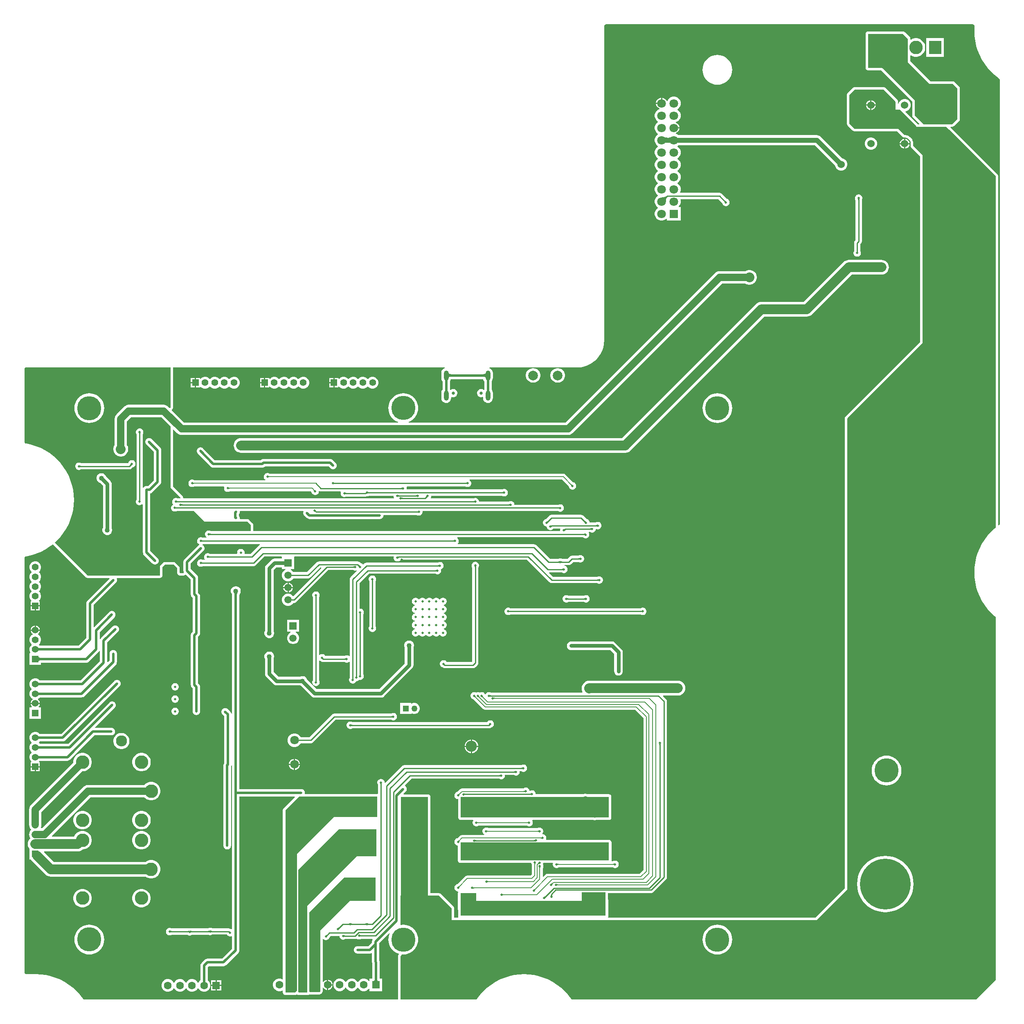
<source format=gbl>
G04*
G04 #@! TF.GenerationSoftware,Altium Limited,Altium Designer,23.10.1 (27)*
G04*
G04 Layer_Physical_Order=2*
G04 Layer_Color=16711680*
%FSLAX44Y44*%
%MOMM*%
G71*
G04*
G04 #@! TF.SameCoordinates,15D5246E-31D4-4D40-A870-ABE906178733*
G04*
G04*
G04 #@! TF.FilePolarity,Positive*
G04*
G01*
G75*
%ADD15C,0.2032*%
%ADD19C,0.2540*%
%ADD150C,0.7620*%
%ADD151C,0.5080*%
%ADD154C,2.0320*%
%ADD155C,1.0160*%
%ADD156C,1.5240*%
%ADD165R,1.6000X1.6000*%
%ADD166C,1.6000*%
%ADD167O,1.0000X2.1000*%
%ADD168C,0.6700*%
%ADD169C,2.7940*%
%ADD170C,1.5240*%
%ADD171C,1.8000*%
%ADD172R,1.8000X1.8000*%
%ADD173R,1.5000X1.5000*%
%ADD174C,1.5000*%
%ADD175C,2.8000*%
%ADD176R,2.6000X2.8000*%
%ADD177R,1.4000X1.4000*%
%ADD178C,1.4000*%
%ADD179R,1.4000X1.4000*%
%ADD180R,1.2700X1.2700*%
%ADD181C,1.2700*%
%ADD182C,2.0000*%
%ADD183C,10.5000*%
%ADD184C,5.0000*%
%ADD185C,0.5080*%
%ADD186C,0.5000*%
%ADD187C,1.0160*%
%ADD188C,2.0320*%
%ADD189C,2.3000*%
%ADD190R,5.8736X2.9133*%
%ADD191R,4.9276X4.1910*%
%ADD192R,3.3274X3.3528*%
%ADD193R,5.6642X25.0698*%
%ADD194R,30.6324X4.3180*%
%ADD195R,30.0736X3.1496*%
%ADD196R,30.7594X3.7338*%
G36*
X-379555Y-1272671D02*
X-378179Y-1273590D01*
X-377260Y-1274966D01*
X-377108Y-1275730D01*
X-377006Y-1276930D01*
X-377038Y-1277404D01*
X-377024Y-1277475D01*
X-377046Y-1278175D01*
X-377414Y-1286588D01*
X-376963Y-1296901D01*
X-375616Y-1307135D01*
X-373382Y-1317213D01*
X-370278Y-1327058D01*
X-366327Y-1336595D01*
X-361561Y-1345752D01*
X-356014Y-1354458D01*
X-349730Y-1362648D01*
X-342756Y-1370258D01*
X-335145Y-1377232D01*
X-327718Y-1382931D01*
X-326956Y-1383516D01*
X-326710Y-1383705D01*
X-325822Y-1384518D01*
X-325169Y-1385495D01*
X-324880Y-1386951D01*
X-324913Y-1387118D01*
Y-2306058D01*
X-324880Y-2306225D01*
X-325169Y-2307681D01*
X-325822Y-2308658D01*
X-326554Y-2309358D01*
X-327363Y-2309147D01*
X-327617Y-2309007D01*
X-327868Y-2308759D01*
X-327878Y-2308710D01*
X-327859Y-2308566D01*
X-327873Y-2308348D01*
X-327814Y-2308053D01*
Y-2307890D01*
Y-1695196D01*
Y-1587248D01*
X-327914Y-1586748D01*
X-327914Y-1586238D01*
X-328008Y-1585766D01*
X-328203Y-1585295D01*
X-328209Y-1585266D01*
X-328225Y-1585241D01*
X-328564Y-1584424D01*
X-328569Y-1584395D01*
X-328586Y-1584371D01*
X-328781Y-1583899D01*
X-328781Y-1583899D01*
X-328781Y-1583899D01*
X-329048Y-1583500D01*
X-329409Y-1583139D01*
X-329692Y-1582715D01*
X-426283Y-1486124D01*
X-426413Y-1486037D01*
X-426499Y-1485908D01*
X-426526Y-1485881D01*
X-426526Y-1485881D01*
X-426758Y-1485649D01*
X-426272Y-1484476D01*
X-423164D01*
X-421182Y-1484081D01*
X-419501Y-1482959D01*
X-408834Y-1472290D01*
X-407711Y-1470610D01*
X-407317Y-1468628D01*
Y-1404620D01*
X-407711Y-1402638D01*
X-408834Y-1400957D01*
X-417977Y-1391814D01*
X-419658Y-1390691D01*
X-421640Y-1390296D01*
X-468009D01*
X-509678Y-1348627D01*
Y-1336879D01*
X-508558Y-1336281D01*
X-507183Y-1337199D01*
X-503711Y-1338638D01*
X-500025Y-1339371D01*
X-496266D01*
X-492580Y-1338638D01*
X-489108Y-1337199D01*
X-485983Y-1335111D01*
X-483325Y-1332454D01*
X-481237Y-1329329D01*
X-479799Y-1325856D01*
X-479066Y-1322170D01*
Y-1318412D01*
X-479799Y-1314726D01*
X-481237Y-1311253D01*
X-483325Y-1308128D01*
X-485983Y-1305471D01*
X-489108Y-1303383D01*
X-492580Y-1301944D01*
X-496266Y-1301211D01*
X-500025D01*
X-503711Y-1301944D01*
X-507183Y-1303383D01*
X-508558Y-1304301D01*
X-509678Y-1303703D01*
Y-1302258D01*
X-510073Y-1300276D01*
X-511195Y-1298595D01*
X-521101Y-1288690D01*
X-522782Y-1287567D01*
X-524764Y-1287173D01*
X-597408D01*
X-599390Y-1287567D01*
X-601071Y-1288690D01*
X-602193Y-1290370D01*
X-602588Y-1292352D01*
Y-1362202D01*
X-602193Y-1364184D01*
X-601071Y-1365865D01*
X-599390Y-1366987D01*
X-597408Y-1367381D01*
X-570343D01*
X-505813Y-1431911D01*
Y-1461008D01*
X-505419Y-1462990D01*
X-504296Y-1464671D01*
X-490944Y-1478023D01*
X-491430Y-1479196D01*
X-491796D01*
X-491949Y-1479227D01*
X-492101Y-1479196D01*
X-494171D01*
X-520107Y-1453260D01*
X-519524Y-1452047D01*
X-516560Y-1451253D01*
X-513664Y-1449581D01*
X-511300Y-1447216D01*
X-509628Y-1444320D01*
X-508762Y-1441090D01*
Y-1437746D01*
X-509628Y-1434516D01*
X-511300Y-1431620D01*
X-513664Y-1429256D01*
X-516560Y-1427584D01*
X-519790Y-1426718D01*
X-523134D01*
X-526364Y-1427584D01*
X-529260Y-1429256D01*
X-531625Y-1431620D01*
X-533297Y-1434516D01*
X-534062Y-1437374D01*
X-535332Y-1437207D01*
Y-1432562D01*
X-535432Y-1432062D01*
X-535432Y-1431552D01*
X-535526Y-1431080D01*
X-535721Y-1430609D01*
X-535727Y-1430580D01*
X-535743Y-1430555D01*
X-536082Y-1429738D01*
X-536087Y-1429709D01*
X-536104Y-1429684D01*
X-536299Y-1429213D01*
X-536299Y-1429213D01*
X-536299Y-1429213D01*
X-536566Y-1428814D01*
X-536927Y-1428453D01*
X-537210Y-1428029D01*
X-561127Y-1404112D01*
X-561551Y-1403829D01*
X-561912Y-1403468D01*
X-562311Y-1403201D01*
X-562311Y-1403201D01*
X-562783Y-1403006D01*
X-562807Y-1402990D01*
X-562836Y-1402984D01*
X-563653Y-1402645D01*
X-563678Y-1402629D01*
X-563707Y-1402623D01*
X-564178Y-1402428D01*
X-564650Y-1402334D01*
X-565160D01*
X-565660Y-1402234D01*
X-624584D01*
X-625084Y-1402334D01*
X-625594Y-1402334D01*
X-626066Y-1402428D01*
X-626537Y-1402623D01*
X-626566Y-1402629D01*
X-626591Y-1402645D01*
X-627408Y-1402984D01*
X-627437Y-1402990D01*
X-627462Y-1403006D01*
X-627933Y-1403201D01*
X-627933Y-1403201D01*
X-627933Y-1403201D01*
X-628332Y-1403468D01*
X-628693Y-1403829D01*
X-629117Y-1404112D01*
X-634090Y-1409086D01*
X-639064Y-1414059D01*
X-639347Y-1414483D01*
X-639708Y-1414844D01*
X-639975Y-1415243D01*
X-639975Y-1415243D01*
X-640170Y-1415715D01*
X-640186Y-1415739D01*
X-640192Y-1415768D01*
X-640531Y-1416585D01*
X-640547Y-1416610D01*
X-640553Y-1416639D01*
X-640748Y-1417110D01*
X-640842Y-1417582D01*
Y-1418092D01*
X-640941Y-1418592D01*
Y-1477770D01*
X-640842Y-1478270D01*
X-640842Y-1478781D01*
X-640748Y-1479252D01*
Y-1479252D01*
X-640748Y-1479252D01*
X-640553Y-1479723D01*
X-640547Y-1479752D01*
X-640531Y-1479777D01*
X-640192Y-1480594D01*
X-640187Y-1480623D01*
X-640170Y-1480647D01*
X-639975Y-1481119D01*
X-639975Y-1481119D01*
X-639975Y-1481119D01*
X-639708Y-1481518D01*
X-639347Y-1481879D01*
X-639064Y-1482303D01*
X-629625Y-1491742D01*
X-629201Y-1492025D01*
X-628840Y-1492386D01*
X-628441Y-1492653D01*
X-628441Y-1492653D01*
X-627970Y-1492848D01*
X-627945Y-1492865D01*
X-627916Y-1492870D01*
X-627099Y-1493209D01*
X-627074Y-1493225D01*
X-627045Y-1493231D01*
X-626574Y-1493426D01*
X-626102Y-1493520D01*
X-625592D01*
X-625092Y-1493620D01*
X-537577D01*
X-526257Y-1504940D01*
X-525833Y-1505223D01*
X-525472Y-1505584D01*
X-525073Y-1505851D01*
X-525073Y-1505851D01*
X-524601Y-1506046D01*
X-524577Y-1506063D01*
X-524548Y-1506068D01*
X-523731Y-1506407D01*
X-523706Y-1506423D01*
X-523677Y-1506429D01*
X-523206Y-1506624D01*
X-522734Y-1506718D01*
X-522224D01*
X-521724Y-1506818D01*
X-520221D01*
X-517787Y-1507302D01*
X-515494Y-1508252D01*
X-513430Y-1509631D01*
X-511675Y-1511386D01*
X-510296Y-1513450D01*
X-509346Y-1515743D01*
X-508862Y-1518177D01*
Y-1520659D01*
X-509232Y-1522520D01*
Y-1523030D01*
X-509331Y-1523530D01*
X-509232Y-1524030D01*
Y-1524541D01*
X-509037Y-1525012D01*
X-508937Y-1525512D01*
X-508654Y-1525936D01*
X-508458Y-1526408D01*
X-508098Y-1526768D01*
X-507814Y-1527193D01*
X-489557Y-1545450D01*
X-489557Y-1545450D01*
Y-1929779D01*
X-489558Y-1929779D01*
X-643890Y-2084111D01*
X-644173Y-2084535D01*
X-644534Y-2084896D01*
X-644801Y-2085295D01*
X-644801Y-2085295D01*
X-644996Y-2085766D01*
X-645013Y-2085791D01*
X-645018Y-2085820D01*
X-645357Y-2086637D01*
X-645373Y-2086662D01*
X-645379Y-2086691D01*
X-645574Y-2087162D01*
X-645668Y-2087634D01*
Y-2088144D01*
X-645768Y-2088644D01*
Y-3060587D01*
X-706233Y-3121053D01*
X-1134805D01*
X-1135404Y-3119932D01*
X-1135167Y-3119578D01*
X-1134772Y-3117596D01*
Y-3086100D01*
X-1135167Y-3084118D01*
X-1135281Y-3083948D01*
Y-3070222D01*
X-1046226D01*
X-1043748Y-3069730D01*
X-1041648Y-3068326D01*
X-1015232Y-3041910D01*
X-1013828Y-3039810D01*
X-1013336Y-3037332D01*
Y-2673564D01*
X-1013828Y-2671087D01*
X-1015232Y-2668987D01*
X-1021488Y-2662730D01*
X-1021002Y-2661557D01*
X-990600D01*
X-987612Y-2661263D01*
X-984740Y-2660391D01*
X-982092Y-2658976D01*
X-979771Y-2657072D01*
X-977867Y-2654751D01*
X-976452Y-2652103D01*
X-975581Y-2649231D01*
X-975286Y-2646243D01*
X-975581Y-2643256D01*
X-976452Y-2640383D01*
X-977867Y-2637735D01*
X-979771Y-2635415D01*
X-982092Y-2633510D01*
X-984740Y-2632095D01*
X-987612Y-2631223D01*
X-990600Y-2630929D01*
X-1174263D01*
X-1174263Y-2630929D01*
X-1177251Y-2631223D01*
X-1180123Y-2632095D01*
X-1182771Y-2633510D01*
X-1185091Y-2635415D01*
X-1185633Y-2635957D01*
X-1187538Y-2638277D01*
X-1188953Y-2640925D01*
X-1189825Y-2643798D01*
X-1190119Y-2646785D01*
X-1189825Y-2649773D01*
X-1188953Y-2652645D01*
X-1188135Y-2654176D01*
X-1188896Y-2655446D01*
X-1377734D01*
X-1378819Y-2654819D01*
X-1380757Y-2654300D01*
X-1382763D01*
X-1384701Y-2654819D01*
X-1386439Y-2655822D01*
X-1387858Y-2657241D01*
X-1388672Y-2658652D01*
X-1389132Y-2658774D01*
X-1389628D01*
X-1390088Y-2658652D01*
X-1390903Y-2657241D01*
X-1392321Y-2655822D01*
X-1394059Y-2654819D01*
X-1395997Y-2654300D01*
X-1398003D01*
X-1399941Y-2654819D01*
X-1400810Y-2655321D01*
X-1401679Y-2654819D01*
X-1403617Y-2654300D01*
X-1405623D01*
X-1407561Y-2654819D01*
X-1408430Y-2655321D01*
X-1409299Y-2654819D01*
X-1411237Y-2654300D01*
X-1413243D01*
X-1415181Y-2654819D01*
X-1416919Y-2655822D01*
X-1418338Y-2657241D01*
X-1419341Y-2658979D01*
X-1419860Y-2660917D01*
Y-2662923D01*
X-1419341Y-2664861D01*
X-1418338Y-2666599D01*
X-1416919Y-2668018D01*
X-1415181Y-2669021D01*
X-1413471Y-2669479D01*
X-1393775Y-2689175D01*
X-1391759Y-2690522D01*
X-1389380Y-2690995D01*
X-1079535D01*
X-1062347Y-2708182D01*
Y-3022566D01*
X-1070136Y-3030355D01*
X-1260546D01*
X-1262925Y-3030828D01*
X-1264941Y-3032175D01*
X-1269469Y-3036703D01*
X-1270643Y-3036217D01*
Y-3019201D01*
X-1269757Y-3017667D01*
X-1269238Y-3015729D01*
Y-3013723D01*
X-1269757Y-3011785D01*
X-1270440Y-3010603D01*
X-1270265Y-3010301D01*
X-1269746Y-3008363D01*
Y-3007968D01*
X-1250261D01*
X-1249488Y-3008975D01*
X-1249666Y-3009637D01*
Y-3011644D01*
X-1249146Y-3013582D01*
X-1248143Y-3015320D01*
X-1246724Y-3016738D01*
X-1244987Y-3017741D01*
X-1243049Y-3018261D01*
X-1241042D01*
X-1239105Y-3017741D01*
X-1237571Y-3016856D01*
X-1125402D01*
X-1123868Y-3017741D01*
X-1121930Y-3018261D01*
X-1119924D01*
X-1117986Y-3017741D01*
X-1116248Y-3016738D01*
X-1114829Y-3015320D01*
X-1113826Y-3013582D01*
X-1113307Y-3011644D01*
Y-3009637D01*
X-1113826Y-3007700D01*
X-1114829Y-3005962D01*
X-1116248Y-3004543D01*
X-1117986Y-3003540D01*
X-1119924Y-3003021D01*
X-1121930D01*
X-1123868Y-3003540D01*
X-1125402Y-3004425D01*
X-1127493D01*
X-1128299Y-3003444D01*
X-1128168Y-3002788D01*
Y-2965450D01*
X-1128563Y-2963468D01*
X-1129686Y-2961787D01*
X-1131366Y-2960665D01*
X-1133348Y-2960270D01*
X-1262968D01*
X-1263595Y-2959001D01*
X-1263142Y-2957309D01*
Y-2955303D01*
X-1263661Y-2953365D01*
X-1264665Y-2951627D01*
X-1266083Y-2950208D01*
X-1267821Y-2949205D01*
X-1269759Y-2948686D01*
X-1270890D01*
X-1271416Y-2947416D01*
X-1271014Y-2947015D01*
X-1270011Y-2945277D01*
X-1269492Y-2943339D01*
Y-2941333D01*
X-1270011Y-2939395D01*
X-1271014Y-2937657D01*
X-1272433Y-2936238D01*
X-1274171Y-2935235D01*
X-1276109Y-2934716D01*
X-1278115D01*
X-1280053Y-2935235D01*
X-1281587Y-2936121D01*
X-1383127D01*
X-1384661Y-2935235D01*
X-1386599Y-2934716D01*
X-1388605D01*
X-1390543Y-2935235D01*
X-1392281Y-2936238D01*
X-1393699Y-2937657D01*
X-1394703Y-2939395D01*
X-1395222Y-2941333D01*
Y-2943339D01*
X-1394703Y-2945277D01*
X-1393699Y-2947015D01*
X-1392281Y-2948434D01*
X-1391611Y-2948820D01*
X-1391951Y-2950091D01*
X-1437792D01*
X-1440171Y-2950564D01*
X-1442187Y-2951911D01*
X-1446821Y-2956545D01*
X-1448531Y-2957003D01*
X-1450269Y-2958006D01*
X-1451688Y-2959425D01*
X-1452691Y-2961163D01*
X-1453210Y-2963101D01*
Y-2965107D01*
X-1452691Y-2967045D01*
X-1451688Y-2968783D01*
X-1450269Y-2970201D01*
X-1448531Y-2971205D01*
X-1446593Y-2971724D01*
X-1446122D01*
Y-3002788D01*
X-1445727Y-3004770D01*
X-1444604Y-3006451D01*
X-1442924Y-3007573D01*
X-1440942Y-3007968D01*
X-1294374D01*
X-1293935Y-3009609D01*
X-1293049Y-3011142D01*
Y-3031586D01*
X-1295374Y-3033911D01*
X-1426616D01*
X-1428995Y-3034384D01*
X-1431011Y-3035731D01*
X-1446821Y-3051541D01*
X-1448531Y-3051999D01*
X-1450269Y-3053002D01*
X-1451688Y-3054421D01*
X-1452691Y-3056159D01*
X-1453210Y-3058097D01*
Y-3060103D01*
X-1452691Y-3062041D01*
X-1451688Y-3063779D01*
X-1450269Y-3065197D01*
X-1448531Y-3066201D01*
X-1446593Y-3066720D01*
X-1445972D01*
X-1445373Y-3067840D01*
X-1445727Y-3068370D01*
X-1446122Y-3070352D01*
Y-3103880D01*
X-1445867Y-3105157D01*
Y-3117596D01*
X-1445473Y-3119578D01*
X-1445237Y-3119932D01*
X-1445835Y-3121053D01*
X-1453542D01*
Y-3102612D01*
X-1453642Y-3102112D01*
X-1453642Y-3101602D01*
X-1453736Y-3101130D01*
X-1453931Y-3100659D01*
X-1453937Y-3100630D01*
X-1453953Y-3100605D01*
X-1454292Y-3099788D01*
X-1454297Y-3099759D01*
X-1454314Y-3099734D01*
X-1454509Y-3099263D01*
X-1454509Y-3099263D01*
X-1454509Y-3099263D01*
X-1454776Y-3098864D01*
X-1455137Y-3098503D01*
X-1455420Y-3098079D01*
X-1481115Y-3072384D01*
X-1481539Y-3072101D01*
X-1481900Y-3071740D01*
X-1482299Y-3071473D01*
X-1482299Y-3071473D01*
X-1482771Y-3071278D01*
X-1482795Y-3071262D01*
X-1482824Y-3071256D01*
X-1483641Y-3070917D01*
X-1483666Y-3070901D01*
X-1483695Y-3070895D01*
X-1484166Y-3070700D01*
X-1484638Y-3070606D01*
X-1485148D01*
X-1485648Y-3070507D01*
X-1502818D01*
Y-2871216D01*
X-1503213Y-2869234D01*
X-1504335Y-2867553D01*
X-1506016Y-2866431D01*
X-1507998Y-2866036D01*
X-1558108D01*
X-1558594Y-2864863D01*
X-1554125Y-2860395D01*
X-1553819Y-2859995D01*
X-1553463Y-2859639D01*
X-1553211Y-2859203D01*
X-1552904Y-2858803D01*
X-1552711Y-2858337D01*
X-1552459Y-2857901D01*
X-1552329Y-2857415D01*
X-1552136Y-2856949D01*
X-1552070Y-2856450D01*
X-1551940Y-2855963D01*
Y-2855460D01*
X-1551874Y-2854960D01*
X-1551940Y-2854460D01*
Y-2853957D01*
X-1552070Y-2853470D01*
X-1552136Y-2852971D01*
X-1552329Y-2852505D01*
X-1552459Y-2852019D01*
X-1552711Y-2851583D01*
X-1552904Y-2851117D01*
X-1553211Y-2850717D01*
X-1553463Y-2850281D01*
X-1553819Y-2849925D01*
X-1554125Y-2849525D01*
X-1554525Y-2849219D01*
X-1554881Y-2848863D01*
X-1555317Y-2848611D01*
X-1555545Y-2848436D01*
X-1555756Y-2847887D01*
X-1555834Y-2847038D01*
X-1555782Y-2846876D01*
X-1542400Y-2833494D01*
X-1360386D01*
X-1359301Y-2834121D01*
X-1357363Y-2834640D01*
X-1355357D01*
X-1353419Y-2834121D01*
X-1351681Y-2833117D01*
X-1350262Y-2831699D01*
X-1349259Y-2829961D01*
X-1348740Y-2828023D01*
Y-2826017D01*
X-1348631Y-2825874D01*
X-1329906D01*
X-1328821Y-2826501D01*
X-1326883Y-2827020D01*
X-1324877D01*
X-1322939Y-2826501D01*
X-1321201Y-2825497D01*
X-1319783Y-2824079D01*
X-1318779Y-2822341D01*
X-1318260Y-2820403D01*
Y-2818397D01*
X-1318151Y-2818254D01*
X-1314666D01*
X-1313581Y-2818881D01*
X-1311643Y-2819400D01*
X-1309637D01*
X-1307699Y-2818881D01*
X-1305961Y-2817878D01*
X-1304543Y-2816459D01*
X-1303539Y-2814721D01*
X-1303020Y-2812783D01*
Y-2810777D01*
X-1303539Y-2808839D01*
X-1304543Y-2807101D01*
X-1305961Y-2805682D01*
X-1307699Y-2804679D01*
X-1309637Y-2804160D01*
X-1311643D01*
X-1313581Y-2804679D01*
X-1314666Y-2805305D01*
X-1557020D01*
X-1559498Y-2805798D01*
X-1561598Y-2807202D01*
X-1596390Y-2841994D01*
X-1597660Y-2841468D01*
Y-2840649D01*
X-1598179Y-2838711D01*
X-1599182Y-2836973D01*
X-1600601Y-2835555D01*
X-1602339Y-2834551D01*
X-1604277Y-2834032D01*
X-1606283D01*
X-1608221Y-2834551D01*
X-1609959Y-2835555D01*
X-1611378Y-2836973D01*
X-1612381Y-2838711D01*
X-1612900Y-2840649D01*
Y-2842655D01*
X-1612381Y-2844593D01*
X-1611754Y-2845678D01*
Y-2864856D01*
X-1612736Y-2865662D01*
X-1613408Y-2865529D01*
X-1761966D01*
X-1761996Y-2865516D01*
X-1762402Y-2865115D01*
X-1762915Y-2864258D01*
X-1762890Y-2864070D01*
X-1762760Y-2863583D01*
Y-2863080D01*
X-1762694Y-2862580D01*
X-1762760Y-2862080D01*
Y-2861577D01*
X-1762890Y-2861090D01*
X-1762956Y-2860591D01*
X-1763149Y-2860125D01*
X-1763279Y-2859639D01*
X-1763531Y-2859203D01*
X-1763724Y-2858737D01*
X-1764031Y-2858337D01*
X-1764283Y-2857901D01*
X-1764639Y-2857545D01*
X-1764945Y-2857145D01*
X-1765345Y-2856839D01*
X-1765701Y-2856483D01*
X-1766138Y-2856230D01*
X-1766537Y-2855924D01*
X-1767003Y-2855731D01*
X-1767439Y-2855479D01*
X-1767925Y-2855349D01*
X-1768391Y-2855156D01*
X-1768890Y-2855090D01*
X-1769377Y-2854960D01*
X-1769881D01*
X-1770380Y-2854894D01*
X-1898076D01*
Y-2453030D01*
X-1898046Y-2452905D01*
X-1898013Y-2452026D01*
X-1897996Y-2451868D01*
X-1897994Y-2451858D01*
X-1897632Y-2451496D01*
X-1896294Y-2449180D01*
X-1895602Y-2446596D01*
Y-2443920D01*
X-1896294Y-2441336D01*
X-1897632Y-2439020D01*
X-1899524Y-2437128D01*
X-1901840Y-2435790D01*
X-1904424Y-2435098D01*
X-1907100D01*
X-1909684Y-2435790D01*
X-1912000Y-2437128D01*
X-1913892Y-2439020D01*
X-1915230Y-2441336D01*
X-1915922Y-2443920D01*
Y-2446596D01*
X-1915230Y-2449180D01*
X-1913892Y-2451496D01*
X-1913535Y-2451854D01*
X-1913488Y-2452421D01*
X-1913481Y-2452802D01*
X-1913448Y-2452952D01*
Y-2699022D01*
X-1914718Y-2699105D01*
X-1914784Y-2698603D01*
X-1915552Y-2696749D01*
X-1916773Y-2695157D01*
X-1916773Y-2695157D01*
X-1922425Y-2689505D01*
X-1922825Y-2689199D01*
X-1923181Y-2688842D01*
X-1923617Y-2688591D01*
X-1924017Y-2688284D01*
X-1924483Y-2688091D01*
X-1924919Y-2687839D01*
X-1925405Y-2687709D01*
X-1925871Y-2687516D01*
X-1926370Y-2687450D01*
X-1926857Y-2687320D01*
X-1927361D01*
X-1927860Y-2687254D01*
X-1928360Y-2687320D01*
X-1928863D01*
X-1929350Y-2687450D01*
X-1929849Y-2687516D01*
X-1930315Y-2687709D01*
X-1930801Y-2687839D01*
X-1931237Y-2688091D01*
X-1931703Y-2688284D01*
X-1932103Y-2688591D01*
X-1932539Y-2688842D01*
X-1932895Y-2689199D01*
X-1933295Y-2689505D01*
X-1933601Y-2689905D01*
X-1933958Y-2690261D01*
X-1934209Y-2690697D01*
X-1934516Y-2691097D01*
X-1934709Y-2691562D01*
X-1934961Y-2691999D01*
X-1935091Y-2692485D01*
X-1935284Y-2692951D01*
X-1935350Y-2693450D01*
X-1935480Y-2693937D01*
Y-2694441D01*
X-1935546Y-2694940D01*
X-1935480Y-2695439D01*
Y-2695943D01*
X-1935350Y-2696430D01*
X-1935284Y-2696929D01*
X-1935091Y-2697395D01*
X-1934961Y-2697881D01*
X-1934709Y-2698318D01*
X-1934516Y-2698783D01*
X-1934209Y-2699183D01*
X-1933958Y-2699619D01*
X-1933601Y-2699975D01*
X-1933295Y-2700375D01*
X-1929893Y-2703776D01*
Y-2801514D01*
X-1930134Y-2801827D01*
X-1930902Y-2803681D01*
X-1931163Y-2805670D01*
Y-2972498D01*
X-1931098Y-2972997D01*
Y-2973501D01*
X-1930967Y-2973987D01*
X-1930902Y-2974487D01*
X-1930709Y-2974952D01*
X-1930578Y-2975439D01*
X-1930327Y-2975875D01*
X-1930134Y-2976341D01*
X-1929827Y-2976740D01*
X-1929575Y-2977177D01*
X-1929219Y-2977533D01*
X-1928912Y-2977932D01*
X-1928513Y-2978239D01*
X-1928156Y-2978595D01*
X-1927720Y-2978847D01*
X-1927321Y-2979154D01*
X-1926855Y-2979347D01*
X-1926419Y-2979598D01*
X-1925932Y-2979729D01*
X-1925467Y-2979922D01*
X-1924967Y-2979987D01*
X-1924481Y-2980118D01*
X-1923977D01*
X-1923478Y-2980183D01*
X-1922978Y-2980118D01*
X-1922475D01*
X-1921988Y-2979987D01*
X-1921488Y-2979922D01*
X-1921023Y-2979729D01*
X-1920536Y-2979598D01*
X-1920100Y-2979347D01*
X-1919635Y-2979154D01*
X-1919235Y-2978847D01*
X-1918799Y-2978595D01*
X-1918443Y-2978239D01*
X-1918043Y-2977932D01*
X-1917736Y-2977533D01*
X-1917380Y-2977177D01*
X-1917128Y-2976740D01*
X-1916822Y-2976341D01*
X-1916629Y-2975875D01*
X-1916377Y-2975439D01*
X-1916247Y-2974952D01*
X-1916054Y-2974487D01*
X-1915988Y-2973987D01*
X-1915858Y-2973501D01*
Y-2972997D01*
X-1915792Y-2972498D01*
Y-2808556D01*
X-1915552Y-2808243D01*
X-1915359Y-2807777D01*
X-1915107Y-2807341D01*
X-1914977Y-2806855D01*
X-1914784Y-2806389D01*
X-1914718Y-2805890D01*
X-1914718Y-2805889D01*
X-1913448Y-2806056D01*
Y-2862814D01*
Y-3144526D01*
X-1914548Y-3145161D01*
X-1914759Y-3145039D01*
X-1916697Y-3144520D01*
X-1917064D01*
X-1917178Y-3144413D01*
X-1917438Y-3144314D01*
X-1918391Y-3143677D01*
X-1920869Y-3143184D01*
X-1954612D01*
X-1955697Y-3142558D01*
X-1957635Y-3142038D01*
X-1959642D01*
X-1961580Y-3142558D01*
X-1963092Y-3143431D01*
X-1997922D01*
X-1998115Y-3143320D01*
X-2000053Y-3142800D01*
X-2002060D01*
X-2003998Y-3143320D01*
X-2004190Y-3143431D01*
X-2039114D01*
X-2039771Y-3143052D01*
X-2041709Y-3142532D01*
X-2043716D01*
X-2045654Y-3143052D01*
X-2047391Y-3144055D01*
X-2048810Y-3145474D01*
X-2049813Y-3147211D01*
X-2050332Y-3149149D01*
Y-3151156D01*
X-2049813Y-3153094D01*
X-2048810Y-3154831D01*
X-2047391Y-3156250D01*
X-2045654Y-3157253D01*
X-2043716Y-3157773D01*
X-2041709D01*
X-2039771Y-3157253D01*
X-2038259Y-3156380D01*
X-2005873D01*
X-2005735Y-3156518D01*
X-2003998Y-3157521D01*
X-2002060Y-3158040D01*
X-2000053D01*
X-1998115Y-3157521D01*
X-1996378Y-3156518D01*
X-1996239Y-3156380D01*
X-1962237D01*
X-1961580Y-3156759D01*
X-1959642Y-3157278D01*
X-1957635D01*
X-1955697Y-3156759D01*
X-1954612Y-3156133D01*
X-1924194D01*
X-1923797Y-3156819D01*
X-1922379Y-3158238D01*
X-1920641Y-3159241D01*
X-1918703Y-3159760D01*
X-1916697D01*
X-1914759Y-3159241D01*
X-1914548Y-3159119D01*
X-1913448Y-3159754D01*
Y-3185278D01*
X-1934283Y-3206114D01*
X-1964628D01*
X-1964628Y-3206114D01*
X-1966617Y-3206376D01*
X-1968471Y-3207144D01*
X-1970062Y-3208365D01*
X-1970063Y-3208365D01*
X-1976763Y-3215066D01*
X-1977985Y-3216658D01*
X-1978752Y-3218511D01*
X-1979014Y-3220500D01*
Y-3250785D01*
X-1979360Y-3250985D01*
X-1981795Y-3253420D01*
X-1983096Y-3255673D01*
X-1984562D01*
X-1985863Y-3253420D01*
X-1988298Y-3250985D01*
X-1991281Y-3249263D01*
X-1994608Y-3248371D01*
X-1998052D01*
X-2001378Y-3249263D01*
X-2004361Y-3250985D01*
X-2006796Y-3253420D01*
X-2008097Y-3255673D01*
X-2009564D01*
X-2010864Y-3253420D01*
X-2013300Y-3250985D01*
X-2016282Y-3249263D01*
X-2019609Y-3248371D01*
X-2023053D01*
X-2026380Y-3249263D01*
X-2029362Y-3250985D01*
X-2031798Y-3253420D01*
X-2033097Y-3255671D01*
X-2034564D01*
X-2035863Y-3253420D01*
X-2038298Y-3250985D01*
X-2041281Y-3249263D01*
X-2044608Y-3248371D01*
X-2048052D01*
X-2051378Y-3249263D01*
X-2054361Y-3250985D01*
X-2056796Y-3253420D01*
X-2058518Y-3256403D01*
X-2059410Y-3259729D01*
Y-3263173D01*
X-2058518Y-3266500D01*
X-2056796Y-3269483D01*
X-2054361Y-3271918D01*
X-2051378Y-3273640D01*
X-2048052Y-3274531D01*
X-2044608D01*
X-2041281Y-3273640D01*
X-2038298Y-3271918D01*
X-2035863Y-3269483D01*
X-2034564Y-3267232D01*
X-2033097D01*
X-2031798Y-3269483D01*
X-2029362Y-3271918D01*
X-2026380Y-3273640D01*
X-2023053Y-3274531D01*
X-2019609D01*
X-2016282Y-3273640D01*
X-2013300Y-3271918D01*
X-2010864Y-3269483D01*
X-2009564Y-3267230D01*
X-2008097D01*
X-2006796Y-3269483D01*
X-2004361Y-3271918D01*
X-2001378Y-3273640D01*
X-1998052Y-3274531D01*
X-1994608D01*
X-1991281Y-3273640D01*
X-1988298Y-3271918D01*
X-1985863Y-3269483D01*
X-1984562Y-3267230D01*
X-1983096D01*
X-1981795Y-3269483D01*
X-1979360Y-3271918D01*
X-1976377Y-3273640D01*
X-1973051Y-3274531D01*
X-1969606D01*
X-1966280Y-3273640D01*
X-1963297Y-3271918D01*
X-1960862Y-3269483D01*
X-1959140Y-3266500D01*
X-1958249Y-3263173D01*
Y-3259729D01*
X-1959140Y-3256403D01*
X-1960862Y-3253420D01*
X-1963297Y-3250985D01*
X-1963643Y-3250785D01*
Y-3223684D01*
X-1961444Y-3221486D01*
X-1931100D01*
X-1929111Y-3221223D01*
X-1927257Y-3220456D01*
X-1925665Y-3219234D01*
X-1900327Y-3193897D01*
X-1899106Y-3192305D01*
X-1898338Y-3190451D01*
X-1898076Y-3188462D01*
Y-2870266D01*
X-1783748D01*
X-1783262Y-2871439D01*
X-1806808Y-2894985D01*
X-1807931Y-2896666D01*
X-1808326Y-2898648D01*
Y-3248012D01*
X-1809425Y-3248647D01*
X-1810717Y-3247901D01*
X-1814043Y-3247010D01*
X-1817487D01*
X-1820814Y-3247901D01*
X-1823797Y-3249623D01*
X-1826232Y-3252059D01*
X-1827954Y-3255041D01*
X-1828845Y-3258368D01*
Y-3261812D01*
X-1827954Y-3265139D01*
X-1826232Y-3268121D01*
X-1823797Y-3270557D01*
X-1820814Y-3272279D01*
X-1817487Y-3273170D01*
X-1814043D01*
X-1810717Y-3272279D01*
X-1809425Y-3271533D01*
X-1808326Y-3272168D01*
Y-3275584D01*
X-1807931Y-3277566D01*
X-1806808Y-3279247D01*
X-1806046Y-3280009D01*
X-1804366Y-3281131D01*
X-1802384Y-3281526D01*
X-1783588D01*
X-1781606Y-3281131D01*
X-1779926Y-3280009D01*
X-1779270Y-3279353D01*
X-1778869Y-3279755D01*
X-1777188Y-3280877D01*
X-1775206Y-3281271D01*
X-1757680D01*
X-1755698Y-3280877D01*
X-1754212Y-3279884D01*
X-1752346Y-3280255D01*
X-1732534D01*
X-1730552Y-3279861D01*
X-1728871Y-3278738D01*
X-1727348Y-3277214D01*
X-1726225Y-3275534D01*
X-1725831Y-3273552D01*
Y-3266277D01*
X-1724561Y-3265937D01*
X-1724200Y-3266562D01*
X-1722237Y-3268524D01*
X-1719834Y-3269912D01*
X-1717153Y-3270630D01*
X-1717036D01*
Y-3260090D01*
Y-3249550D01*
X-1717153D01*
X-1719834Y-3250268D01*
X-1722237Y-3251656D01*
X-1724200Y-3253618D01*
X-1724561Y-3254243D01*
X-1725831Y-3253903D01*
Y-3165574D01*
X-1724561Y-3165048D01*
X-1723751Y-3165858D01*
X-1722013Y-3166861D01*
X-1720075Y-3167380D01*
X-1718069D01*
X-1716131Y-3166861D01*
X-1714393Y-3165858D01*
X-1712975Y-3164439D01*
X-1711971Y-3162701D01*
X-1711647Y-3161491D01*
X-1709278Y-3159122D01*
X-1691132D01*
Y-3160001D01*
X-1690613Y-3161939D01*
X-1689610Y-3163677D01*
X-1688191Y-3165096D01*
X-1686453Y-3166099D01*
X-1684515Y-3166618D01*
X-1682509D01*
X-1680571Y-3166099D01*
X-1679486Y-3165472D01*
X-1658438D01*
X-1655961Y-3164980D01*
X-1655397Y-3164603D01*
X-1653687Y-3165591D01*
X-1651749Y-3166110D01*
X-1649743D01*
X-1647805Y-3165591D01*
X-1646720Y-3164964D01*
X-1623028D01*
X-1622401Y-3166234D01*
X-1622889Y-3166870D01*
X-1623657Y-3168724D01*
X-1623919Y-3170713D01*
Y-3172610D01*
X-1631324Y-3180014D01*
X-1653781D01*
X-1654281Y-3180080D01*
X-1654784D01*
X-1655271Y-3180210D01*
X-1655770Y-3180276D01*
X-1656236Y-3180469D01*
X-1656722Y-3180599D01*
X-1657159Y-3180851D01*
X-1657624Y-3181044D01*
X-1658024Y-3181351D01*
X-1658460Y-3181602D01*
X-1658816Y-3181959D01*
X-1659216Y-3182265D01*
X-1659522Y-3182665D01*
X-1659879Y-3183021D01*
X-1660130Y-3183458D01*
X-1660437Y-3183857D01*
X-1660630Y-3184323D01*
X-1660882Y-3184759D01*
X-1661012Y-3185245D01*
X-1661205Y-3185711D01*
X-1661271Y-3186210D01*
X-1661401Y-3186697D01*
Y-3187201D01*
X-1661467Y-3187700D01*
X-1661401Y-3188199D01*
Y-3188703D01*
X-1661271Y-3189190D01*
X-1661205Y-3189689D01*
X-1661012Y-3190155D01*
X-1660882Y-3190641D01*
X-1660630Y-3191078D01*
X-1660437Y-3191543D01*
X-1660130Y-3191942D01*
X-1659879Y-3192379D01*
X-1659522Y-3192735D01*
X-1659216Y-3193135D01*
X-1658816Y-3193441D01*
X-1658460Y-3193798D01*
X-1658024Y-3194049D01*
X-1657624Y-3194356D01*
X-1657159Y-3194549D01*
X-1656722Y-3194801D01*
X-1656236Y-3194931D01*
X-1655770Y-3195124D01*
X-1655271Y-3195190D01*
X-1654784Y-3195320D01*
X-1654281D01*
X-1653781Y-3195386D01*
X-1628140D01*
X-1626151Y-3195124D01*
X-1625189Y-3194725D01*
X-1624336Y-3195124D01*
X-1623919Y-3195574D01*
Y-3212696D01*
X-1623657Y-3214685D01*
X-1623452Y-3215181D01*
Y-3246764D01*
X-1623484Y-3246905D01*
X-1623486Y-3247010D01*
X-1628846D01*
Y-3252120D01*
X-1630073Y-3252449D01*
X-1630298Y-3252059D01*
X-1632733Y-3249623D01*
X-1635716Y-3247901D01*
X-1639043Y-3247010D01*
X-1642487D01*
X-1645813Y-3247901D01*
X-1648796Y-3249623D01*
X-1651231Y-3252059D01*
X-1652532Y-3254312D01*
X-1653998D01*
X-1655299Y-3252059D01*
X-1657734Y-3249623D01*
X-1660717Y-3247901D01*
X-1664044Y-3247010D01*
X-1667488D01*
X-1670814Y-3247901D01*
X-1673797Y-3249623D01*
X-1676232Y-3252059D01*
X-1677533Y-3254312D01*
X-1679000D01*
X-1680300Y-3252059D01*
X-1682736Y-3249623D01*
X-1685718Y-3247901D01*
X-1689045Y-3247010D01*
X-1692489D01*
X-1695816Y-3247901D01*
X-1698798Y-3249623D01*
X-1701234Y-3252059D01*
X-1702956Y-3255041D01*
X-1703847Y-3258368D01*
Y-3261812D01*
X-1702956Y-3265139D01*
X-1701234Y-3268121D01*
X-1698798Y-3270557D01*
X-1695816Y-3272279D01*
X-1692489Y-3273170D01*
X-1689045D01*
X-1685718Y-3272279D01*
X-1682736Y-3270557D01*
X-1680300Y-3268121D01*
X-1679000Y-3265868D01*
X-1677533D01*
X-1676232Y-3268121D01*
X-1673797Y-3270557D01*
X-1670814Y-3272279D01*
X-1667488Y-3273170D01*
X-1664044D01*
X-1660717Y-3272279D01*
X-1657734Y-3270557D01*
X-1655299Y-3268121D01*
X-1653998Y-3265868D01*
X-1652532D01*
X-1651231Y-3268121D01*
X-1648796Y-3270557D01*
X-1645813Y-3272279D01*
X-1642487Y-3273170D01*
X-1639043D01*
X-1635716Y-3272279D01*
X-1632733Y-3270557D01*
X-1630298Y-3268121D01*
X-1630073Y-3267731D01*
X-1628846Y-3268060D01*
Y-3273170D01*
X-1602686D01*
Y-3247010D01*
X-1608045D01*
X-1608048Y-3246905D01*
X-1608080Y-3246764D01*
Y-3213163D01*
X-1608342Y-3211174D01*
X-1608547Y-3210678D01*
Y-3175793D01*
Y-3173896D01*
X-1588380Y-3153729D01*
X-1587303Y-3154449D01*
X-1588388Y-3157067D01*
X-1589517Y-3161768D01*
X-1589896Y-3166588D01*
X-1589517Y-3171408D01*
X-1588388Y-3176109D01*
X-1586538Y-3180575D01*
X-1584012Y-3184698D01*
X-1580872Y-3188374D01*
X-1577196Y-3191514D01*
X-1573073Y-3194040D01*
X-1569342Y-3195586D01*
X-1568623Y-3196017D01*
X-1568450Y-3197248D01*
X-1568598Y-3197414D01*
X-1568604Y-3197425D01*
X-1568766Y-3197533D01*
X-1568993Y-3197873D01*
X-1569293Y-3198151D01*
X-1569549Y-3198705D01*
X-1569888Y-3199213D01*
X-1569968Y-3199615D01*
X-1570139Y-3199986D01*
X-1570164Y-3200596D01*
X-1570283Y-3201196D01*
Y-3290761D01*
X-2218556D01*
X-2218723Y-3290794D01*
X-2220179Y-3290505D01*
X-2221147Y-3289857D01*
X-2221969Y-3288965D01*
X-2222158Y-3288718D01*
X-2222728Y-3287975D01*
X-2228442Y-3280529D01*
X-2235416Y-3272918D01*
X-2243026Y-3265944D01*
X-2251216Y-3259660D01*
X-2259922Y-3254113D01*
X-2269079Y-3249347D01*
X-2278616Y-3245396D01*
X-2288461Y-3242292D01*
X-2298539Y-3240058D01*
X-2308773Y-3238711D01*
X-2319086Y-3238260D01*
Y-3238261D01*
X-2339086D01*
X-2339253Y-3238294D01*
X-2340708Y-3238005D01*
X-2342084Y-3237086D01*
X-2343003Y-3235710D01*
X-2343292Y-3234255D01*
X-2343259Y-3234088D01*
Y-2377444D01*
X-2343292Y-2377277D01*
X-2343003Y-2375822D01*
X-2342084Y-2374447D01*
X-2340917Y-2373667D01*
X-2340214Y-2373429D01*
X-2339765Y-2373340D01*
X-2338539Y-2373118D01*
X-2328461Y-2370884D01*
X-2318616Y-2367780D01*
X-2309079Y-2363829D01*
X-2299922Y-2359063D01*
X-2291216Y-2353516D01*
X-2284849Y-2348631D01*
X-2283566Y-2349065D01*
X-2283502Y-2349140D01*
X-2283339Y-2349269D01*
X-2283223Y-2349442D01*
X-2216724Y-2415941D01*
X-2216724Y-2415941D01*
X-2216364Y-2416301D01*
X-2216358Y-2416305D01*
X-2216357Y-2416306D01*
X-2216355Y-2416308D01*
X-2216351Y-2416314D01*
X-2215934Y-2416590D01*
X-2215584Y-2416942D01*
X-2215581Y-2416943D01*
X-2215578Y-2416945D01*
X-2215574Y-2416949D01*
X-2215574Y-2416949D01*
X-2215140Y-2417128D01*
X-2215105Y-2417142D01*
X-2214683Y-2417424D01*
X-2214681Y-2417425D01*
X-2214676Y-2417428D01*
X-2214665Y-2417432D01*
X-2214634Y-2417438D01*
X-2213837Y-2417769D01*
X-2213814Y-2417784D01*
X-2213312Y-2417884D01*
X-2212839Y-2418079D01*
X-2212333Y-2418079D01*
X-2212329Y-2418080D01*
X-2212327D01*
X-2211832Y-2418178D01*
X-2211324Y-2418179D01*
X-2211324Y-2418178D01*
X-2211318Y-2418179D01*
X-2167564D01*
X-2167078Y-2419353D01*
X-2213275Y-2465550D01*
X-2214496Y-2467142D01*
X-2215264Y-2468995D01*
X-2215526Y-2470984D01*
Y-2542477D01*
X-2231362Y-2558312D01*
X-2311400D01*
X-2312874Y-2556838D01*
X-2313237Y-2555998D01*
X-2312874Y-2555158D01*
X-2311132Y-2553415D01*
X-2309541Y-2550661D01*
X-2308718Y-2547588D01*
Y-2544408D01*
X-2309541Y-2541335D01*
X-2311132Y-2538581D01*
X-2313381Y-2536332D01*
X-2315228Y-2535265D01*
Y-2533798D01*
X-2314940Y-2533632D01*
X-2313164Y-2531856D01*
X-2311908Y-2529680D01*
X-2311262Y-2527268D01*
X-2330334D01*
X-2329688Y-2529680D01*
X-2328432Y-2531856D01*
X-2326656Y-2533632D01*
X-2326367Y-2533798D01*
Y-2535265D01*
X-2328215Y-2536332D01*
X-2330464Y-2538581D01*
X-2332055Y-2541335D01*
X-2332878Y-2544408D01*
Y-2547588D01*
X-2332055Y-2550661D01*
X-2330464Y-2553415D01*
X-2328722Y-2555158D01*
X-2328359Y-2555998D01*
X-2328722Y-2556838D01*
X-2330464Y-2558581D01*
X-2332055Y-2561335D01*
X-2332878Y-2564408D01*
Y-2567588D01*
X-2332055Y-2570661D01*
X-2330907Y-2572648D01*
X-2331641Y-2573918D01*
X-2332878D01*
Y-2598078D01*
X-2308718D01*
Y-2593719D01*
X-2308613Y-2593716D01*
X-2308472Y-2593684D01*
X-2215158D01*
X-2213169Y-2593422D01*
X-2211315Y-2592654D01*
X-2209723Y-2591432D01*
X-2189707Y-2571416D01*
X-2188486Y-2569825D01*
X-2188199Y-2569132D01*
X-2186929Y-2569384D01*
Y-2590317D01*
X-2226684Y-2630072D01*
X-2311400D01*
X-2313381Y-2628092D01*
X-2316135Y-2626501D01*
X-2319208Y-2625678D01*
X-2322388D01*
X-2325461Y-2626501D01*
X-2328215Y-2628092D01*
X-2330464Y-2630341D01*
X-2332055Y-2633095D01*
X-2332878Y-2636168D01*
Y-2639348D01*
X-2332055Y-2642421D01*
X-2330464Y-2645175D01*
X-2328722Y-2646918D01*
X-2328359Y-2647758D01*
X-2328722Y-2648598D01*
X-2330464Y-2650341D01*
X-2332055Y-2653095D01*
X-2332878Y-2656168D01*
Y-2659348D01*
X-2332055Y-2662421D01*
X-2330464Y-2665175D01*
X-2328215Y-2667424D01*
X-2326367Y-2668491D01*
Y-2669958D01*
X-2326656Y-2670124D01*
X-2328432Y-2671900D01*
X-2329688Y-2674076D01*
X-2330334Y-2676488D01*
X-2311262D01*
X-2311908Y-2674076D01*
X-2313164Y-2671900D01*
X-2314940Y-2670124D01*
X-2315228Y-2669958D01*
Y-2668491D01*
X-2313381Y-2667424D01*
X-2311400Y-2665444D01*
X-2225196D01*
X-2223207Y-2665182D01*
X-2221353Y-2664414D01*
X-2219761Y-2663193D01*
X-2154073Y-2597505D01*
X-2152852Y-2595913D01*
X-2152084Y-2594059D01*
X-2151822Y-2592070D01*
X-2151822Y-2592070D01*
Y-2574798D01*
X-2151888Y-2574298D01*
Y-2573795D01*
X-2152018Y-2573308D01*
X-2152084Y-2572809D01*
X-2152277Y-2572343D01*
X-2152407Y-2571857D01*
X-2152659Y-2571421D01*
X-2152852Y-2570955D01*
X-2153159Y-2570555D01*
X-2153410Y-2570119D01*
X-2153767Y-2569763D01*
X-2154073Y-2569363D01*
X-2154473Y-2569057D01*
X-2154829Y-2568701D01*
X-2155266Y-2568448D01*
X-2155665Y-2568142D01*
X-2156131Y-2567949D01*
X-2156567Y-2567697D01*
X-2157053Y-2567567D01*
X-2157519Y-2567374D01*
X-2158018Y-2567308D01*
X-2158505Y-2567178D01*
X-2159008D01*
X-2159508Y-2567112D01*
X-2160007Y-2567178D01*
X-2160511D01*
X-2160998Y-2567308D01*
X-2161497Y-2567374D01*
X-2161963Y-2567567D01*
X-2162449Y-2567697D01*
X-2162885Y-2567949D01*
X-2163351Y-2568142D01*
X-2163750Y-2568448D01*
X-2164187Y-2568701D01*
X-2164543Y-2569057D01*
X-2164943Y-2569363D01*
X-2165249Y-2569763D01*
X-2165605Y-2570119D01*
X-2165857Y-2570555D01*
X-2166164Y-2570955D01*
X-2166357Y-2571421D01*
X-2166609Y-2571857D01*
X-2166739Y-2572343D01*
X-2166932Y-2572809D01*
X-2166998Y-2573308D01*
X-2167128Y-2573795D01*
Y-2574298D01*
X-2167194Y-2574798D01*
Y-2588886D01*
X-2170384Y-2592076D01*
X-2171557Y-2591590D01*
Y-2551234D01*
X-2149755Y-2529433D01*
X-2149449Y-2529033D01*
X-2149093Y-2528677D01*
X-2148841Y-2528241D01*
X-2148534Y-2527841D01*
X-2148341Y-2527375D01*
X-2148089Y-2526939D01*
X-2147959Y-2526453D01*
X-2147766Y-2525987D01*
X-2147700Y-2525488D01*
X-2147570Y-2525001D01*
Y-2524498D01*
X-2147504Y-2523998D01*
X-2147570Y-2523499D01*
Y-2522995D01*
X-2147700Y-2522508D01*
X-2147766Y-2522009D01*
X-2147959Y-2521543D01*
X-2148089Y-2521057D01*
X-2148341Y-2520621D01*
X-2148534Y-2520155D01*
X-2148840Y-2519756D01*
X-2149093Y-2519319D01*
X-2149449Y-2518963D01*
X-2149755Y-2518563D01*
X-2150155Y-2518257D01*
X-2150511Y-2517901D01*
X-2150948Y-2517648D01*
X-2151347Y-2517342D01*
X-2151812Y-2517149D01*
X-2152249Y-2516897D01*
X-2152735Y-2516767D01*
X-2153201Y-2516574D01*
X-2153700Y-2516508D01*
X-2154187Y-2516378D01*
X-2154691D01*
X-2155190Y-2516312D01*
X-2155690Y-2516378D01*
X-2156193D01*
X-2156680Y-2516508D01*
X-2157179Y-2516574D01*
X-2157645Y-2516767D01*
X-2158131Y-2516897D01*
X-2158568Y-2517149D01*
X-2159033Y-2517342D01*
X-2159433Y-2517649D01*
X-2159869Y-2517901D01*
X-2160225Y-2518257D01*
X-2160625Y-2518563D01*
X-2184677Y-2542616D01*
X-2185899Y-2544208D01*
X-2186186Y-2544901D01*
X-2187456Y-2544648D01*
Y-2530049D01*
X-2156867Y-2499461D01*
X-2156561Y-2499061D01*
X-2156205Y-2498705D01*
X-2155953Y-2498268D01*
X-2155646Y-2497869D01*
X-2155453Y-2497404D01*
X-2155201Y-2496967D01*
X-2155071Y-2496481D01*
X-2154878Y-2496015D01*
X-2154812Y-2495516D01*
X-2154682Y-2495029D01*
Y-2494525D01*
X-2154616Y-2494026D01*
X-2154682Y-2493526D01*
Y-2493023D01*
X-2154812Y-2492536D01*
X-2154878Y-2492037D01*
X-2155071Y-2491571D01*
X-2155201Y-2491085D01*
X-2155453Y-2490648D01*
X-2155646Y-2490183D01*
X-2155952Y-2489784D01*
X-2156205Y-2489347D01*
X-2156561Y-2488991D01*
X-2156867Y-2488591D01*
X-2157267Y-2488285D01*
X-2157623Y-2487928D01*
X-2158060Y-2487677D01*
X-2158459Y-2487370D01*
X-2158925Y-2487177D01*
X-2159361Y-2486925D01*
X-2159847Y-2486795D01*
X-2160313Y-2486602D01*
X-2160812Y-2486536D01*
X-2161299Y-2486406D01*
X-2161803D01*
X-2162302Y-2486340D01*
X-2162802Y-2486406D01*
X-2163305D01*
X-2163792Y-2486536D01*
X-2164291Y-2486602D01*
X-2164757Y-2486795D01*
X-2165243Y-2486925D01*
X-2165679Y-2487177D01*
X-2166145Y-2487370D01*
X-2166544Y-2487677D01*
X-2166981Y-2487928D01*
X-2167337Y-2488285D01*
X-2167737Y-2488591D01*
X-2198981Y-2519836D01*
X-2200155Y-2519350D01*
Y-2474168D01*
X-2153819Y-2427833D01*
X-2153513Y-2427433D01*
X-2153156Y-2427077D01*
X-2152905Y-2426641D01*
X-2152598Y-2426241D01*
X-2152405Y-2425775D01*
X-2152153Y-2425339D01*
X-2152023Y-2424853D01*
X-2151830Y-2424387D01*
X-2151764Y-2423888D01*
X-2151634Y-2423401D01*
Y-2422897D01*
X-2151568Y-2422398D01*
X-2151634Y-2421898D01*
Y-2421395D01*
X-2151764Y-2420908D01*
X-2151830Y-2420409D01*
X-2152023Y-2419943D01*
X-2152153Y-2419457D01*
X-2152157Y-2419449D01*
X-2151692Y-2418436D01*
X-2151379Y-2418179D01*
X-2063500D01*
X-2063500Y-2418179D01*
X-2063500Y-2418179D01*
X-2063000Y-2418179D01*
X-2062679Y-2418116D01*
X-2062352Y-2418139D01*
X-2062054Y-2418039D01*
X-2061922Y-2418039D01*
X-2061575Y-2417896D01*
X-2061018Y-2417785D01*
X-2060959Y-2417746D01*
X-2060944Y-2417743D01*
X-2060725Y-2417596D01*
X-2060435Y-2417499D01*
X-2060362Y-2417458D01*
X-2060224Y-2417338D01*
X-2060054Y-2417268D01*
X-2060053Y-2417267D01*
X-2059910Y-2417124D01*
X-2059908Y-2417123D01*
X-2059836Y-2417074D01*
X-2059745Y-2416984D01*
X-2059629Y-2416929D01*
X-2059493Y-2416779D01*
X-2059319Y-2416680D01*
X-2059281Y-2416631D01*
X-2059264Y-2416620D01*
X-2059122Y-2416478D01*
X-2059074Y-2416405D01*
X-2059002Y-2416358D01*
X-2058860Y-2416216D01*
X-2058818Y-2416152D01*
X-2058817Y-2416152D01*
X-2058625Y-2415865D01*
X-2058406Y-2415646D01*
X-2058406Y-2415645D01*
X-2058406Y-2415645D01*
X-2058358Y-2415573D01*
X-2058358Y-2415572D01*
X-2058215Y-2415430D01*
X-2058173Y-2415367D01*
X-2057978Y-2414896D01*
X-2057737Y-2414536D01*
X-2057737Y-2414535D01*
X-2057695Y-2414472D01*
X-2057595Y-2413972D01*
X-2057400Y-2413500D01*
X-2057400Y-2412990D01*
X-2057301Y-2412490D01*
Y-2395287D01*
X-2052253Y-2390240D01*
X-2034145D01*
X-2027020Y-2397365D01*
Y-2406900D01*
X-2027019Y-2406900D01*
X-2027019Y-2406900D01*
X-2027019Y-2407399D01*
X-2026956Y-2407721D01*
X-2026979Y-2408048D01*
X-2026879Y-2408347D01*
X-2026879Y-2408478D01*
X-2026736Y-2408825D01*
X-2026625Y-2409382D01*
X-2026586Y-2409441D01*
X-2026583Y-2409456D01*
X-2026436Y-2409675D01*
X-2026339Y-2409965D01*
X-2026298Y-2410038D01*
X-2026178Y-2410176D01*
X-2026108Y-2410346D01*
X-2026107Y-2410347D01*
X-2025963Y-2410491D01*
X-2025963Y-2410492D01*
X-2025914Y-2410564D01*
X-2025824Y-2410655D01*
X-2025769Y-2410771D01*
X-2025620Y-2410907D01*
X-2025520Y-2411081D01*
X-2025471Y-2411119D01*
X-2025460Y-2411136D01*
X-2025318Y-2411278D01*
X-2025246Y-2411326D01*
X-2025197Y-2411398D01*
X-2025056Y-2411540D01*
X-2024993Y-2411582D01*
X-2024992Y-2411582D01*
X-2024704Y-2411775D01*
X-2024486Y-2411994D01*
X-2024485Y-2411994D01*
X-2024485Y-2411994D01*
X-2024413Y-2412042D01*
X-2024412Y-2412043D01*
X-2024270Y-2412185D01*
X-2024207Y-2412227D01*
X-2023736Y-2412422D01*
X-2023376Y-2412663D01*
X-2023375Y-2412663D01*
X-2023312Y-2412705D01*
X-2022812Y-2412805D01*
X-2022340Y-2413000D01*
X-2021830Y-2413000D01*
X-2021330Y-2413100D01*
X-2014253D01*
X-2013752Y-2413000D01*
X-2013242D01*
X-2013097Y-2412971D01*
X-2012625Y-2412776D01*
X-2012271Y-2412705D01*
X-2011970Y-2412504D01*
X-2011790Y-2412430D01*
X-2011345Y-2412269D01*
X-2011299Y-2412226D01*
X-2011230Y-2412198D01*
X-2011230Y-2412198D01*
X-2011230Y-2412198D01*
X-2011149Y-2412144D01*
X-2011038Y-2412033D01*
X-2011033Y-2412031D01*
X-2010899Y-2411894D01*
X-2010793Y-2411788D01*
X-2010492Y-2411606D01*
X-2010462Y-2411579D01*
X-2009138Y-2411323D01*
X-2008773Y-2411536D01*
X-1999046Y-2421264D01*
Y-2451716D01*
X-1998784Y-2453705D01*
X-1998016Y-2455559D01*
X-1996795Y-2457151D01*
X-1995016Y-2458930D01*
Y-2481718D01*
Y-2506218D01*
Y-2529334D01*
X-1996795Y-2531113D01*
X-1998016Y-2532705D01*
X-1998784Y-2534559D01*
X-1999046Y-2536548D01*
Y-2639348D01*
X-1998784Y-2641337D01*
X-1998016Y-2643191D01*
X-1996795Y-2644783D01*
X-1995032Y-2646546D01*
Y-2694178D01*
X-1994966Y-2694677D01*
Y-2695181D01*
X-1994836Y-2695668D01*
X-1994770Y-2696167D01*
X-1994577Y-2696633D01*
X-1994447Y-2697119D01*
X-1994195Y-2697556D01*
X-1994002Y-2698021D01*
X-1993696Y-2698420D01*
X-1993444Y-2698857D01*
X-1993087Y-2699213D01*
X-1992781Y-2699613D01*
X-1992381Y-2699919D01*
X-1992025Y-2700276D01*
X-1991589Y-2700527D01*
X-1991189Y-2700834D01*
X-1990724Y-2701027D01*
X-1990287Y-2701279D01*
X-1989801Y-2701409D01*
X-1989335Y-2701602D01*
X-1988836Y-2701667D01*
X-1988349Y-2701798D01*
X-1987846D01*
X-1987346Y-2701864D01*
X-1986847Y-2701798D01*
X-1986343D01*
X-1985856Y-2701667D01*
X-1985357Y-2701602D01*
X-1984891Y-2701409D01*
X-1984405Y-2701279D01*
X-1983969Y-2701027D01*
X-1983503Y-2700834D01*
X-1983104Y-2700527D01*
X-1982667Y-2700276D01*
X-1982311Y-2699919D01*
X-1981911Y-2699613D01*
X-1981605Y-2699213D01*
X-1981249Y-2698857D01*
X-1980997Y-2698420D01*
X-1980690Y-2698021D01*
X-1980497Y-2697556D01*
X-1980245Y-2697119D01*
X-1980115Y-2696633D01*
X-1979922Y-2696167D01*
X-1979856Y-2695668D01*
X-1979726Y-2695181D01*
Y-2694677D01*
X-1979660Y-2694178D01*
Y-2643499D01*
X-1979644Y-2643378D01*
X-1979710Y-2642878D01*
Y-2642375D01*
X-1979841Y-2641888D01*
X-1979906Y-2641389D01*
X-1980099Y-2640923D01*
X-1980229Y-2640437D01*
X-1980481Y-2640001D01*
X-1980674Y-2639535D01*
X-1980981Y-2639135D01*
X-1981233Y-2638699D01*
X-1981589Y-2638343D01*
X-1981895Y-2637943D01*
X-1983674Y-2636165D01*
Y-2539731D01*
X-1981895Y-2537953D01*
X-1981589Y-2537553D01*
X-1981233Y-2537197D01*
X-1980981Y-2536761D01*
X-1980674Y-2536361D01*
X-1980481Y-2535896D01*
X-1980229Y-2535459D01*
X-1980099Y-2534973D01*
X-1979906Y-2534507D01*
X-1979840Y-2534008D01*
X-1979710Y-2533521D01*
Y-2533017D01*
X-1979644Y-2532518D01*
Y-2506218D01*
Y-2481718D01*
Y-2455746D01*
X-1979906Y-2453757D01*
X-1980674Y-2451903D01*
X-1981895Y-2450312D01*
X-1983674Y-2448533D01*
Y-2418080D01*
X-1983936Y-2416091D01*
X-1984704Y-2414237D01*
X-1985925Y-2412645D01*
X-1998914Y-2399656D01*
Y-2388244D01*
X-1972731Y-2362061D01*
X-1972425Y-2361661D01*
X-1972068Y-2361305D01*
X-1971817Y-2360869D01*
X-1971510Y-2360469D01*
X-1971317Y-2360004D01*
X-1971065Y-2359567D01*
X-1970935Y-2359081D01*
X-1970742Y-2358615D01*
X-1970676Y-2358116D01*
X-1970546Y-2357629D01*
Y-2357126D01*
X-1970480Y-2356626D01*
X-1970546Y-2356127D01*
Y-2355623D01*
X-1970676Y-2355136D01*
X-1970742Y-2354637D01*
X-1970935Y-2354171D01*
X-1971065Y-2353685D01*
X-1971317Y-2353248D01*
X-1971510Y-2352783D01*
X-1971817Y-2352383D01*
X-1972068Y-2351947D01*
X-1972425Y-2351591D01*
X-1972731Y-2351191D01*
X-1973131Y-2350885D01*
X-1973487Y-2350529D01*
X-1973923Y-2350277D01*
X-1974323Y-2349970D01*
X-1974424Y-2349928D01*
X-1974667Y-2348705D01*
X-1974652Y-2348568D01*
X-1974010Y-2347926D01*
X-1856268D01*
X-1855883Y-2349196D01*
X-1857088Y-2350002D01*
X-1875136Y-2368050D01*
X-1887065D01*
X-1887838Y-2367042D01*
X-1887728Y-2366631D01*
Y-2364625D01*
X-1888247Y-2362687D01*
X-1889250Y-2360949D01*
X-1890669Y-2359530D01*
X-1892407Y-2358527D01*
X-1894345Y-2358008D01*
X-1896351D01*
X-1898289Y-2358527D01*
X-1900027Y-2359530D01*
X-1901445Y-2360949D01*
X-1902449Y-2362687D01*
X-1902968Y-2364625D01*
Y-2366631D01*
X-1902858Y-2367042D01*
X-1903631Y-2368050D01*
X-1959770D01*
X-1960855Y-2367423D01*
X-1962793Y-2366904D01*
X-1964799D01*
X-1966737Y-2367423D01*
X-1968475Y-2368427D01*
X-1969893Y-2369845D01*
X-1970897Y-2371583D01*
X-1971416Y-2373521D01*
Y-2375527D01*
X-1970897Y-2377465D01*
X-1969893Y-2379203D01*
X-1969669Y-2379428D01*
X-1970195Y-2380698D01*
X-1974206D01*
X-1975291Y-2380071D01*
X-1977229Y-2379552D01*
X-1979235D01*
X-1981173Y-2380071D01*
X-1982911Y-2381075D01*
X-1984330Y-2382493D01*
X-1985333Y-2384231D01*
X-1985852Y-2386169D01*
Y-2388175D01*
X-1985333Y-2390113D01*
X-1984330Y-2391851D01*
X-1982911Y-2393270D01*
X-1981173Y-2394273D01*
X-1979235Y-2394792D01*
X-1977229D01*
X-1975291Y-2394273D01*
X-1974206Y-2393646D01*
X-1869012D01*
X-1866534Y-2393154D01*
X-1864434Y-2391750D01*
X-1846438Y-2373754D01*
X-1811094D01*
X-1810138Y-2374512D01*
X-1810138Y-2375024D01*
Y-2378125D01*
X-1825752D01*
X-1828073Y-2378431D01*
X-1830235Y-2379327D01*
X-1832092Y-2380752D01*
X-1842760Y-2391420D01*
X-1844185Y-2393277D01*
X-1845081Y-2395439D01*
X-1845387Y-2397760D01*
Y-2527629D01*
X-1845874Y-2528472D01*
X-1846566Y-2531056D01*
Y-2533732D01*
X-1845874Y-2536316D01*
X-1844536Y-2538632D01*
X-1842644Y-2540524D01*
X-1840328Y-2541862D01*
X-1837744Y-2542554D01*
X-1835068D01*
X-1832484Y-2541862D01*
X-1830168Y-2540524D01*
X-1828276Y-2538632D01*
X-1826938Y-2536316D01*
X-1826246Y-2533732D01*
Y-2531056D01*
X-1826938Y-2528472D01*
X-1827453Y-2527581D01*
Y-2401474D01*
X-1822038Y-2396059D01*
X-1810138D01*
Y-2399672D01*
X-1803053D01*
X-1802713Y-2400942D01*
X-1805282Y-2402426D01*
X-1807625Y-2404768D01*
X-1809281Y-2407636D01*
X-1810138Y-2410836D01*
Y-2414148D01*
X-1809281Y-2417348D01*
X-1807625Y-2420216D01*
X-1805282Y-2422558D01*
X-1802414Y-2424215D01*
X-1799214Y-2425072D01*
X-1795902D01*
X-1792702Y-2424215D01*
X-1789834Y-2422558D01*
X-1787491Y-2420216D01*
X-1786770Y-2418966D01*
X-1755953D01*
X-1753476Y-2418474D01*
X-1751375Y-2417070D01*
X-1730920Y-2396614D01*
X-1729250D01*
X-1728764Y-2397788D01*
X-1786654Y-2455678D01*
X-1787491Y-2455568D01*
X-1789834Y-2453226D01*
X-1792702Y-2451569D01*
X-1795902Y-2450712D01*
X-1799214D01*
X-1802414Y-2451569D01*
X-1805282Y-2453226D01*
X-1807625Y-2455568D01*
X-1809281Y-2458436D01*
X-1810138Y-2461636D01*
Y-2464948D01*
X-1809281Y-2468148D01*
X-1807625Y-2471016D01*
X-1805282Y-2473358D01*
X-1802414Y-2475015D01*
X-1799214Y-2475872D01*
X-1795902D01*
X-1792702Y-2475015D01*
X-1789834Y-2473358D01*
X-1787491Y-2471016D01*
X-1786770Y-2469766D01*
X-1785112D01*
X-1782634Y-2469274D01*
X-1780534Y-2467870D01*
X-1714358Y-2401694D01*
X-1662646D01*
X-1661561Y-2402321D01*
X-1659623Y-2402840D01*
X-1657617D01*
X-1655935Y-2402389D01*
X-1655328Y-2403124D01*
X-1655189Y-2403440D01*
X-1668278Y-2416529D01*
X-1669682Y-2418629D01*
X-1670174Y-2421107D01*
Y-2579413D01*
X-1671444Y-2579939D01*
X-1671721Y-2579662D01*
X-1673459Y-2578659D01*
X-1675397Y-2578140D01*
X-1677403D01*
X-1679341Y-2578659D01*
X-1680426Y-2579286D01*
X-1720650D01*
X-1721102Y-2578501D01*
X-1722521Y-2577083D01*
X-1724259Y-2576079D01*
X-1726197Y-2575560D01*
X-1728203D01*
X-1730141Y-2576079D01*
X-1731879Y-2577083D01*
X-1732156Y-2577359D01*
X-1733426Y-2576833D01*
Y-2457666D01*
X-1732799Y-2456581D01*
X-1732280Y-2454643D01*
Y-2452637D01*
X-1732799Y-2450699D01*
X-1733802Y-2448961D01*
X-1735221Y-2447543D01*
X-1736959Y-2446539D01*
X-1738897Y-2446020D01*
X-1740903D01*
X-1742841Y-2446539D01*
X-1744579Y-2447543D01*
X-1745997Y-2448961D01*
X-1747001Y-2450699D01*
X-1747520Y-2452637D01*
Y-2454643D01*
X-1747001Y-2456581D01*
X-1746374Y-2457666D01*
Y-2629954D01*
X-1747001Y-2631039D01*
X-1747520Y-2632977D01*
Y-2634983D01*
X-1747001Y-2636921D01*
X-1745997Y-2638659D01*
X-1744579Y-2640078D01*
X-1742841Y-2641081D01*
X-1740903Y-2641600D01*
X-1738897D01*
X-1736959Y-2641081D01*
X-1735221Y-2640078D01*
X-1733802Y-2638659D01*
X-1732799Y-2636921D01*
X-1732280Y-2634983D01*
Y-2632977D01*
X-1732799Y-2631039D01*
X-1733426Y-2629954D01*
Y-2589527D01*
X-1732156Y-2589001D01*
X-1731879Y-2589278D01*
X-1730141Y-2590281D01*
X-1728710Y-2590664D01*
X-1727098Y-2591742D01*
X-1724620Y-2592234D01*
X-1680426D01*
X-1679341Y-2592861D01*
X-1677403Y-2593380D01*
X-1675397D01*
X-1673459Y-2592861D01*
X-1671721Y-2591858D01*
X-1671444Y-2591581D01*
X-1670174Y-2592107D01*
Y-2624874D01*
X-1670801Y-2625959D01*
X-1671320Y-2627897D01*
Y-2629903D01*
X-1670801Y-2631841D01*
X-1669798Y-2633579D01*
X-1668379Y-2634998D01*
X-1666641Y-2636001D01*
X-1664703Y-2636520D01*
X-1662697D01*
X-1660759Y-2636001D01*
X-1659021Y-2634998D01*
X-1657603Y-2633579D01*
X-1656599Y-2631841D01*
X-1656492Y-2631440D01*
X-1655077D01*
X-1653139Y-2630921D01*
X-1651401Y-2629918D01*
X-1650189Y-2628705D01*
X-1649463Y-2628900D01*
X-1647457D01*
X-1645519Y-2628381D01*
X-1643781Y-2627378D01*
X-1642363Y-2625959D01*
X-1641359Y-2624221D01*
X-1640840Y-2622283D01*
Y-2620277D01*
X-1641359Y-2618339D01*
X-1641986Y-2617254D01*
Y-2493226D01*
X-1641359Y-2492141D01*
X-1640840Y-2490203D01*
Y-2488197D01*
X-1641359Y-2486259D01*
X-1642363Y-2484521D01*
X-1643781Y-2483103D01*
X-1645519Y-2482099D01*
X-1647457Y-2481580D01*
X-1649463D01*
X-1649606Y-2481471D01*
Y-2428823D01*
X-1630097Y-2409314D01*
X-1492466D01*
X-1491381Y-2409941D01*
X-1489443Y-2410460D01*
X-1487437D01*
X-1485499Y-2409941D01*
X-1483761Y-2408938D01*
X-1482343Y-2407519D01*
X-1481339Y-2405781D01*
X-1480820Y-2403843D01*
Y-2401837D01*
X-1481307Y-2400019D01*
X-1480419Y-2399781D01*
X-1478681Y-2398777D01*
X-1477263Y-2397359D01*
X-1476259Y-2395621D01*
X-1475740Y-2393683D01*
Y-2391677D01*
X-1476259Y-2389739D01*
X-1477263Y-2388001D01*
X-1478681Y-2386582D01*
X-1480419Y-2385579D01*
X-1482357Y-2385060D01*
X-1484363D01*
X-1486301Y-2385579D01*
X-1487386Y-2386206D01*
X-1635273D01*
X-1637751Y-2386698D01*
X-1639851Y-2388102D01*
X-1642299Y-2390549D01*
X-1642363Y-2390541D01*
X-1643781Y-2389122D01*
X-1645519Y-2388119D01*
X-1646729Y-2387795D01*
X-1648962Y-2385562D01*
X-1651062Y-2384158D01*
X-1653540Y-2383666D01*
X-1733601D01*
X-1736079Y-2384158D01*
X-1738179Y-2385562D01*
X-1758635Y-2406018D01*
X-1786770D01*
X-1787491Y-2404768D01*
X-1789834Y-2402426D01*
X-1792403Y-2400942D01*
X-1792063Y-2399672D01*
X-1784978D01*
Y-2375024D01*
X-1784978Y-2374512D01*
X-1784022Y-2373754D01*
X-1579447D01*
X-1578674Y-2374762D01*
X-1578864Y-2375473D01*
Y-2377479D01*
X-1578345Y-2379417D01*
X-1577341Y-2381155D01*
X-1575923Y-2382574D01*
X-1574185Y-2383577D01*
X-1572247Y-2384096D01*
X-1570241D01*
X-1568303Y-2383577D01*
X-1566565Y-2382574D01*
X-1565146Y-2381155D01*
X-1564781Y-2380522D01*
X-1303051D01*
X-1256517Y-2427057D01*
X-1254416Y-2428460D01*
X-1251939Y-2428953D01*
X-1157694D01*
X-1156609Y-2429580D01*
X-1154671Y-2430099D01*
X-1152665D01*
X-1150727Y-2429580D01*
X-1148989Y-2428576D01*
X-1147570Y-2427158D01*
X-1146567Y-2425420D01*
X-1146048Y-2423482D01*
Y-2421476D01*
X-1146567Y-2419538D01*
X-1147570Y-2417800D01*
X-1148989Y-2416381D01*
X-1150727Y-2415378D01*
X-1152665Y-2414859D01*
X-1154671D01*
X-1156609Y-2415378D01*
X-1157694Y-2416004D01*
X-1249257D01*
X-1257314Y-2407948D01*
X-1256828Y-2406774D01*
X-1230877D01*
X-1229792Y-2407401D01*
X-1227854Y-2407920D01*
X-1225848D01*
X-1223910Y-2407401D01*
X-1222172Y-2406398D01*
X-1220753Y-2404979D01*
X-1219750Y-2403241D01*
X-1219231Y-2401303D01*
Y-2399297D01*
X-1219750Y-2397359D01*
X-1220753Y-2395621D01*
X-1222172Y-2394203D01*
X-1223910Y-2393199D01*
X-1225383Y-2392804D01*
X-1225216Y-2391534D01*
X-1216660D01*
X-1214182Y-2391042D01*
X-1212082Y-2389638D01*
X-1207417Y-2384973D01*
X-1196556D01*
X-1195471Y-2385600D01*
X-1193533Y-2386119D01*
X-1191527D01*
X-1189589Y-2385600D01*
X-1187851Y-2384596D01*
X-1186432Y-2383178D01*
X-1185429Y-2381440D01*
X-1184910Y-2379502D01*
Y-2377496D01*
X-1185429Y-2375558D01*
X-1186432Y-2373820D01*
X-1187851Y-2372401D01*
X-1189589Y-2371398D01*
X-1191527Y-2370879D01*
X-1193533D01*
X-1195471Y-2371398D01*
X-1196556Y-2372025D01*
X-1210099D01*
X-1212577Y-2372517D01*
X-1214677Y-2373921D01*
X-1219342Y-2378586D01*
X-1230414D01*
X-1231499Y-2377959D01*
X-1233437Y-2377440D01*
X-1235443D01*
X-1237381Y-2377959D01*
X-1238466Y-2378586D01*
X-1255544D01*
X-1284127Y-2350002D01*
X-1286228Y-2348598D01*
X-1288705Y-2348106D01*
X-1446186D01*
X-1446712Y-2346836D01*
X-1446007Y-2346131D01*
X-1445004Y-2344393D01*
X-1444485Y-2342455D01*
Y-2340449D01*
X-1445004Y-2338511D01*
X-1446007Y-2336773D01*
X-1447426Y-2335354D01*
X-1447575Y-2335268D01*
X-1447235Y-2333998D01*
X-1187058D01*
X-1186607Y-2334449D01*
X-1184869Y-2335453D01*
X-1182931Y-2335972D01*
X-1180925D01*
X-1178987Y-2335453D01*
X-1177249Y-2334449D01*
X-1176630Y-2333831D01*
X-1176522Y-2333758D01*
X-1176450Y-2333650D01*
X-1175831Y-2333031D01*
X-1174827Y-2331293D01*
X-1174308Y-2329355D01*
Y-2327349D01*
X-1174827Y-2325411D01*
X-1175512Y-2324224D01*
X-1174840Y-2322954D01*
X-1172426D01*
X-1171341Y-2323581D01*
X-1169403Y-2324100D01*
X-1167397D01*
X-1165459Y-2323581D01*
X-1163721Y-2322578D01*
X-1162302Y-2321159D01*
X-1161299Y-2319421D01*
X-1160792Y-2317527D01*
X-1160780Y-2317483D01*
X-1159763Y-2316813D01*
X-1159510Y-2316762D01*
X-1157697Y-2317248D01*
X-1155690D01*
X-1153752Y-2316729D01*
X-1152015Y-2315725D01*
X-1150596Y-2314307D01*
X-1149593Y-2312569D01*
X-1149592Y-2312565D01*
X-1149285Y-2312106D01*
X-1148792Y-2309628D01*
X-1149285Y-2307150D01*
X-1149592Y-2306691D01*
X-1149593Y-2306687D01*
X-1150596Y-2304949D01*
X-1152015Y-2303530D01*
X-1153752Y-2302527D01*
X-1155690Y-2302008D01*
X-1157697D01*
X-1159635Y-2302527D01*
X-1160720Y-2303154D01*
X-1173480D01*
Y-2302777D01*
X-1173999Y-2300839D01*
X-1175003Y-2299101D01*
X-1176421Y-2297682D01*
X-1178159Y-2296679D01*
X-1179369Y-2296355D01*
X-1186682Y-2289042D01*
X-1188782Y-2287638D01*
X-1191260Y-2287146D01*
X-1252220D01*
X-1254698Y-2287638D01*
X-1256798Y-2289042D01*
X-1264111Y-2296355D01*
X-1265321Y-2296679D01*
X-1267059Y-2297682D01*
X-1268477Y-2299101D01*
X-1269481Y-2300839D01*
X-1270000Y-2302777D01*
Y-2304783D01*
X-1269481Y-2306721D01*
X-1268477Y-2308459D01*
X-1267059Y-2309877D01*
X-1265321Y-2310881D01*
X-1263383Y-2311400D01*
X-1262380D01*
Y-2312403D01*
X-1261861Y-2314341D01*
X-1260857Y-2316079D01*
X-1259439Y-2317498D01*
X-1257701Y-2318501D01*
X-1255763Y-2319020D01*
X-1253757D01*
X-1251819Y-2318501D01*
X-1250081Y-2317498D01*
X-1248686Y-2316102D01*
X-1234970D01*
X-1234197Y-2317110D01*
X-1234440Y-2318017D01*
Y-2320023D01*
X-1234435Y-2320042D01*
X-1235208Y-2321049D01*
X-1869341D01*
Y-2309370D01*
X-1869440Y-2308870D01*
X-1869440Y-2308360D01*
X-1869534Y-2307888D01*
X-1869729Y-2307417D01*
X-1869735Y-2307388D01*
X-1869751Y-2307363D01*
X-1870090Y-2306546D01*
X-1870096Y-2306517D01*
X-1870112Y-2306492D01*
X-1870307Y-2306021D01*
X-1870307Y-2306021D01*
X-1870307Y-2306021D01*
X-1870574Y-2305622D01*
X-1870935Y-2305261D01*
X-1871218Y-2304837D01*
X-1878117Y-2297938D01*
X-1878541Y-2297655D01*
X-1878902Y-2297294D01*
X-1879301Y-2297027D01*
X-1879301Y-2297027D01*
X-1879772Y-2296832D01*
X-1879797Y-2296815D01*
X-1879826Y-2296810D01*
X-1880643Y-2296471D01*
X-1880668Y-2296455D01*
X-1880697Y-2296449D01*
X-1881168Y-2296254D01*
X-1881640Y-2296160D01*
X-1882150D01*
X-1882650Y-2296060D01*
X-1896879D01*
X-1897888Y-2295131D01*
Y-2294628D01*
X-1897822Y-2294128D01*
X-1897888Y-2293628D01*
Y-2293125D01*
X-1898018Y-2292638D01*
X-1898084Y-2292139D01*
X-1898277Y-2291673D01*
X-1898407Y-2291187D01*
X-1898659Y-2290750D01*
X-1898852Y-2290285D01*
X-1899092Y-2289972D01*
Y-2285789D01*
X-1898902Y-2285599D01*
X-1898651Y-2285163D01*
X-1898344Y-2284763D01*
X-1898151Y-2284297D01*
X-1897899Y-2283861D01*
X-1897769Y-2283375D01*
X-1897576Y-2282909D01*
X-1897510Y-2282410D01*
X-1897380Y-2281923D01*
Y-2281420D01*
X-1897314Y-2280920D01*
X-1897318Y-2280889D01*
X-1896488Y-2279619D01*
X-1766571D01*
X-1766238Y-2279940D01*
X-1765725Y-2280889D01*
X-1765758Y-2281013D01*
X-1765951Y-2281479D01*
X-1766017Y-2281978D01*
X-1766147Y-2282465D01*
Y-2282969D01*
X-1766213Y-2283468D01*
X-1766147Y-2283967D01*
Y-2284471D01*
X-1766017Y-2284958D01*
X-1765951Y-2285457D01*
X-1765758Y-2285923D01*
X-1765628Y-2286409D01*
X-1765376Y-2286846D01*
X-1765183Y-2287311D01*
X-1764877Y-2287711D01*
X-1764625Y-2288147D01*
X-1764269Y-2288503D01*
X-1763962Y-2288903D01*
X-1758890Y-2293975D01*
X-1757298Y-2295196D01*
X-1755445Y-2295964D01*
X-1753455Y-2296226D01*
X-1607820D01*
X-1607321Y-2296160D01*
X-1606817D01*
X-1606330Y-2296030D01*
X-1605831Y-2295964D01*
X-1605365Y-2295771D01*
X-1604879Y-2295641D01*
X-1604442Y-2295389D01*
X-1603977Y-2295196D01*
X-1603578Y-2294889D01*
X-1603141Y-2294637D01*
X-1602785Y-2294281D01*
X-1602385Y-2293975D01*
X-1602079Y-2293575D01*
X-1601723Y-2293219D01*
X-1601471Y-2292782D01*
X-1601164Y-2292383D01*
X-1600971Y-2291918D01*
X-1600719Y-2291481D01*
X-1600589Y-2290995D01*
X-1600396Y-2290529D01*
X-1600330Y-2290030D01*
X-1600200Y-2289543D01*
Y-2289039D01*
X-1600134Y-2288540D01*
X-1598930Y-2287955D01*
X-1531126D01*
X-1530041Y-2288581D01*
X-1528103Y-2289100D01*
X-1526097D01*
X-1524159Y-2288581D01*
X-1522421Y-2287578D01*
X-1521003Y-2286159D01*
X-1519999Y-2284421D01*
X-1519480Y-2282483D01*
Y-2280477D01*
X-1518822Y-2279619D01*
X-1238734D01*
X-1237381Y-2280401D01*
X-1235443Y-2280920D01*
X-1233437D01*
X-1231499Y-2280401D01*
X-1229761Y-2279397D01*
X-1228343Y-2277979D01*
X-1227339Y-2276241D01*
X-1226820Y-2274303D01*
Y-2272297D01*
X-1227339Y-2270359D01*
X-1228343Y-2268621D01*
X-1229761Y-2267202D01*
X-1231499Y-2266199D01*
X-1233437Y-2265680D01*
X-1235443D01*
X-1237381Y-2266199D01*
X-1238198Y-2266671D01*
X-1329115D01*
Y-2265642D01*
X-1329634Y-2263704D01*
X-1330637Y-2261966D01*
X-1332056Y-2260548D01*
X-1333794Y-2259545D01*
X-1335732Y-2259025D01*
X-1337738D01*
X-1339676Y-2259545D01*
X-1340761Y-2260171D01*
X-1402535D01*
Y-2259142D01*
X-1403054Y-2257204D01*
X-1404057Y-2255466D01*
X-1405476Y-2254048D01*
X-1407213Y-2253045D01*
X-1409151Y-2252525D01*
X-1411158D01*
X-1413096Y-2253045D01*
X-1414181Y-2253671D01*
X-1502158D01*
X-1502560Y-2252401D01*
X-1501659Y-2250841D01*
X-1501140Y-2248903D01*
Y-2248024D01*
X-1354276D01*
X-1353191Y-2248651D01*
X-1351253Y-2249170D01*
X-1349247D01*
X-1347309Y-2248651D01*
X-1345571Y-2247648D01*
X-1344153Y-2246229D01*
X-1343149Y-2244491D01*
X-1342630Y-2242553D01*
Y-2240547D01*
X-1343149Y-2238609D01*
X-1344153Y-2236871D01*
X-1345571Y-2235453D01*
X-1347309Y-2234449D01*
X-1349247Y-2233930D01*
X-1351253D01*
X-1353191Y-2234449D01*
X-1354276Y-2235076D01*
X-1551275D01*
X-1552048Y-2234068D01*
X-1551940Y-2233663D01*
Y-2231657D01*
X-1552383Y-2230004D01*
X-1551736Y-2228734D01*
X-1430229D01*
X-1429145Y-2229361D01*
X-1427207Y-2229880D01*
X-1425200D01*
X-1423262Y-2229361D01*
X-1421525Y-2228358D01*
X-1420106Y-2226939D01*
X-1419103Y-2225201D01*
X-1418584Y-2223263D01*
Y-2221257D01*
X-1419103Y-2219319D01*
X-1420106Y-2217581D01*
X-1421525Y-2216163D01*
X-1421779Y-2216015D01*
X-1421439Y-2214745D01*
X-1230665D01*
X-1216599Y-2228811D01*
X-1216141Y-2230521D01*
X-1215137Y-2232259D01*
X-1213719Y-2233678D01*
X-1211981Y-2234681D01*
X-1210043Y-2235200D01*
X-1208037D01*
X-1206099Y-2234681D01*
X-1204361Y-2233678D01*
X-1202943Y-2232259D01*
X-1201939Y-2230521D01*
X-1201420Y-2228583D01*
Y-2226577D01*
X-1201939Y-2224639D01*
X-1202943Y-2222901D01*
X-1204361Y-2221483D01*
X-1206099Y-2220479D01*
X-1207809Y-2220021D01*
X-1223695Y-2204135D01*
X-1225711Y-2202788D01*
X-1228090Y-2202315D01*
X-1835755D01*
X-1837289Y-2201429D01*
X-1839227Y-2200910D01*
X-1841233D01*
X-1843171Y-2201429D01*
X-1844909Y-2202433D01*
X-1846328Y-2203851D01*
X-1847331Y-2205589D01*
X-1847850Y-2207527D01*
Y-2209533D01*
X-1847331Y-2211471D01*
X-1846328Y-2213209D01*
X-1844909Y-2214628D01*
X-1844678Y-2214761D01*
X-1845019Y-2216031D01*
X-1991711D01*
X-1993245Y-2215145D01*
X-1995183Y-2214626D01*
X-1997189D01*
X-1999127Y-2215145D01*
X-2000865Y-2216149D01*
X-2002283Y-2217567D01*
X-2003287Y-2219305D01*
X-2003806Y-2221243D01*
Y-2223249D01*
X-2003287Y-2225187D01*
X-2002283Y-2226925D01*
X-2000865Y-2228344D01*
X-1999127Y-2229347D01*
X-1997189Y-2229866D01*
X-1995183D01*
X-1993245Y-2229347D01*
X-1991711Y-2228461D01*
X-1930336D01*
X-1929698Y-2229731D01*
X-1930146Y-2231403D01*
Y-2233409D01*
X-1929627Y-2235347D01*
X-1928624Y-2237085D01*
X-1927205Y-2238504D01*
X-1925467Y-2239507D01*
X-1923529Y-2240026D01*
X-1921523D01*
X-1919585Y-2239507D01*
X-1918051Y-2238621D01*
X-1750700D01*
X-1749158Y-2240163D01*
X-1748700Y-2241874D01*
X-1747697Y-2243611D01*
X-1746278Y-2245030D01*
X-1744540Y-2246033D01*
X-1742602Y-2246552D01*
X-1740596D01*
X-1738658Y-2246033D01*
X-1736920Y-2245030D01*
X-1735501Y-2243611D01*
X-1734498Y-2241874D01*
X-1733979Y-2239936D01*
Y-2238992D01*
X-1732709Y-2238313D01*
X-1732218Y-2238642D01*
X-1729740Y-2239134D01*
X-1689040D01*
X-1688400Y-2240404D01*
X-1688846Y-2242071D01*
Y-2244077D01*
X-1688327Y-2246015D01*
X-1687323Y-2247753D01*
X-1685905Y-2249171D01*
X-1684167Y-2250175D01*
X-1682229Y-2250694D01*
X-1680223D01*
X-1678285Y-2250175D01*
X-1677200Y-2249548D01*
X-1636701D01*
X-1634799Y-2249170D01*
X-1633487D01*
X-1631549Y-2248651D01*
X-1630464Y-2248024D01*
X-1579565D01*
Y-2248903D01*
X-1579046Y-2250841D01*
X-1578145Y-2252401D01*
X-1578547Y-2253671D01*
X-2013706D01*
X-2013859Y-2253606D01*
X-2014679Y-2252725D01*
X-2014758Y-2252602D01*
X-2014773Y-2252508D01*
X-2014778Y-2252473D01*
X-2014820Y-2252223D01*
X-2014809Y-2252172D01*
X-2014870Y-2251867D01*
X-2014870Y-2251837D01*
X-2014852Y-2251506D01*
X-2014862Y-2251436D01*
X-2015008Y-2251022D01*
X-2015071Y-2250587D01*
X-2015095Y-2250520D01*
X-2015107Y-2250500D01*
X-2015119Y-2250415D01*
X-2015180Y-2250313D01*
X-2015204Y-2250190D01*
X-2015218Y-2250157D01*
X-2015420Y-2249854D01*
X-2015535Y-2249530D01*
X-2015632Y-2249422D01*
X-2015643Y-2249392D01*
X-2015773Y-2249172D01*
X-2015909Y-2249021D01*
X-2015958Y-2248903D01*
X-2015958Y-2248903D01*
X-2016104Y-2248756D01*
X-2016151Y-2248678D01*
X-2016244Y-2248574D01*
X-2016309Y-2248526D01*
X-2016342Y-2248477D01*
X-2016353Y-2248469D01*
X-2016561Y-2248158D01*
X-2016601Y-2248117D01*
X-2016603Y-2248116D01*
X-2016605Y-2248114D01*
X-2035887Y-2228831D01*
Y-2111388D01*
X-2034714Y-2110901D01*
X-2027103Y-2118513D01*
X-2024450Y-2120548D01*
X-2021360Y-2121828D01*
X-2018045Y-2122265D01*
X-1217915D01*
X-1214600Y-2121828D01*
X-1211510Y-2120548D01*
X-1208857Y-2118513D01*
X-899188Y-1808844D01*
X-851286D01*
X-850245Y-1809539D01*
X-847471Y-1810688D01*
X-844527Y-1811274D01*
X-841525D01*
X-838581Y-1810688D01*
X-835807Y-1809539D01*
X-833311Y-1807872D01*
X-831188Y-1805749D01*
X-829520Y-1803253D01*
X-828372Y-1800479D01*
X-827786Y-1797535D01*
Y-1794533D01*
X-828372Y-1791589D01*
X-829520Y-1788815D01*
X-831188Y-1786319D01*
X-833311Y-1784196D01*
X-835807Y-1782529D01*
X-838581Y-1781380D01*
X-841525Y-1780794D01*
X-844527D01*
X-847471Y-1781380D01*
X-850245Y-1782529D01*
X-851286Y-1783224D01*
X-904494D01*
X-907809Y-1783661D01*
X-910899Y-1784941D01*
X-913552Y-1786976D01*
X-1223221Y-2096645D01*
X-1548070D01*
X-1548323Y-2095375D01*
X-1545099Y-2094040D01*
X-1540976Y-2091514D01*
X-1537300Y-2088374D01*
X-1534160Y-2084698D01*
X-1531634Y-2080575D01*
X-1529784Y-2076109D01*
X-1528655Y-2071408D01*
X-1528276Y-2066588D01*
X-1528655Y-2061768D01*
X-1529784Y-2057067D01*
X-1531634Y-2052601D01*
X-1534160Y-2048478D01*
X-1537300Y-2044802D01*
X-1540976Y-2041662D01*
X-1545099Y-2039136D01*
X-1549565Y-2037286D01*
X-1554266Y-2036157D01*
X-1559086Y-2035778D01*
X-1563906Y-2036157D01*
X-1568607Y-2037286D01*
X-1573073Y-2039136D01*
X-1577196Y-2041662D01*
X-1580872Y-2044802D01*
X-1584012Y-2048478D01*
X-1586538Y-2052601D01*
X-1588388Y-2057067D01*
X-1589517Y-2061768D01*
X-1589896Y-2066588D01*
X-1589517Y-2071408D01*
X-1588388Y-2076109D01*
X-1586538Y-2080575D01*
X-1584012Y-2084698D01*
X-1580872Y-2088374D01*
X-1577196Y-2091514D01*
X-1573073Y-2094040D01*
X-1569849Y-2095375D01*
X-1570102Y-2096645D01*
X-2012739D01*
X-2037845Y-2071540D01*
X-2038121Y-2071080D01*
X-2038115Y-2071008D01*
X-2037760Y-2069829D01*
X-2037719Y-2069801D01*
X-2037450Y-2069532D01*
X-2037188Y-2069140D01*
X-2037096Y-2069049D01*
X-2037075Y-2069017D01*
X-2037047Y-2068949D01*
X-2036671Y-2068535D01*
X-2036541Y-2068172D01*
X-2036327Y-2067852D01*
X-2036203Y-2067230D01*
X-2035989Y-2066633D01*
X-2035944Y-2066326D01*
X-2035959Y-2066003D01*
X-2035933Y-2065870D01*
X-2035941Y-2065831D01*
X-2035887Y-2065564D01*
Y-1982415D01*
X-1473385D01*
X-1473132Y-1983685D01*
X-1475287Y-1984578D01*
X-1477393Y-1986194D01*
X-1479009Y-1988299D01*
X-1480025Y-1990751D01*
X-1480371Y-1993383D01*
Y-2004383D01*
X-1480025Y-2007014D01*
X-1479009Y-2009466D01*
X-1477890Y-2010925D01*
Y-2028341D01*
X-1479009Y-2029799D01*
X-1480025Y-2032251D01*
X-1480371Y-2034883D01*
Y-2045883D01*
X-1480025Y-2048514D01*
X-1479009Y-2050966D01*
X-1477393Y-2053072D01*
X-1475287Y-2054688D01*
X-1472835Y-2055703D01*
X-1470204Y-2056050D01*
X-1467573Y-2055703D01*
X-1465121Y-2054688D01*
X-1463015Y-2053072D01*
X-1461399Y-2050966D01*
X-1460383Y-2048514D01*
X-1460037Y-2045883D01*
Y-2044042D01*
X-1458767Y-2043343D01*
X-1457014Y-2043813D01*
X-1454794D01*
X-1452650Y-2043238D01*
X-1450728Y-2042128D01*
X-1449158Y-2040559D01*
X-1448049Y-2038636D01*
X-1447474Y-2036492D01*
Y-2034273D01*
X-1448049Y-2032129D01*
X-1449158Y-2030206D01*
X-1450728Y-2028637D01*
X-1452650Y-2027527D01*
X-1454794Y-2026953D01*
X-1457014D01*
X-1459158Y-2027527D01*
X-1461080Y-2028637D01*
X-1461084Y-2028641D01*
X-1462200Y-2028568D01*
X-1462518Y-2028279D01*
Y-2010925D01*
X-1461399Y-2009466D01*
X-1460383Y-2007014D01*
X-1460330Y-2006610D01*
X-1459976Y-2006600D01*
X-1459835Y-2006568D01*
X-1394173D01*
X-1394032Y-2006600D01*
X-1393678Y-2006610D01*
X-1393625Y-2007014D01*
X-1392609Y-2009466D01*
X-1391490Y-2010925D01*
Y-2028279D01*
X-1391808Y-2028568D01*
X-1392924Y-2028641D01*
X-1392928Y-2028637D01*
X-1394850Y-2027527D01*
X-1396994Y-2026953D01*
X-1399214D01*
X-1401358Y-2027527D01*
X-1403280Y-2028637D01*
X-1404850Y-2030206D01*
X-1405959Y-2032129D01*
X-1406534Y-2034273D01*
Y-2036492D01*
X-1405959Y-2038636D01*
X-1404850Y-2040559D01*
X-1403280Y-2042128D01*
X-1401358Y-2043238D01*
X-1399214Y-2043813D01*
X-1396994D01*
X-1395241Y-2043343D01*
X-1393971Y-2044042D01*
Y-2045883D01*
X-1393625Y-2048514D01*
X-1392609Y-2050966D01*
X-1390993Y-2053072D01*
X-1388887Y-2054688D01*
X-1386436Y-2055703D01*
X-1383804Y-2056050D01*
X-1381173Y-2055703D01*
X-1378721Y-2054688D01*
X-1376615Y-2053072D01*
X-1374999Y-2050966D01*
X-1373983Y-2048514D01*
X-1373637Y-2045883D01*
Y-2034883D01*
X-1373983Y-2032251D01*
X-1374999Y-2029799D01*
X-1376118Y-2028341D01*
Y-2010925D01*
X-1374999Y-2009466D01*
X-1373983Y-2007014D01*
X-1373637Y-2004383D01*
Y-1993383D01*
X-1373983Y-1990751D01*
X-1374999Y-1988299D01*
X-1376615Y-1986194D01*
X-1378721Y-1984578D01*
X-1380876Y-1983685D01*
X-1380623Y-1982415D01*
X-1199121D01*
Y-1982423D01*
X-1191833Y-1981945D01*
X-1184670Y-1980520D01*
X-1177754Y-1978172D01*
X-1171204Y-1974942D01*
X-1165131Y-1970885D01*
X-1159640Y-1966069D01*
X-1154824Y-1960578D01*
X-1150767Y-1954505D01*
X-1147536Y-1947955D01*
X-1145189Y-1941039D01*
X-1143764Y-1933876D01*
X-1143286Y-1926588D01*
X-1143294D01*
Y-1276588D01*
X-1143327Y-1276421D01*
X-1143038Y-1274966D01*
X-1142119Y-1273590D01*
X-1140743Y-1272671D01*
X-1139288Y-1272382D01*
X-1139121Y-1272415D01*
X-381177D01*
X-381010Y-1272382D01*
X-379555Y-1272671D01*
D02*
G37*
G36*
X-565660Y-1407414D02*
X-565636Y-1407430D01*
X-564818Y-1407769D01*
X-564789Y-1407775D01*
X-540873Y-1431691D01*
X-540873Y-1431691D01*
X-540867Y-1431720D01*
X-540528Y-1432537D01*
X-540512Y-1432562D01*
Y-1433072D01*
X-540512Y-1433072D01*
Y-1437207D01*
Y-1448562D01*
X-532130D01*
X-523769Y-1456922D01*
X-497833Y-1482859D01*
X-496316Y-1484376D01*
X-482846D01*
X-482346Y-1484476D01*
X-435257D01*
X-430421Y-1489311D01*
X-430421Y-1489311D01*
X-430188Y-1489544D01*
X-430188Y-1489544D01*
X-429946Y-1489786D01*
X-429946Y-1489786D01*
X-333355Y-1586377D01*
X-333355Y-1586377D01*
X-333349Y-1586406D01*
X-333010Y-1587223D01*
X-332994Y-1587248D01*
Y-1587758D01*
X-332994Y-1587758D01*
Y-1695196D01*
Y-2307890D01*
X-332994Y-2307890D01*
X-333013Y-2308035D01*
X-332994Y-2308325D01*
Y-2308326D01*
X-333041Y-2308687D01*
X-333038Y-2308741D01*
X-333047Y-2308791D01*
X-333029Y-2308884D01*
X-333027Y-2308905D01*
X-333015Y-2308951D01*
X-332994Y-2309052D01*
Y-2314293D01*
X-335145Y-2315944D01*
X-342756Y-2322918D01*
X-349730Y-2330529D01*
X-356014Y-2338718D01*
X-361561Y-2347424D01*
X-366327Y-2356581D01*
X-370278Y-2366118D01*
X-373382Y-2375963D01*
X-375616Y-2386041D01*
X-376963Y-2396275D01*
X-377414Y-2406588D01*
X-376963Y-2416901D01*
X-375616Y-2427135D01*
X-373382Y-2437213D01*
X-370278Y-2447058D01*
X-366327Y-2456595D01*
X-361561Y-2465752D01*
X-356014Y-2474458D01*
X-349730Y-2482648D01*
X-342756Y-2490258D01*
X-335145Y-2497232D01*
X-332994Y-2498883D01*
Y-3250438D01*
X-373317Y-3290761D01*
X-1208556D01*
X-1208723Y-3290794D01*
X-1210179Y-3290505D01*
X-1211148Y-3289857D01*
X-1211969Y-3288965D01*
X-1212158Y-3288718D01*
X-1212728Y-3287975D01*
X-1218442Y-3280529D01*
X-1225416Y-3272918D01*
X-1233026Y-3265944D01*
X-1241216Y-3259660D01*
X-1249922Y-3254113D01*
X-1259079Y-3249347D01*
X-1268615Y-3245396D01*
X-1278460Y-3242292D01*
X-1288539Y-3240058D01*
X-1298773Y-3238711D01*
X-1309086Y-3238260D01*
X-1319399Y-3238711D01*
X-1329633Y-3240058D01*
X-1339711Y-3242292D01*
X-1349556Y-3245396D01*
X-1359093Y-3249347D01*
X-1368250Y-3254113D01*
X-1376956Y-3259660D01*
X-1385146Y-3265944D01*
X-1392756Y-3272918D01*
X-1399730Y-3280529D01*
X-1405444Y-3287975D01*
X-1406014Y-3288718D01*
X-1406203Y-3288965D01*
X-1407025Y-3289857D01*
X-1407993Y-3290505D01*
X-1409449Y-3290794D01*
X-1409616Y-3290761D01*
X-1565103D01*
Y-3201706D01*
X-1565083Y-3201607D01*
Y-3201202D01*
X-1564960Y-3201031D01*
X-1564726Y-3200854D01*
X-1564579Y-3200688D01*
X-1564472Y-3200507D01*
X-1564315Y-3200367D01*
X-1564187Y-3200103D01*
X-1564136Y-3200045D01*
X-1564130Y-3200034D01*
X-1564067Y-3199854D01*
X-1563964Y-3199641D01*
X-1563557Y-3198945D01*
X-1563528Y-3198736D01*
X-1563436Y-3198546D01*
X-1563423Y-3198319D01*
X-1562357Y-3197141D01*
X-1559086Y-3197398D01*
X-1554266Y-3197019D01*
X-1549565Y-3195890D01*
X-1545099Y-3194040D01*
X-1540976Y-3191514D01*
X-1537300Y-3188374D01*
X-1534160Y-3184698D01*
X-1531634Y-3180575D01*
X-1529784Y-3176109D01*
X-1528655Y-3171408D01*
X-1528276Y-3166588D01*
X-1528655Y-3161768D01*
X-1529784Y-3157067D01*
X-1531634Y-3152601D01*
X-1534160Y-3148478D01*
X-1537300Y-3144802D01*
X-1540976Y-3141662D01*
X-1545099Y-3139136D01*
X-1549565Y-3137286D01*
X-1554266Y-3136158D01*
X-1559086Y-3135778D01*
X-1563833Y-3136152D01*
X-1564214Y-3136120D01*
X-1565103Y-3135419D01*
Y-3075686D01*
X-1486158D01*
X-1485648Y-3075686D01*
X-1485624Y-3075703D01*
X-1484806Y-3076041D01*
X-1484777Y-3076047D01*
X-1459083Y-3101741D01*
X-1459083Y-3101741D01*
X-1459077Y-3101770D01*
X-1458739Y-3102587D01*
X-1458722Y-3102612D01*
Y-3103122D01*
X-1458722Y-3103122D01*
Y-3121053D01*
Y-3126232D01*
X-704088D01*
X-640588Y-3062732D01*
Y-2089154D01*
X-640588Y-2088644D01*
X-640572Y-2088620D01*
X-640233Y-2087802D01*
X-640227Y-2087773D01*
X-639868Y-2087414D01*
X-485895Y-1933441D01*
X-485895Y-1933441D01*
X-484378Y-1931924D01*
Y-1545450D01*
X-484378Y-1545450D01*
X-484378Y-1545449D01*
Y-1543304D01*
X-485895Y-1541787D01*
X-504152Y-1523530D01*
X-503782Y-1521669D01*
Y-1521159D01*
X-503682Y-1520659D01*
Y-1518177D01*
X-503782Y-1517677D01*
Y-1517167D01*
X-504266Y-1514732D01*
X-504461Y-1514261D01*
X-504561Y-1513761D01*
X-505511Y-1511467D01*
X-505794Y-1511043D01*
X-505989Y-1510572D01*
X-507368Y-1508508D01*
X-507729Y-1508147D01*
X-508012Y-1507723D01*
X-509767Y-1505968D01*
X-510192Y-1505685D01*
X-510552Y-1505324D01*
X-512616Y-1503945D01*
X-513087Y-1503750D01*
X-513512Y-1503466D01*
X-515805Y-1502517D01*
X-516305Y-1502417D01*
X-516776Y-1502222D01*
X-519211Y-1501738D01*
X-519721D01*
X-520221Y-1501638D01*
X-521214D01*
X-521724Y-1501638D01*
X-521748Y-1501622D01*
X-522566Y-1501283D01*
X-522595Y-1501277D01*
X-522955Y-1500917D01*
X-522955Y-1500917D01*
X-533915Y-1489957D01*
X-533915Y-1489957D01*
X-535432Y-1488440D01*
X-624582D01*
X-625092Y-1488440D01*
X-625116Y-1488424D01*
X-625934Y-1488085D01*
X-625963Y-1488079D01*
X-635041Y-1479001D01*
X-635041Y-1479001D01*
X-635401Y-1478641D01*
X-635401Y-1478641D01*
X-635407Y-1478612D01*
X-635746Y-1477795D01*
X-635762Y-1477770D01*
Y-1477260D01*
X-635762Y-1477260D01*
Y-1419102D01*
X-635762Y-1418592D01*
X-635746Y-1418568D01*
X-635407Y-1417750D01*
X-635401Y-1417721D01*
X-630428Y-1412748D01*
X-625455Y-1407775D01*
X-625455Y-1407775D01*
X-625426Y-1407769D01*
X-624609Y-1407431D01*
X-624584Y-1407414D01*
X-624074D01*
X-624074Y-1407414D01*
X-566170D01*
X-565660Y-1407414D01*
D02*
G37*
G36*
X-514858Y-1302258D02*
Y-1350772D01*
X-470154Y-1395476D01*
X-421640D01*
X-412496Y-1404620D01*
Y-1468628D01*
X-423164Y-1479296D01*
X-482346D01*
X-500634Y-1461008D01*
Y-1429766D01*
X-568198Y-1362202D01*
X-597408D01*
Y-1292352D01*
X-524764D01*
X-514858Y-1302258D01*
D02*
G37*
G36*
X-1388786Y-2003963D02*
X-1388837Y-2003480D01*
X-1388990Y-2003048D01*
X-1389246Y-2002667D01*
X-1389604Y-2002337D01*
X-1390064Y-2002058D01*
X-1390626Y-2001829D01*
X-1391290Y-2001651D01*
X-1392057Y-2001524D01*
X-1392925Y-2001448D01*
X-1393896Y-2001423D01*
Y-1996343D01*
X-1392925Y-1996317D01*
X-1392057Y-1996241D01*
X-1391290Y-1996114D01*
X-1390626Y-1995936D01*
X-1390064Y-1995708D01*
X-1389604Y-1995428D01*
X-1389246Y-1995098D01*
X-1388990Y-1994717D01*
X-1388837Y-1994285D01*
X-1388786Y-1993803D01*
Y-2003963D01*
D02*
G37*
G36*
X-1465171Y-1994285D02*
X-1465018Y-1994717D01*
X-1464762Y-1995098D01*
X-1464404Y-1995428D01*
X-1463945Y-1995708D01*
X-1463382Y-1995936D01*
X-1462718Y-1996114D01*
X-1461951Y-1996241D01*
X-1461083Y-1996317D01*
X-1460112Y-1996343D01*
Y-2001423D01*
X-1461083Y-2001448D01*
X-1461951Y-2001524D01*
X-1462718Y-2001651D01*
X-1463382Y-2001829D01*
X-1463945Y-2002058D01*
X-1464404Y-2002337D01*
X-1464762Y-2002667D01*
X-1465018Y-2003048D01*
X-1465171Y-2003480D01*
X-1465222Y-2003963D01*
Y-1993803D01*
X-1465171Y-1994285D01*
D02*
G37*
G36*
X-2339086Y-1982415D02*
X-2041067D01*
Y-2065564D01*
X-2041112Y-2065870D01*
X-2041381Y-2066139D01*
X-2041403Y-2066171D01*
X-2041442Y-2066197D01*
X-2042552Y-2066429D01*
X-2043066Y-2066318D01*
X-2045802Y-2063582D01*
X-2048455Y-2061547D01*
X-2051545Y-2060267D01*
X-2054860Y-2059830D01*
X-2127769D01*
X-2131084Y-2060267D01*
X-2134174Y-2061547D01*
X-2136827Y-2063582D01*
X-2152818Y-2079573D01*
X-2154853Y-2082226D01*
X-2156133Y-2085316D01*
X-2156570Y-2088631D01*
Y-2143120D01*
X-2157265Y-2144161D01*
X-2158414Y-2146935D01*
X-2159000Y-2149879D01*
Y-2152881D01*
X-2158414Y-2155825D01*
X-2157265Y-2158599D01*
X-2155598Y-2161095D01*
X-2153475Y-2163218D01*
X-2150979Y-2164886D01*
X-2148205Y-2166034D01*
X-2145261Y-2166620D01*
X-2142259D01*
X-2139315Y-2166034D01*
X-2136541Y-2164886D01*
X-2134045Y-2163218D01*
X-2131922Y-2161095D01*
X-2130255Y-2158599D01*
X-2129106Y-2155825D01*
X-2128520Y-2152881D01*
Y-2149879D01*
X-2129106Y-2146935D01*
X-2130255Y-2144161D01*
X-2130950Y-2143120D01*
Y-2093937D01*
X-2122463Y-2085450D01*
X-2060166D01*
X-2041067Y-2104549D01*
Y-2111524D01*
Y-2228831D01*
Y-2230977D01*
X-2039550Y-2232494D01*
X-2039550Y-2232494D01*
X-2020267Y-2251776D01*
X-2020267Y-2251776D01*
X-2020226Y-2251817D01*
X-2020096Y-2252037D01*
X-2020003Y-2252141D01*
X-2019989Y-2252174D01*
X-2019979Y-2252244D01*
X-2019955Y-2252311D01*
X-2019957Y-2252380D01*
X-2019957Y-2252381D01*
X-2019935Y-2252440D01*
X-2020131Y-2252868D01*
X-2020647Y-2253467D01*
X-2021043Y-2253667D01*
X-2021057Y-2253671D01*
X-2025889D01*
X-2026973Y-2253045D01*
X-2028911Y-2252525D01*
X-2030918D01*
X-2032856Y-2253045D01*
X-2034594Y-2254048D01*
X-2036012Y-2255466D01*
X-2037015Y-2257204D01*
X-2037535Y-2259142D01*
Y-2261149D01*
X-2037015Y-2263087D01*
X-2036012Y-2264824D01*
X-2035833Y-2265003D01*
X-2036042Y-2266590D01*
X-2036834Y-2267047D01*
X-2038253Y-2268466D01*
X-2039256Y-2270204D01*
X-2039775Y-2272142D01*
Y-2274148D01*
X-2039256Y-2276086D01*
X-2038253Y-2277824D01*
X-2036834Y-2279243D01*
X-2035096Y-2280246D01*
X-2033158Y-2280765D01*
X-2031152D01*
X-2029214Y-2280246D01*
X-2028129Y-2279619D01*
X-1992424D01*
X-1970804Y-2301240D01*
X-1908407D01*
X-1907963Y-2301359D01*
X-1907497Y-2301552D01*
X-1906998Y-2301618D01*
X-1906511Y-2301748D01*
X-1906008D01*
X-1905508Y-2301814D01*
X-1905008Y-2301748D01*
X-1904505D01*
X-1904018Y-2301618D01*
X-1903519Y-2301552D01*
X-1903053Y-2301359D01*
X-1902609Y-2301240D01*
X-1882650D01*
X-1882179Y-2301334D01*
X-1881779Y-2301601D01*
X-1874881Y-2308499D01*
X-1874614Y-2308899D01*
X-1874520Y-2309370D01*
Y-2321049D01*
X-1957738D01*
X-1958823Y-2320423D01*
X-1960761Y-2319904D01*
X-1962767D01*
X-1964705Y-2320423D01*
X-1966443Y-2321426D01*
X-1967861Y-2322845D01*
X-1968865Y-2324583D01*
X-1969384Y-2326521D01*
Y-2328527D01*
X-1968865Y-2330465D01*
X-1967861Y-2332203D01*
X-1966443Y-2333621D01*
X-1966293Y-2333708D01*
X-1966634Y-2334978D01*
X-1974206D01*
X-1975291Y-2334351D01*
X-1977229Y-2333832D01*
X-1979235D01*
X-1981173Y-2334351D01*
X-1982911Y-2335354D01*
X-1984330Y-2336773D01*
X-1985333Y-2338511D01*
X-1985852Y-2340449D01*
Y-2342455D01*
X-1985333Y-2344393D01*
X-1984330Y-2346131D01*
X-1982911Y-2347549D01*
X-1981512Y-2348357D01*
X-1981454Y-2348524D01*
X-1981426Y-2349431D01*
X-1981521Y-2349765D01*
X-1981543Y-2349777D01*
X-1982009Y-2349970D01*
X-1982409Y-2350277D01*
X-1982845Y-2350529D01*
X-1983201Y-2350885D01*
X-1983601Y-2351191D01*
X-2012035Y-2379625D01*
X-2013256Y-2381217D01*
X-2014024Y-2383071D01*
X-2014286Y-2385060D01*
Y-2402840D01*
X-2014024Y-2404829D01*
X-2013555Y-2405961D01*
X-2013304Y-2406756D01*
X-2013956Y-2407755D01*
X-2013986Y-2407782D01*
X-2014026Y-2407837D01*
X-2014107Y-2407891D01*
X-2014253Y-2407920D01*
X-2021330D01*
X-2021393Y-2407878D01*
X-2021535Y-2407736D01*
X-2021607Y-2407688D01*
X-2021607Y-2407688D01*
X-2021608Y-2407688D01*
X-2021656Y-2407615D01*
X-2021797Y-2407474D01*
X-2021798Y-2407473D01*
X-2021840Y-2407399D01*
X-2021840Y-2406900D01*
X-2021840Y-2406900D01*
Y-2395220D01*
X-2032000Y-2385060D01*
X-2054398D01*
X-2062480Y-2393142D01*
Y-2412490D01*
X-2062522Y-2412553D01*
X-2062664Y-2412695D01*
X-2062712Y-2412767D01*
X-2062712Y-2412767D01*
X-2062713Y-2412767D01*
X-2062785Y-2412816D01*
X-2062926Y-2412957D01*
X-2062928Y-2412958D01*
X-2063001Y-2413000D01*
X-2063500Y-2413000D01*
X-2063500Y-2413000D01*
X-2211318D01*
X-2211324Y-2412999D01*
X-2211832Y-2412999D01*
X-2211855Y-2412984D01*
X-2212656Y-2412652D01*
X-2212687Y-2412646D01*
X-2212697Y-2412641D01*
X-2212700Y-2412639D01*
X-2212701Y-2412639D01*
X-2212701Y-2412639D01*
X-2213061Y-2412279D01*
X-2213061Y-2412279D01*
X-2279561Y-2345779D01*
X-2279625Y-2345704D01*
X-2279994Y-2345224D01*
X-2280003Y-2344462D01*
X-2275416Y-2340258D01*
X-2268442Y-2332648D01*
X-2262158Y-2324458D01*
X-2256611Y-2315752D01*
X-2251845Y-2306595D01*
X-2247894Y-2297058D01*
X-2244790Y-2287213D01*
X-2242556Y-2277135D01*
X-2241209Y-2266901D01*
X-2240758Y-2256588D01*
X-2241209Y-2246275D01*
X-2242556Y-2236041D01*
X-2244790Y-2225963D01*
X-2247894Y-2216118D01*
X-2251845Y-2206581D01*
X-2256611Y-2197424D01*
X-2262158Y-2188718D01*
X-2268442Y-2180529D01*
X-2275416Y-2172918D01*
X-2283026Y-2165944D01*
X-2291216Y-2159660D01*
X-2299922Y-2154113D01*
X-2309079Y-2149347D01*
X-2318616Y-2145396D01*
X-2328461Y-2142292D01*
X-2338539Y-2140058D01*
X-2339765Y-2139836D01*
X-2340214Y-2139747D01*
X-2340917Y-2139509D01*
X-2342084Y-2138729D01*
X-2343003Y-2137354D01*
X-2343292Y-2135899D01*
X-2343259Y-2135732D01*
Y-1986588D01*
X-2343292Y-1986421D01*
X-2343003Y-1984966D01*
X-2342084Y-1983590D01*
X-2340708Y-1982671D01*
X-2339253Y-1982382D01*
X-2339086Y-1982415D01*
D02*
G37*
G36*
X-1838261Y-2206897D02*
X-1838096Y-2207026D01*
X-1837919Y-2207141D01*
X-1837731Y-2207240D01*
X-1837533Y-2207323D01*
X-1837324Y-2207392D01*
X-1837104Y-2207445D01*
X-1836873Y-2207484D01*
X-1836631Y-2207506D01*
X-1836378Y-2207514D01*
Y-2209546D01*
X-1836631Y-2209554D01*
X-1836873Y-2209577D01*
X-1837104Y-2209615D01*
X-1837324Y-2209668D01*
X-1837533Y-2209736D01*
X-1837731Y-2209820D01*
X-1837919Y-2209919D01*
X-1838096Y-2210034D01*
X-1838261Y-2210163D01*
X-1838416Y-2210308D01*
Y-2206752D01*
X-1838261Y-2206897D01*
D02*
G37*
G36*
X-1994217Y-2220613D02*
X-1994052Y-2220742D01*
X-1993875Y-2220857D01*
X-1993687Y-2220956D01*
X-1993489Y-2221039D01*
X-1993280Y-2221108D01*
X-1993060Y-2221161D01*
X-1992829Y-2221199D01*
X-1992587Y-2221222D01*
X-1992334Y-2221230D01*
Y-2223262D01*
X-1992587Y-2223270D01*
X-1992829Y-2223293D01*
X-1993060Y-2223331D01*
X-1993280Y-2223384D01*
X-1993489Y-2223452D01*
X-1993687Y-2223536D01*
X-1993875Y-2223635D01*
X-1994052Y-2223750D01*
X-1994217Y-2223879D01*
X-1994372Y-2224024D01*
Y-2220468D01*
X-1994217Y-2220613D01*
D02*
G37*
G36*
X-1428017Y-2224038D02*
X-1428126Y-2223941D01*
X-1428253Y-2223855D01*
X-1428398Y-2223779D01*
X-1428562Y-2223713D01*
X-1428744Y-2223657D01*
X-1428944Y-2223611D01*
X-1429162Y-2223576D01*
X-1429399Y-2223550D01*
X-1429927Y-2223530D01*
Y-2220990D01*
X-1429654Y-2220985D01*
X-1429162Y-2220944D01*
X-1428944Y-2220909D01*
X-1428744Y-2220863D01*
X-1428562Y-2220807D01*
X-1428398Y-2220741D01*
X-1428253Y-2220665D01*
X-1428126Y-2220578D01*
X-1428017Y-2220482D01*
Y-2224038D01*
D02*
G37*
G36*
X-1702657Y-2220578D02*
X-1702530Y-2220665D01*
X-1702385Y-2220741D01*
X-1702222Y-2220807D01*
X-1702040Y-2220863D01*
X-1701839Y-2220909D01*
X-1701621Y-2220944D01*
X-1701384Y-2220970D01*
X-1700856Y-2220990D01*
Y-2223530D01*
X-1701129Y-2223535D01*
X-1701621Y-2223576D01*
X-1701839Y-2223611D01*
X-1702040Y-2223657D01*
X-1702222Y-2223713D01*
X-1702385Y-2223779D01*
X-1702530Y-2223855D01*
X-1702657Y-2223941D01*
X-1702766Y-2224038D01*
Y-2220482D01*
X-1702657Y-2220578D01*
D02*
G37*
G36*
X-1210861Y-2224311D02*
X-1210674Y-2224466D01*
X-1210484Y-2224603D01*
X-1210290Y-2224720D01*
X-1210094Y-2224820D01*
X-1209894Y-2224901D01*
X-1209692Y-2224963D01*
X-1209486Y-2225007D01*
X-1209277Y-2225033D01*
X-1209065Y-2225040D01*
X-1211580Y-2227555D01*
X-1211587Y-2227343D01*
X-1211612Y-2227134D01*
X-1211657Y-2226928D01*
X-1211719Y-2226726D01*
X-1211800Y-2226526D01*
X-1211900Y-2226330D01*
X-1212018Y-2226136D01*
X-1212154Y-2225946D01*
X-1212309Y-2225759D01*
X-1212482Y-2225575D01*
X-1211045Y-2224138D01*
X-1210861Y-2224311D01*
D02*
G37*
G36*
X-1920557Y-2230773D02*
X-1920392Y-2230902D01*
X-1920215Y-2231017D01*
X-1920027Y-2231116D01*
X-1919829Y-2231199D01*
X-1919620Y-2231268D01*
X-1919400Y-2231321D01*
X-1919169Y-2231360D01*
X-1918927Y-2231382D01*
X-1918674Y-2231390D01*
Y-2233422D01*
X-1918927Y-2233430D01*
X-1919169Y-2233452D01*
X-1919400Y-2233491D01*
X-1919620Y-2233544D01*
X-1919829Y-2233613D01*
X-1920027Y-2233696D01*
X-1920215Y-2233795D01*
X-1920392Y-2233910D01*
X-1920557Y-2234039D01*
X-1920712Y-2234184D01*
Y-2230628D01*
X-1920557Y-2230773D01*
D02*
G37*
G36*
X-1561374Y-2234438D02*
X-1561483Y-2234341D01*
X-1561610Y-2234255D01*
X-1561755Y-2234179D01*
X-1561918Y-2234113D01*
X-1562100Y-2234057D01*
X-1562301Y-2234011D01*
X-1562519Y-2233976D01*
X-1562755Y-2233950D01*
X-1563284Y-2233930D01*
Y-2231390D01*
X-1563011Y-2231385D01*
X-1562519Y-2231344D01*
X-1562301Y-2231309D01*
X-1562100Y-2231263D01*
X-1561918Y-2231207D01*
X-1561755Y-2231141D01*
X-1561610Y-2231065D01*
X-1561483Y-2230979D01*
X-1561374Y-2230882D01*
Y-2234438D01*
D02*
G37*
G36*
X-1743420Y-2235664D02*
X-1743233Y-2235818D01*
X-1743043Y-2235955D01*
X-1742849Y-2236073D01*
X-1742653Y-2236172D01*
X-1742453Y-2236253D01*
X-1742251Y-2236316D01*
X-1742045Y-2236360D01*
X-1741836Y-2236385D01*
X-1741624Y-2236393D01*
X-1744139Y-2238907D01*
X-1744146Y-2238695D01*
X-1744171Y-2238486D01*
X-1744216Y-2238281D01*
X-1744278Y-2238078D01*
X-1744359Y-2237879D01*
X-1744458Y-2237682D01*
X-1744577Y-2237489D01*
X-1744713Y-2237298D01*
X-1744868Y-2237111D01*
X-1745041Y-2236927D01*
X-1743604Y-2235490D01*
X-1743420Y-2235664D01*
D02*
G37*
G36*
X-1352064Y-2243328D02*
X-1352173Y-2243232D01*
X-1352300Y-2243145D01*
X-1352445Y-2243069D01*
X-1352608Y-2243003D01*
X-1352790Y-2242947D01*
X-1352990Y-2242901D01*
X-1353209Y-2242866D01*
X-1353445Y-2242840D01*
X-1353974Y-2242820D01*
Y-2240280D01*
X-1353700Y-2240275D01*
X-1353209Y-2240234D01*
X-1352990Y-2240199D01*
X-1352790Y-2240153D01*
X-1352608Y-2240097D01*
X-1352445Y-2240031D01*
X-1352300Y-2239955D01*
X-1352173Y-2239868D01*
X-1352064Y-2239772D01*
Y-2243328D01*
D02*
G37*
G36*
X-1632567Y-2239868D02*
X-1632440Y-2239955D01*
X-1632295Y-2240031D01*
X-1632132Y-2240097D01*
X-1631950Y-2240153D01*
X-1631750Y-2240199D01*
X-1631531Y-2240234D01*
X-1631295Y-2240260D01*
X-1630766Y-2240280D01*
Y-2242820D01*
X-1631039Y-2242825D01*
X-1631531Y-2242866D01*
X-1631750Y-2242901D01*
X-1631950Y-2242947D01*
X-1632132Y-2243003D01*
X-1632295Y-2243069D01*
X-1632440Y-2243145D01*
X-1632567Y-2243232D01*
X-1632676Y-2243328D01*
Y-2239772D01*
X-1632567Y-2239868D01*
D02*
G37*
G36*
X-1679303Y-2241393D02*
X-1679176Y-2241479D01*
X-1679031Y-2241555D01*
X-1678867Y-2241621D01*
X-1678686Y-2241677D01*
X-1678486Y-2241723D01*
X-1678267Y-2241758D01*
X-1678031Y-2241784D01*
X-1677502Y-2241804D01*
Y-2244344D01*
X-1677776Y-2244349D01*
X-1678267Y-2244390D01*
X-1678486Y-2244425D01*
X-1678686Y-2244471D01*
X-1678867Y-2244527D01*
X-1679031Y-2244593D01*
X-1679176Y-2244669D01*
X-1679303Y-2244756D01*
X-1679412Y-2244852D01*
Y-2241296D01*
X-1679303Y-2241393D01*
D02*
G37*
G36*
X-1530894Y-2249678D02*
X-1531003Y-2249581D01*
X-1531130Y-2249495D01*
X-1531275Y-2249419D01*
X-1531438Y-2249353D01*
X-1531620Y-2249297D01*
X-1531821Y-2249251D01*
X-1532039Y-2249216D01*
X-1532276Y-2249190D01*
X-1532804Y-2249170D01*
Y-2246630D01*
X-1532531Y-2246625D01*
X-1532039Y-2246584D01*
X-1531821Y-2246549D01*
X-1531620Y-2246503D01*
X-1531438Y-2246447D01*
X-1531275Y-2246381D01*
X-1531130Y-2246305D01*
X-1531003Y-2246219D01*
X-1530894Y-2246122D01*
Y-2249678D01*
D02*
G37*
G36*
X-1570022Y-2246219D02*
X-1569895Y-2246305D01*
X-1569750Y-2246381D01*
X-1569586Y-2246447D01*
X-1569405Y-2246503D01*
X-1569205Y-2246549D01*
X-1568986Y-2246584D01*
X-1568750Y-2246610D01*
X-1568221Y-2246630D01*
Y-2249170D01*
X-1568495Y-2249175D01*
X-1568986Y-2249216D01*
X-1569205Y-2249251D01*
X-1569405Y-2249297D01*
X-1569586Y-2249353D01*
X-1569750Y-2249419D01*
X-1569895Y-2249495D01*
X-1570022Y-2249581D01*
X-1570131Y-2249678D01*
Y-2246122D01*
X-1570022Y-2246219D01*
D02*
G37*
G36*
X-1508785Y-2250440D02*
X-1508931Y-2250448D01*
X-1509081Y-2250477D01*
X-1509238Y-2250526D01*
X-1509400Y-2250595D01*
X-1509568Y-2250684D01*
X-1509742Y-2250793D01*
X-1509922Y-2250923D01*
X-1510107Y-2251072D01*
X-1510495Y-2251431D01*
X-1512291Y-2249635D01*
X-1512101Y-2249438D01*
X-1511783Y-2249062D01*
X-1511653Y-2248882D01*
X-1511544Y-2248708D01*
X-1511455Y-2248540D01*
X-1511386Y-2248378D01*
X-1511337Y-2248221D01*
X-1511308Y-2248071D01*
X-1511300Y-2247925D01*
X-1508785Y-2250440D01*
D02*
G37*
G36*
X-1562717Y-2251299D02*
X-1562590Y-2251385D01*
X-1562445Y-2251461D01*
X-1562281Y-2251527D01*
X-1562100Y-2251583D01*
X-1561900Y-2251629D01*
X-1561681Y-2251664D01*
X-1561445Y-2251690D01*
X-1560916Y-2251710D01*
Y-2254250D01*
X-1561190Y-2254255D01*
X-1561681Y-2254296D01*
X-1561900Y-2254331D01*
X-1562100Y-2254377D01*
X-1562281Y-2254433D01*
X-1562445Y-2254499D01*
X-1562590Y-2254575D01*
X-1562717Y-2254662D01*
X-1562826Y-2254758D01*
Y-2251202D01*
X-1562717Y-2251299D01*
D02*
G37*
G36*
X-1411969Y-2261923D02*
X-1412077Y-2261827D01*
X-1412204Y-2261741D01*
X-1412350Y-2261664D01*
X-1412513Y-2261598D01*
X-1412695Y-2261542D01*
X-1412895Y-2261497D01*
X-1413114Y-2261461D01*
X-1413350Y-2261436D01*
X-1413878Y-2261415D01*
Y-2258875D01*
X-1413605Y-2258870D01*
X-1413114Y-2258830D01*
X-1412895Y-2258794D01*
X-1412695Y-2258748D01*
X-1412513Y-2258692D01*
X-1412350Y-2258626D01*
X-1412204Y-2258550D01*
X-1412077Y-2258464D01*
X-1411969Y-2258367D01*
Y-2261923D01*
D02*
G37*
G36*
X-2027992Y-2258464D02*
X-2027865Y-2258550D01*
X-2027720Y-2258626D01*
X-2027556Y-2258692D01*
X-2027374Y-2258748D01*
X-2027174Y-2258794D01*
X-2026956Y-2258830D01*
X-2026719Y-2258855D01*
X-2026191Y-2258875D01*
Y-2261415D01*
X-2026464Y-2261420D01*
X-2026956Y-2261461D01*
X-2027174Y-2261497D01*
X-2027374Y-2261542D01*
X-2027556Y-2261598D01*
X-2027720Y-2261664D01*
X-2027865Y-2261741D01*
X-2027992Y-2261827D01*
X-2028101Y-2261923D01*
Y-2258367D01*
X-2027992Y-2258464D01*
D02*
G37*
G36*
X-1338549Y-2268423D02*
X-1338658Y-2268327D01*
X-1338785Y-2268240D01*
X-1338930Y-2268164D01*
X-1339093Y-2268098D01*
X-1339275Y-2268042D01*
X-1339475Y-2267997D01*
X-1339694Y-2267961D01*
X-1339931Y-2267935D01*
X-1340459Y-2267915D01*
Y-2265375D01*
X-1340185Y-2265370D01*
X-1339694Y-2265329D01*
X-1339475Y-2265294D01*
X-1339275Y-2265248D01*
X-1339093Y-2265192D01*
X-1338930Y-2265126D01*
X-1338785Y-2265050D01*
X-1338658Y-2264964D01*
X-1338549Y-2264867D01*
Y-2268423D01*
D02*
G37*
G36*
X-2018342Y-2264964D02*
X-2018215Y-2265050D01*
X-2018070Y-2265126D01*
X-2017907Y-2265192D01*
X-2017725Y-2265248D01*
X-2017525Y-2265294D01*
X-2017306Y-2265329D01*
X-2017070Y-2265355D01*
X-2016541Y-2265375D01*
Y-2267915D01*
X-2016815Y-2267920D01*
X-2017306Y-2267961D01*
X-2017525Y-2267997D01*
X-2017725Y-2268042D01*
X-2017907Y-2268098D01*
X-2018070Y-2268164D01*
X-2018215Y-2268240D01*
X-2018342Y-2268327D01*
X-2018451Y-2268423D01*
Y-2264867D01*
X-2018342Y-2264964D01*
D02*
G37*
G36*
X-2030232Y-2271464D02*
X-2030105Y-2271550D01*
X-2029960Y-2271626D01*
X-2029796Y-2271692D01*
X-2029615Y-2271748D01*
X-2029415Y-2271794D01*
X-2029196Y-2271829D01*
X-2028959Y-2271855D01*
X-2028431Y-2271875D01*
Y-2274415D01*
X-2028705Y-2274420D01*
X-2029196Y-2274461D01*
X-2029415Y-2274496D01*
X-2029615Y-2274542D01*
X-2029796Y-2274598D01*
X-2029960Y-2274664D01*
X-2030105Y-2274740D01*
X-2030232Y-2274827D01*
X-2030341Y-2274923D01*
Y-2271367D01*
X-2030232Y-2271464D01*
D02*
G37*
G36*
X-1236359Y-2274964D02*
X-1236464Y-2274860D01*
X-1236587Y-2274766D01*
X-1236729Y-2274684D01*
X-1236889Y-2274613D01*
X-1237069Y-2274552D01*
X-1237267Y-2274503D01*
X-1237484Y-2274465D01*
X-1237719Y-2274437D01*
X-1238246Y-2274415D01*
X-1238067Y-2271875D01*
X-1237793Y-2271871D01*
X-1237299Y-2271834D01*
X-1237080Y-2271801D01*
X-1236878Y-2271760D01*
X-1236695Y-2271709D01*
X-1236529Y-2271649D01*
X-1236382Y-2271580D01*
X-1236253Y-2271502D01*
X-1236142Y-2271415D01*
X-1236359Y-2274964D01*
D02*
G37*
G36*
X-1739892Y-2278551D02*
X-1739863Y-2278701D01*
X-1739814Y-2278858D01*
X-1739745Y-2279020D01*
X-1739656Y-2279189D01*
X-1739547Y-2279362D01*
X-1739417Y-2279542D01*
X-1739268Y-2279727D01*
X-1738909Y-2280115D01*
X-1740705Y-2281911D01*
X-1740902Y-2281721D01*
X-1741278Y-2281403D01*
X-1741458Y-2281273D01*
X-1741631Y-2281164D01*
X-1741800Y-2281075D01*
X-1741962Y-2281006D01*
X-1742119Y-2280957D01*
X-1742269Y-2280928D01*
X-1742415Y-2280920D01*
X-1739900Y-2278405D01*
X-1739892Y-2278551D01*
D02*
G37*
G36*
X-1528914Y-2283258D02*
X-1529023Y-2283161D01*
X-1529150Y-2283075D01*
X-1529295Y-2282999D01*
X-1529459Y-2282933D01*
X-1529640Y-2282877D01*
X-1529841Y-2282831D01*
X-1530059Y-2282796D01*
X-1530296Y-2282770D01*
X-1530824Y-2282750D01*
Y-2280210D01*
X-1530551Y-2280205D01*
X-1530059Y-2280164D01*
X-1529841Y-2280129D01*
X-1529640Y-2280083D01*
X-1529459Y-2280027D01*
X-1529295Y-2279961D01*
X-1529150Y-2279885D01*
X-1529023Y-2279799D01*
X-1528914Y-2279702D01*
Y-2283258D01*
D02*
G37*
G36*
X-1182638Y-2300439D02*
X-1182262Y-2300757D01*
X-1182082Y-2300887D01*
X-1181908Y-2300996D01*
X-1181740Y-2301085D01*
X-1181578Y-2301154D01*
X-1181421Y-2301203D01*
X-1181271Y-2301232D01*
X-1181125Y-2301240D01*
X-1183640Y-2303755D01*
X-1183649Y-2303609D01*
X-1183677Y-2303459D01*
X-1183726Y-2303302D01*
X-1183795Y-2303140D01*
X-1183884Y-2302971D01*
X-1183993Y-2302798D01*
X-1184123Y-2302618D01*
X-1184272Y-2302433D01*
X-1184631Y-2302045D01*
X-1182835Y-2300249D01*
X-1182638Y-2300439D01*
D02*
G37*
G36*
X-1258849Y-2302045D02*
X-1259038Y-2302242D01*
X-1259357Y-2302618D01*
X-1259487Y-2302798D01*
X-1259596Y-2302971D01*
X-1259685Y-2303140D01*
X-1259754Y-2303302D01*
X-1259803Y-2303459D01*
X-1259831Y-2303609D01*
X-1259840Y-2303755D01*
X-1262355Y-2301240D01*
X-1262209Y-2301232D01*
X-1262059Y-2301203D01*
X-1261902Y-2301154D01*
X-1261740Y-2301085D01*
X-1261572Y-2300996D01*
X-1261398Y-2300887D01*
X-1261218Y-2300757D01*
X-1261033Y-2300608D01*
X-1260645Y-2300249D01*
X-1258849Y-2302045D01*
D02*
G37*
G36*
X-1158508Y-2311406D02*
X-1158616Y-2311309D01*
X-1158743Y-2311223D01*
X-1158888Y-2311147D01*
X-1159052Y-2311081D01*
X-1159234Y-2311025D01*
X-1159434Y-2310979D01*
X-1159652Y-2310944D01*
X-1159889Y-2310918D01*
X-1160417Y-2310898D01*
Y-2308358D01*
X-1160144Y-2308353D01*
X-1159652Y-2308312D01*
X-1159434Y-2308277D01*
X-1159234Y-2308231D01*
X-1159052Y-2308175D01*
X-1158888Y-2308109D01*
X-1158743Y-2308033D01*
X-1158616Y-2307946D01*
X-1158508Y-2307850D01*
Y-2311406D01*
D02*
G37*
G36*
X-1170214Y-2318258D02*
X-1170323Y-2318161D01*
X-1170450Y-2318075D01*
X-1170595Y-2317999D01*
X-1170759Y-2317933D01*
X-1170940Y-2317877D01*
X-1171141Y-2317831D01*
X-1171359Y-2317796D01*
X-1171596Y-2317770D01*
X-1172124Y-2317750D01*
Y-2315210D01*
X-1171851Y-2315205D01*
X-1171359Y-2315164D01*
X-1171141Y-2315129D01*
X-1170940Y-2315083D01*
X-1170759Y-2315027D01*
X-1170595Y-2314961D01*
X-1170450Y-2314885D01*
X-1170323Y-2314798D01*
X-1170214Y-2314702D01*
Y-2318258D01*
D02*
G37*
G36*
X-1223248Y-2317462D02*
X-1223452Y-2317668D01*
X-1224267Y-2318584D01*
X-1224296Y-2318641D01*
X-1224303Y-2318678D01*
X-1226176Y-2316563D01*
X-1226130Y-2316562D01*
X-1226068Y-2316539D01*
X-1225988Y-2316495D01*
X-1225892Y-2316429D01*
X-1225779Y-2316342D01*
X-1225502Y-2316103D01*
X-1224960Y-2315582D01*
X-1223248Y-2317462D01*
D02*
G37*
G36*
X-1959841Y-2325842D02*
X-1959714Y-2325929D01*
X-1959569Y-2326005D01*
X-1959405Y-2326071D01*
X-1959224Y-2326127D01*
X-1959023Y-2326173D01*
X-1958805Y-2326208D01*
X-1958568Y-2326234D01*
X-1958040Y-2326254D01*
Y-2328794D01*
X-1958313Y-2328799D01*
X-1958805Y-2328840D01*
X-1959023Y-2328875D01*
X-1959224Y-2328921D01*
X-1959405Y-2328977D01*
X-1959569Y-2329043D01*
X-1959714Y-2329119D01*
X-1959841Y-2329205D01*
X-1959950Y-2329302D01*
Y-2325746D01*
X-1959841Y-2325842D01*
D02*
G37*
G36*
X-1184222Y-2329442D02*
X-1184295Y-2329319D01*
X-1184390Y-2329208D01*
X-1184507Y-2329111D01*
X-1184647Y-2329027D01*
X-1184809Y-2328956D01*
X-1184993Y-2328898D01*
X-1185200Y-2328852D01*
X-1185429Y-2328820D01*
X-1185680Y-2328800D01*
X-1185953Y-2328794D01*
X-1184884Y-2326254D01*
X-1184601Y-2326252D01*
X-1183373Y-2326169D01*
X-1183248Y-2326142D01*
X-1183144Y-2326113D01*
X-1183063Y-2326080D01*
X-1184222Y-2329442D01*
D02*
G37*
G36*
X-1453918Y-2343230D02*
X-1454027Y-2343134D01*
X-1454154Y-2343047D01*
X-1454299Y-2342971D01*
X-1454463Y-2342905D01*
X-1454645Y-2342849D01*
X-1454845Y-2342803D01*
X-1455063Y-2342768D01*
X-1455300Y-2342742D01*
X-1455828Y-2342722D01*
Y-2340182D01*
X-1455555Y-2340177D01*
X-1455063Y-2340136D01*
X-1454845Y-2340101D01*
X-1454645Y-2340055D01*
X-1454463Y-2339999D01*
X-1454299Y-2339933D01*
X-1454154Y-2339857D01*
X-1454027Y-2339771D01*
X-1453918Y-2339674D01*
Y-2343230D01*
D02*
G37*
G36*
X-1976309Y-2339771D02*
X-1976182Y-2339857D01*
X-1976037Y-2339933D01*
X-1975874Y-2339999D01*
X-1975692Y-2340055D01*
X-1975492Y-2340101D01*
X-1975273Y-2340136D01*
X-1975036Y-2340162D01*
X-1974508Y-2340182D01*
Y-2342722D01*
X-1974781Y-2342727D01*
X-1975273Y-2342768D01*
X-1975492Y-2342803D01*
X-1975692Y-2342849D01*
X-1975874Y-2342905D01*
X-1976037Y-2342971D01*
X-1976182Y-2343047D01*
X-1976309Y-2343134D01*
X-1976418Y-2343230D01*
Y-2339674D01*
X-1976309Y-2339771D01*
D02*
G37*
G36*
X-1567656Y-2375014D02*
X-1568730Y-2376113D01*
X-1570427Y-2374071D01*
X-1570401Y-2374068D01*
X-1570356Y-2374044D01*
X-1570295Y-2374001D01*
X-1570217Y-2373939D01*
X-1569878Y-2373633D01*
X-1569384Y-2373150D01*
X-1567656Y-2375014D01*
D02*
G37*
G36*
X-1961873Y-2372843D02*
X-1961746Y-2372929D01*
X-1961601Y-2373005D01*
X-1961437Y-2373071D01*
X-1961256Y-2373127D01*
X-1961055Y-2373173D01*
X-1960837Y-2373208D01*
X-1960600Y-2373234D01*
X-1960072Y-2373254D01*
Y-2375794D01*
X-1960345Y-2375799D01*
X-1960837Y-2375840D01*
X-1961055Y-2375875D01*
X-1961256Y-2375921D01*
X-1961437Y-2375977D01*
X-1961601Y-2376043D01*
X-1961746Y-2376119D01*
X-1961873Y-2376206D01*
X-1961982Y-2376302D01*
Y-2372746D01*
X-1961873Y-2372843D01*
D02*
G37*
G36*
X-1194344Y-2380277D02*
X-1194453Y-2380180D01*
X-1194580Y-2380094D01*
X-1194725Y-2380018D01*
X-1194889Y-2379952D01*
X-1195070Y-2379896D01*
X-1195270Y-2379850D01*
X-1195489Y-2379815D01*
X-1195725Y-2379789D01*
X-1196254Y-2379769D01*
Y-2377229D01*
X-1195981Y-2377224D01*
X-1195489Y-2377183D01*
X-1195270Y-2377148D01*
X-1195070Y-2377102D01*
X-1194889Y-2377046D01*
X-1194725Y-2376980D01*
X-1194580Y-2376904D01*
X-1194453Y-2376817D01*
X-1194344Y-2376721D01*
Y-2380277D01*
D02*
G37*
G36*
X-1232517Y-2383378D02*
X-1232390Y-2383465D01*
X-1232245Y-2383541D01*
X-1232082Y-2383607D01*
X-1231900Y-2383663D01*
X-1231700Y-2383709D01*
X-1231481Y-2383744D01*
X-1231245Y-2383770D01*
X-1230716Y-2383790D01*
Y-2386330D01*
X-1230990Y-2386335D01*
X-1231481Y-2386376D01*
X-1231700Y-2386411D01*
X-1231900Y-2386457D01*
X-1232082Y-2386513D01*
X-1232245Y-2386579D01*
X-1232390Y-2386655D01*
X-1232517Y-2386741D01*
X-1232626Y-2386838D01*
Y-2383282D01*
X-1232517Y-2383378D01*
D02*
G37*
G36*
X-1236254Y-2386838D02*
X-1236363Y-2386741D01*
X-1236490Y-2386655D01*
X-1236635Y-2386579D01*
X-1236798Y-2386513D01*
X-1236980Y-2386457D01*
X-1237180Y-2386411D01*
X-1237399Y-2386376D01*
X-1237635Y-2386350D01*
X-1238164Y-2386330D01*
Y-2383790D01*
X-1237890Y-2383785D01*
X-1237399Y-2383744D01*
X-1237180Y-2383709D01*
X-1236980Y-2383663D01*
X-1236798Y-2383607D01*
X-1236635Y-2383541D01*
X-1236490Y-2383465D01*
X-1236363Y-2383378D01*
X-1236254Y-2383282D01*
Y-2386838D01*
D02*
G37*
G36*
X-1976309Y-2385491D02*
X-1976182Y-2385577D01*
X-1976037Y-2385653D01*
X-1975874Y-2385719D01*
X-1975692Y-2385775D01*
X-1975492Y-2385821D01*
X-1975273Y-2385856D01*
X-1975036Y-2385882D01*
X-1974508Y-2385902D01*
Y-2388442D01*
X-1974781Y-2388447D01*
X-1975273Y-2388488D01*
X-1975492Y-2388523D01*
X-1975692Y-2388569D01*
X-1975874Y-2388625D01*
X-1976037Y-2388691D01*
X-1976182Y-2388767D01*
X-1976309Y-2388853D01*
X-1976418Y-2388950D01*
Y-2385394D01*
X-1976309Y-2385491D01*
D02*
G37*
G36*
X-1485174Y-2394458D02*
X-1485283Y-2394362D01*
X-1485410Y-2394275D01*
X-1485555Y-2394199D01*
X-1485719Y-2394133D01*
X-1485900Y-2394077D01*
X-1486100Y-2394031D01*
X-1486319Y-2393996D01*
X-1486555Y-2393970D01*
X-1487084Y-2393950D01*
Y-2391410D01*
X-1486810Y-2391405D01*
X-1486319Y-2391364D01*
X-1486100Y-2391329D01*
X-1485900Y-2391283D01*
X-1485719Y-2391227D01*
X-1485555Y-2391161D01*
X-1485410Y-2391085D01*
X-1485283Y-2390999D01*
X-1485174Y-2390902D01*
Y-2394458D01*
D02*
G37*
G36*
X-1649998Y-2391879D02*
X-1649622Y-2392197D01*
X-1649442Y-2392327D01*
X-1649268Y-2392436D01*
X-1649100Y-2392525D01*
X-1648938Y-2392594D01*
X-1648781Y-2392643D01*
X-1648631Y-2392672D01*
X-1648485Y-2392680D01*
X-1651000Y-2395195D01*
X-1651008Y-2395049D01*
X-1651037Y-2394899D01*
X-1651086Y-2394742D01*
X-1651155Y-2394580D01*
X-1651244Y-2394411D01*
X-1651353Y-2394238D01*
X-1651483Y-2394058D01*
X-1651632Y-2393873D01*
X-1651991Y-2393485D01*
X-1650195Y-2391689D01*
X-1649998Y-2391879D01*
D02*
G37*
G36*
X-1660434Y-2396998D02*
X-1660543Y-2396902D01*
X-1660670Y-2396815D01*
X-1660815Y-2396739D01*
X-1660979Y-2396673D01*
X-1661160Y-2396617D01*
X-1661360Y-2396571D01*
X-1661579Y-2396536D01*
X-1661815Y-2396510D01*
X-1662344Y-2396490D01*
Y-2393950D01*
X-1662070Y-2393945D01*
X-1661579Y-2393904D01*
X-1661360Y-2393869D01*
X-1661160Y-2393823D01*
X-1660979Y-2393767D01*
X-1660815Y-2393701D01*
X-1660670Y-2393625D01*
X-1660543Y-2393539D01*
X-1660434Y-2393442D01*
Y-2396998D01*
D02*
G37*
G36*
X-1228665Y-2402078D02*
X-1228773Y-2401982D01*
X-1228901Y-2401895D01*
X-1229046Y-2401819D01*
X-1229209Y-2401753D01*
X-1229391Y-2401697D01*
X-1229591Y-2401651D01*
X-1229810Y-2401616D01*
X-1230046Y-2401590D01*
X-1230575Y-2401570D01*
Y-2399030D01*
X-1230301Y-2399025D01*
X-1229810Y-2398984D01*
X-1229591Y-2398949D01*
X-1229391Y-2398903D01*
X-1229209Y-2398847D01*
X-1229046Y-2398781D01*
X-1228901Y-2398705D01*
X-1228773Y-2398618D01*
X-1228665Y-2398522D01*
Y-2402078D01*
D02*
G37*
G36*
X-1490254Y-2404618D02*
X-1490363Y-2404521D01*
X-1490490Y-2404435D01*
X-1490635Y-2404359D01*
X-1490798Y-2404293D01*
X-1490980Y-2404237D01*
X-1491181Y-2404191D01*
X-1491399Y-2404156D01*
X-1491635Y-2404130D01*
X-1492164Y-2404110D01*
Y-2401570D01*
X-1491891Y-2401565D01*
X-1491399Y-2401524D01*
X-1491181Y-2401489D01*
X-1490980Y-2401443D01*
X-1490798Y-2401387D01*
X-1490635Y-2401321D01*
X-1490490Y-2401245D01*
X-1490363Y-2401158D01*
X-1490254Y-2401062D01*
Y-2404618D01*
D02*
G37*
G36*
X-1155482Y-2424257D02*
X-1155591Y-2424160D01*
X-1155718Y-2424074D01*
X-1155863Y-2423998D01*
X-1156027Y-2423932D01*
X-1156208Y-2423876D01*
X-1156408Y-2423830D01*
X-1156627Y-2423795D01*
X-1156863Y-2423769D01*
X-1157392Y-2423749D01*
Y-2421209D01*
X-1157119Y-2421204D01*
X-1156627Y-2421163D01*
X-1156408Y-2421128D01*
X-1156208Y-2421082D01*
X-1156027Y-2421026D01*
X-1155863Y-2420960D01*
X-1155718Y-2420884D01*
X-1155591Y-2420797D01*
X-1155482Y-2420701D01*
Y-2424257D01*
D02*
G37*
G36*
X-1902399Y-2449103D02*
X-1902572Y-2449357D01*
X-1902724Y-2449648D01*
X-1902856Y-2449975D01*
X-1902968Y-2450339D01*
X-1903059Y-2450739D01*
X-1903131Y-2451176D01*
X-1903181Y-2451649D01*
X-1903222Y-2452705D01*
X-1908302D01*
X-1908312Y-2452159D01*
X-1908393Y-2451176D01*
X-1908465Y-2450739D01*
X-1908556Y-2450339D01*
X-1908668Y-2449975D01*
X-1908800Y-2449648D01*
X-1908952Y-2449357D01*
X-1909125Y-2449103D01*
X-1909318Y-2448886D01*
X-1902206D01*
X-1902399Y-2449103D01*
D02*
G37*
G36*
X-1738219Y-2455563D02*
X-1738305Y-2455690D01*
X-1738381Y-2455835D01*
X-1738447Y-2455999D01*
X-1738503Y-2456180D01*
X-1738549Y-2456380D01*
X-1738584Y-2456599D01*
X-1738610Y-2456835D01*
X-1738630Y-2457364D01*
X-1741170D01*
X-1741175Y-2457090D01*
X-1741216Y-2456599D01*
X-1741251Y-2456380D01*
X-1741297Y-2456180D01*
X-1741353Y-2455999D01*
X-1741419Y-2455835D01*
X-1741495Y-2455690D01*
X-1741582Y-2455563D01*
X-1741678Y-2455454D01*
X-1738122D01*
X-1738219Y-2455563D01*
D02*
G37*
G36*
X-1646779Y-2491123D02*
X-1646865Y-2491250D01*
X-1646941Y-2491395D01*
X-1647007Y-2491559D01*
X-1647063Y-2491740D01*
X-1647109Y-2491940D01*
X-1647144Y-2492159D01*
X-1647170Y-2492395D01*
X-1647190Y-2492924D01*
X-1649730D01*
X-1649735Y-2492650D01*
X-1649776Y-2492159D01*
X-1649811Y-2491940D01*
X-1649857Y-2491740D01*
X-1649913Y-2491559D01*
X-1649979Y-2491395D01*
X-1650055Y-2491250D01*
X-1650141Y-2491123D01*
X-1650238Y-2491014D01*
X-1646682D01*
X-1646779Y-2491123D01*
D02*
G37*
G36*
X-1724731Y-2583826D02*
X-1724701Y-2583862D01*
X-1724489Y-2584087D01*
X-1723722Y-2584862D01*
X-1725518Y-2586658D01*
X-1726569Y-2585640D01*
X-1724740Y-2583811D01*
X-1724731Y-2583826D01*
D02*
G37*
G36*
X-1678214Y-2587538D02*
X-1678323Y-2587441D01*
X-1678450Y-2587355D01*
X-1678595Y-2587279D01*
X-1678759Y-2587213D01*
X-1678940Y-2587157D01*
X-1679140Y-2587111D01*
X-1679359Y-2587076D01*
X-1679595Y-2587050D01*
X-1680124Y-2587030D01*
Y-2584490D01*
X-1679850Y-2584485D01*
X-1679359Y-2584444D01*
X-1679140Y-2584409D01*
X-1678940Y-2584363D01*
X-1678759Y-2584307D01*
X-1678595Y-2584241D01*
X-1678450Y-2584165D01*
X-1678323Y-2584079D01*
X-1678214Y-2583982D01*
Y-2587538D01*
D02*
G37*
G36*
X-2313808Y-2581400D02*
X-2313655Y-2581832D01*
X-2313399Y-2582213D01*
X-2313041Y-2582544D01*
X-2312581Y-2582823D01*
X-2312019Y-2583051D01*
X-2311355Y-2583229D01*
X-2310588Y-2583356D01*
X-2309720Y-2583433D01*
X-2308748Y-2583458D01*
Y-2588538D01*
X-2309720Y-2588564D01*
X-2310588Y-2588640D01*
X-2311355Y-2588766D01*
X-2312019Y-2588944D01*
X-2312581Y-2589173D01*
X-2313041Y-2589453D01*
X-2313399Y-2589783D01*
X-2313655Y-2590164D01*
X-2313808Y-2590595D01*
X-2313859Y-2591078D01*
Y-2580918D01*
X-2313808Y-2581400D01*
D02*
G37*
G36*
X-1647185Y-2617830D02*
X-1647144Y-2618321D01*
X-1647109Y-2618539D01*
X-1647063Y-2618740D01*
X-1647007Y-2618922D01*
X-1646941Y-2619085D01*
X-1646865Y-2619230D01*
X-1646779Y-2619357D01*
X-1646682Y-2619466D01*
X-1650238D01*
X-1650141Y-2619357D01*
X-1650055Y-2619230D01*
X-1649979Y-2619085D01*
X-1649913Y-2618922D01*
X-1649857Y-2618740D01*
X-1649811Y-2618539D01*
X-1649776Y-2618321D01*
X-1649750Y-2618084D01*
X-1649730Y-2617556D01*
X-1647190D01*
X-1647185Y-2617830D01*
D02*
G37*
G36*
X-1654805Y-2620370D02*
X-1654764Y-2620861D01*
X-1654729Y-2621079D01*
X-1654683Y-2621280D01*
X-1654627Y-2621461D01*
X-1654561Y-2621625D01*
X-1654485Y-2621770D01*
X-1654398Y-2621897D01*
X-1654302Y-2622006D01*
X-1657858D01*
X-1657762Y-2621897D01*
X-1657675Y-2621770D01*
X-1657599Y-2621625D01*
X-1657533Y-2621461D01*
X-1657477Y-2621280D01*
X-1657431Y-2621079D01*
X-1657396Y-2620861D01*
X-1657370Y-2620624D01*
X-1657350Y-2620096D01*
X-1654810D01*
X-1654805Y-2620370D01*
D02*
G37*
G36*
X-1662425Y-2625450D02*
X-1662384Y-2625941D01*
X-1662349Y-2626159D01*
X-1662303Y-2626360D01*
X-1662247Y-2626541D01*
X-1662181Y-2626705D01*
X-1662105Y-2626850D01*
X-1662018Y-2626977D01*
X-1661922Y-2627086D01*
X-1665478D01*
X-1665381Y-2626977D01*
X-1665295Y-2626850D01*
X-1665219Y-2626705D01*
X-1665153Y-2626541D01*
X-1665097Y-2626360D01*
X-1665051Y-2626159D01*
X-1665016Y-2625941D01*
X-1664990Y-2625705D01*
X-1664970Y-2625176D01*
X-1662430D01*
X-1662425Y-2625450D01*
D02*
G37*
G36*
X-1738625Y-2630529D02*
X-1738584Y-2631021D01*
X-1738549Y-2631240D01*
X-1738503Y-2631440D01*
X-1738447Y-2631621D01*
X-1738381Y-2631785D01*
X-1738305Y-2631930D01*
X-1738219Y-2632057D01*
X-1738122Y-2632166D01*
X-1741678D01*
X-1741582Y-2632057D01*
X-1741495Y-2631930D01*
X-1741419Y-2631785D01*
X-1741353Y-2631621D01*
X-1741297Y-2631440D01*
X-1741251Y-2631240D01*
X-1741216Y-2631021D01*
X-1741190Y-2630785D01*
X-1741170Y-2630256D01*
X-1738630D01*
X-1738625Y-2630529D01*
D02*
G37*
G36*
X-1379837Y-2660239D02*
X-1379710Y-2660325D01*
X-1379565Y-2660401D01*
X-1379402Y-2660467D01*
X-1379220Y-2660523D01*
X-1379019Y-2660569D01*
X-1378801Y-2660604D01*
X-1378564Y-2660630D01*
X-1378036Y-2660650D01*
Y-2663190D01*
X-1378309Y-2663195D01*
X-1378801Y-2663236D01*
X-1379019Y-2663271D01*
X-1379220Y-2663317D01*
X-1379402Y-2663373D01*
X-1379565Y-2663439D01*
X-1379710Y-2663515D01*
X-1379837Y-2663601D01*
X-1379946Y-2663698D01*
Y-2660142D01*
X-1379837Y-2660239D01*
D02*
G37*
G36*
X-1394453Y-2662157D02*
X-1394427Y-2662366D01*
X-1394383Y-2662572D01*
X-1394321Y-2662774D01*
X-1394240Y-2662974D01*
X-1394140Y-2663170D01*
X-1394023Y-2663364D01*
X-1393886Y-2663554D01*
X-1393731Y-2663741D01*
X-1393558Y-2663925D01*
X-1394995Y-2665362D01*
X-1395179Y-2665189D01*
X-1395366Y-2665034D01*
X-1395556Y-2664897D01*
X-1395750Y-2664780D01*
X-1395946Y-2664680D01*
X-1396146Y-2664599D01*
X-1396348Y-2664537D01*
X-1396554Y-2664492D01*
X-1396763Y-2664467D01*
X-1396975Y-2664460D01*
X-1394460Y-2661945D01*
X-1394453Y-2662157D01*
D02*
G37*
G36*
X-1402073D02*
X-1402047Y-2662366D01*
X-1402003Y-2662572D01*
X-1401941Y-2662774D01*
X-1401860Y-2662974D01*
X-1401760Y-2663170D01*
X-1401642Y-2663364D01*
X-1401506Y-2663554D01*
X-1401351Y-2663741D01*
X-1401178Y-2663925D01*
X-1402615Y-2665362D01*
X-1402799Y-2665189D01*
X-1402986Y-2665034D01*
X-1403176Y-2664897D01*
X-1403370Y-2664780D01*
X-1403566Y-2664680D01*
X-1403766Y-2664599D01*
X-1403968Y-2664537D01*
X-1404174Y-2664492D01*
X-1404383Y-2664467D01*
X-1404595Y-2664460D01*
X-1402080Y-2661945D01*
X-1402073Y-2662157D01*
D02*
G37*
G36*
X-1409693D02*
X-1409668Y-2662366D01*
X-1409623Y-2662572D01*
X-1409561Y-2662774D01*
X-1409480Y-2662974D01*
X-1409380Y-2663170D01*
X-1409263Y-2663364D01*
X-1409126Y-2663554D01*
X-1408971Y-2663741D01*
X-1408798Y-2663925D01*
X-1410235Y-2665362D01*
X-1410419Y-2665189D01*
X-1410606Y-2665034D01*
X-1410796Y-2664897D01*
X-1410990Y-2664780D01*
X-1411186Y-2664680D01*
X-1411386Y-2664599D01*
X-1411588Y-2664537D01*
X-1411794Y-2664492D01*
X-1412003Y-2664467D01*
X-1412215Y-2664460D01*
X-1409700Y-2661945D01*
X-1409693Y-2662157D01*
D02*
G37*
G36*
X-1372171Y-2665367D02*
X-1372005Y-2665496D01*
X-1371829Y-2665611D01*
X-1371642Y-2665710D01*
X-1371443Y-2665793D01*
X-1371234Y-2665862D01*
X-1371014Y-2665916D01*
X-1370783Y-2665953D01*
X-1370541Y-2665976D01*
X-1370288Y-2665984D01*
Y-2668016D01*
X-1370541Y-2668024D01*
X-1370783Y-2668047D01*
X-1371014Y-2668085D01*
X-1371234Y-2668138D01*
X-1371443Y-2668206D01*
X-1371642Y-2668290D01*
X-1371829Y-2668389D01*
X-1372005Y-2668504D01*
X-1372171Y-2668633D01*
X-1372326Y-2668778D01*
Y-2665222D01*
X-1372171Y-2665367D01*
D02*
G37*
G36*
X-1026765Y-2761861D02*
X-1026851Y-2761988D01*
X-1026927Y-2762133D01*
X-1026993Y-2762297D01*
X-1027049Y-2762479D01*
X-1027095Y-2762679D01*
X-1027130Y-2762897D01*
X-1027156Y-2763134D01*
X-1027176Y-2763662D01*
X-1029716D01*
X-1029721Y-2763389D01*
X-1029762Y-2762897D01*
X-1029797Y-2762679D01*
X-1029843Y-2762479D01*
X-1029899Y-2762297D01*
X-1029965Y-2762133D01*
X-1030041Y-2761988D01*
X-1030127Y-2761861D01*
X-1030224Y-2761752D01*
X-1026668D01*
X-1026765Y-2761861D01*
D02*
G37*
G36*
X-1312454Y-2813558D02*
X-1312563Y-2813462D01*
X-1312690Y-2813375D01*
X-1312835Y-2813299D01*
X-1312999Y-2813233D01*
X-1313180Y-2813177D01*
X-1313380Y-2813131D01*
X-1313599Y-2813096D01*
X-1313835Y-2813070D01*
X-1314364Y-2813050D01*
Y-2810510D01*
X-1314091Y-2810505D01*
X-1313599Y-2810464D01*
X-1313380Y-2810429D01*
X-1313180Y-2810383D01*
X-1312999Y-2810327D01*
X-1312835Y-2810261D01*
X-1312690Y-2810185D01*
X-1312563Y-2810099D01*
X-1312454Y-2810002D01*
Y-2813558D01*
D02*
G37*
G36*
X-1327694Y-2821178D02*
X-1327803Y-2821082D01*
X-1327930Y-2820995D01*
X-1328075Y-2820919D01*
X-1328239Y-2820853D01*
X-1328420Y-2820797D01*
X-1328620Y-2820751D01*
X-1328839Y-2820716D01*
X-1329075Y-2820690D01*
X-1329604Y-2820670D01*
Y-2818130D01*
X-1329330Y-2818125D01*
X-1328839Y-2818084D01*
X-1328620Y-2818049D01*
X-1328420Y-2818003D01*
X-1328239Y-2817947D01*
X-1328075Y-2817881D01*
X-1327930Y-2817805D01*
X-1327803Y-2817719D01*
X-1327694Y-2817622D01*
Y-2821178D01*
D02*
G37*
G36*
X-1358174Y-2828798D02*
X-1358283Y-2828701D01*
X-1358410Y-2828615D01*
X-1358555Y-2828539D01*
X-1358719Y-2828473D01*
X-1358900Y-2828417D01*
X-1359100Y-2828371D01*
X-1359319Y-2828336D01*
X-1359556Y-2828310D01*
X-1360084Y-2828290D01*
Y-2825750D01*
X-1359810Y-2825745D01*
X-1359319Y-2825704D01*
X-1359100Y-2825669D01*
X-1358900Y-2825623D01*
X-1358719Y-2825567D01*
X-1358555Y-2825501D01*
X-1358410Y-2825425D01*
X-1358283Y-2825338D01*
X-1358174Y-2825242D01*
Y-2828798D01*
D02*
G37*
G36*
X-1603598Y-2843575D02*
X-1603685Y-2843702D01*
X-1603761Y-2843847D01*
X-1603827Y-2844011D01*
X-1603883Y-2844193D01*
X-1603929Y-2844392D01*
X-1603964Y-2844611D01*
X-1603990Y-2844847D01*
X-1604010Y-2845376D01*
X-1606550D01*
X-1606555Y-2845103D01*
X-1606596Y-2844611D01*
X-1606631Y-2844392D01*
X-1606677Y-2844193D01*
X-1606733Y-2844011D01*
X-1606799Y-2843847D01*
X-1606875Y-2843702D01*
X-1606962Y-2843575D01*
X-1607058Y-2843466D01*
X-1603502D01*
X-1603598Y-2843575D01*
D02*
G37*
G36*
X-1278926Y-2944114D02*
X-1279081Y-2943969D01*
X-1279247Y-2943840D01*
X-1279423Y-2943725D01*
X-1279611Y-2943626D01*
X-1279809Y-2943542D01*
X-1280018Y-2943474D01*
X-1280238Y-2943421D01*
X-1280469Y-2943383D01*
X-1280711Y-2943360D01*
X-1280964Y-2943352D01*
Y-2941320D01*
X-1280711Y-2941312D01*
X-1280469Y-2941289D01*
X-1280238Y-2941252D01*
X-1280018Y-2941198D01*
X-1279809Y-2941129D01*
X-1279611Y-2941046D01*
X-1279423Y-2940947D01*
X-1279247Y-2940832D01*
X-1279081Y-2940703D01*
X-1278926Y-2940558D01*
Y-2944114D01*
D02*
G37*
G36*
X-1385633Y-2940703D02*
X-1385468Y-2940832D01*
X-1385291Y-2940947D01*
X-1385103Y-2941046D01*
X-1384905Y-2941129D01*
X-1384696Y-2941198D01*
X-1384476Y-2941252D01*
X-1384245Y-2941289D01*
X-1384003Y-2941312D01*
X-1383750Y-2941320D01*
Y-2943352D01*
X-1384003Y-2943360D01*
X-1384245Y-2943383D01*
X-1384476Y-2943421D01*
X-1384696Y-2943474D01*
X-1384905Y-2943542D01*
X-1385103Y-2943626D01*
X-1385291Y-2943725D01*
X-1385468Y-2943840D01*
X-1385633Y-2943969D01*
X-1385788Y-2944114D01*
Y-2940558D01*
X-1385633Y-2940703D01*
D02*
G37*
G36*
X-1272576Y-2958084D02*
X-1272731Y-2957939D01*
X-1272896Y-2957810D01*
X-1273073Y-2957695D01*
X-1273260Y-2957596D01*
X-1273459Y-2957513D01*
X-1273668Y-2957444D01*
X-1273888Y-2957391D01*
X-1274119Y-2957353D01*
X-1274361Y-2957330D01*
X-1274614Y-2957322D01*
Y-2955290D01*
X-1274361Y-2955282D01*
X-1274119Y-2955259D01*
X-1273888Y-2955221D01*
X-1273668Y-2955168D01*
X-1273459Y-2955099D01*
X-1273260Y-2955016D01*
X-1273073Y-2954917D01*
X-1272896Y-2954802D01*
X-1272731Y-2954673D01*
X-1272576Y-2954528D01*
Y-2958084D01*
D02*
G37*
G36*
X-1286359Y-2963336D02*
X-1286470Y-2963255D01*
X-1286600Y-2963183D01*
X-1286747Y-2963119D01*
X-1286913Y-2963063D01*
X-1287097Y-2963017D01*
X-1287299Y-2962978D01*
X-1287519Y-2962948D01*
X-1288013Y-2962914D01*
X-1288288Y-2962910D01*
X-1288584Y-2960370D01*
X-1288311Y-2960364D01*
X-1287823Y-2960319D01*
X-1287607Y-2960279D01*
X-1287411Y-2960227D01*
X-1287233Y-2960164D01*
X-1287075Y-2960090D01*
X-1286936Y-2960004D01*
X-1286816Y-2959907D01*
X-1286715Y-2959798D01*
X-1286359Y-2963336D01*
D02*
G37*
G36*
X-1410317Y-2959958D02*
X-1410190Y-2960045D01*
X-1410045Y-2960121D01*
X-1409881Y-2960187D01*
X-1409700Y-2960243D01*
X-1409500Y-2960289D01*
X-1409281Y-2960324D01*
X-1409044Y-2960350D01*
X-1408516Y-2960370D01*
Y-2962910D01*
X-1408790Y-2962915D01*
X-1409281Y-2962956D01*
X-1409500Y-2962991D01*
X-1409700Y-2963037D01*
X-1409881Y-2963093D01*
X-1410045Y-2963159D01*
X-1410190Y-2963235D01*
X-1410317Y-2963322D01*
X-1410426Y-2963418D01*
Y-2959862D01*
X-1410317Y-2959958D01*
D02*
G37*
G36*
X-1442148Y-2962098D02*
X-1442321Y-2962283D01*
X-1442476Y-2962470D01*
X-1442613Y-2962660D01*
X-1442731Y-2962853D01*
X-1442830Y-2963050D01*
X-1442911Y-2963250D01*
X-1442974Y-2963452D01*
X-1443018Y-2963658D01*
X-1443043Y-2963867D01*
X-1443050Y-2964078D01*
X-1445565Y-2961564D01*
X-1445353Y-2961557D01*
X-1445144Y-2961531D01*
X-1444939Y-2961487D01*
X-1444736Y-2961425D01*
X-1444536Y-2961344D01*
X-1444340Y-2961244D01*
X-1444147Y-2961126D01*
X-1443956Y-2960990D01*
X-1443769Y-2960835D01*
X-1443585Y-2960662D01*
X-1442148Y-2962098D01*
D02*
G37*
G36*
X-1285201Y-3008636D02*
X-1285330Y-3008802D01*
X-1285444Y-3008979D01*
X-1285544Y-3009166D01*
X-1285627Y-3009365D01*
X-1285696Y-3009574D01*
X-1285749Y-3009794D01*
X-1285787Y-3010025D01*
X-1285810Y-3010267D01*
X-1285818Y-3010520D01*
X-1287850D01*
X-1287858Y-3010267D01*
X-1287880Y-3010025D01*
X-1287918Y-3009794D01*
X-1287972Y-3009574D01*
X-1288040Y-3009365D01*
X-1288124Y-3009166D01*
X-1288223Y-3008979D01*
X-1288338Y-3008802D01*
X-1288467Y-3008636D01*
X-1288612Y-3008482D01*
X-1285056D01*
X-1285201Y-3008636D01*
D02*
G37*
G36*
X-1277391Y-3009900D02*
X-1277603Y-3009907D01*
X-1277812Y-3009933D01*
X-1278018Y-3009977D01*
X-1278220Y-3010039D01*
X-1278420Y-3010120D01*
X-1278616Y-3010220D01*
X-1278810Y-3010338D01*
X-1279000Y-3010474D01*
X-1279187Y-3010629D01*
X-1279371Y-3010802D01*
X-1280808Y-3009365D01*
X-1280635Y-3009181D01*
X-1280480Y-3008994D01*
X-1280343Y-3008804D01*
X-1280226Y-3008610D01*
X-1280126Y-3008414D01*
X-1280045Y-3008214D01*
X-1279983Y-3008012D01*
X-1279939Y-3007806D01*
X-1279913Y-3007597D01*
X-1279906Y-3007385D01*
X-1277391Y-3009900D01*
D02*
G37*
G36*
X-1122741Y-3012419D02*
X-1122896Y-3012274D01*
X-1123061Y-3012144D01*
X-1123238Y-3012030D01*
X-1123426Y-3011931D01*
X-1123624Y-3011847D01*
X-1123833Y-3011779D01*
X-1124053Y-3011725D01*
X-1124284Y-3011687D01*
X-1124526Y-3011664D01*
X-1124779Y-3011657D01*
Y-3009625D01*
X-1124526Y-3009617D01*
X-1124284Y-3009594D01*
X-1124053Y-3009556D01*
X-1123833Y-3009503D01*
X-1123624Y-3009434D01*
X-1123426Y-3009350D01*
X-1123238Y-3009251D01*
X-1123061Y-3009137D01*
X-1122896Y-3009008D01*
X-1122741Y-3008863D01*
Y-3012419D01*
D02*
G37*
G36*
X-1240077Y-3009008D02*
X-1239911Y-3009137D01*
X-1239735Y-3009251D01*
X-1239547Y-3009350D01*
X-1239349Y-3009434D01*
X-1239140Y-3009503D01*
X-1238920Y-3009556D01*
X-1238689Y-3009594D01*
X-1238447Y-3009617D01*
X-1238194Y-3009625D01*
Y-3011657D01*
X-1238447Y-3011664D01*
X-1238689Y-3011687D01*
X-1238920Y-3011725D01*
X-1239140Y-3011779D01*
X-1239349Y-3011847D01*
X-1239547Y-3011931D01*
X-1239735Y-3012030D01*
X-1239911Y-3012144D01*
X-1240077Y-3012274D01*
X-1240232Y-3012419D01*
Y-3008863D01*
X-1240077Y-3009008D01*
D02*
G37*
G36*
X-1275225Y-3016695D02*
X-1275354Y-3016860D01*
X-1275469Y-3017037D01*
X-1275568Y-3017224D01*
X-1275651Y-3017423D01*
X-1275720Y-3017632D01*
X-1275773Y-3017852D01*
X-1275811Y-3018083D01*
X-1275834Y-3018325D01*
X-1275842Y-3018578D01*
X-1277874D01*
X-1277882Y-3018325D01*
X-1277905Y-3018083D01*
X-1277943Y-3017852D01*
X-1277996Y-3017632D01*
X-1278064Y-3017423D01*
X-1278148Y-3017224D01*
X-1278247Y-3017037D01*
X-1278362Y-3016860D01*
X-1278491Y-3016695D01*
X-1278636Y-3016540D01*
X-1275080D01*
X-1275225Y-3016695D01*
D02*
G37*
G36*
X-1384871Y-3044843D02*
X-1384706Y-3044972D01*
X-1384529Y-3045087D01*
X-1384341Y-3045186D01*
X-1384143Y-3045269D01*
X-1383934Y-3045338D01*
X-1383714Y-3045392D01*
X-1383483Y-3045429D01*
X-1383241Y-3045452D01*
X-1382988Y-3045460D01*
Y-3047492D01*
X-1383241Y-3047500D01*
X-1383483Y-3047523D01*
X-1383714Y-3047561D01*
X-1383934Y-3047614D01*
X-1384143Y-3047682D01*
X-1384341Y-3047766D01*
X-1384529Y-3047865D01*
X-1384706Y-3047980D01*
X-1384871Y-3048109D01*
X-1385026Y-3048254D01*
Y-3044698D01*
X-1384871Y-3044843D01*
D02*
G37*
G36*
X-1249540Y-3051075D02*
X-1249713Y-3051259D01*
X-1249868Y-3051446D01*
X-1250005Y-3051636D01*
X-1250122Y-3051830D01*
X-1250222Y-3052026D01*
X-1250303Y-3052226D01*
X-1250365Y-3052428D01*
X-1250409Y-3052634D01*
X-1250435Y-3052843D01*
X-1250442Y-3053055D01*
X-1252957Y-3050540D01*
X-1252745Y-3050533D01*
X-1252536Y-3050508D01*
X-1252330Y-3050463D01*
X-1252128Y-3050401D01*
X-1251928Y-3050320D01*
X-1251732Y-3050220D01*
X-1251538Y-3050103D01*
X-1251348Y-3049966D01*
X-1251161Y-3049811D01*
X-1250977Y-3049638D01*
X-1249540Y-3051075D01*
D02*
G37*
G36*
X-1241361Y-3051447D02*
X-1241196Y-3051576D01*
X-1241019Y-3051691D01*
X-1240832Y-3051790D01*
X-1240633Y-3051873D01*
X-1240424Y-3051942D01*
X-1240204Y-3051996D01*
X-1239973Y-3052033D01*
X-1239731Y-3052056D01*
X-1239478Y-3052064D01*
Y-3054096D01*
X-1239731Y-3054104D01*
X-1239973Y-3054127D01*
X-1240204Y-3054165D01*
X-1240424Y-3054218D01*
X-1240633Y-3054286D01*
X-1240832Y-3054370D01*
X-1241019Y-3054469D01*
X-1241196Y-3054584D01*
X-1241361Y-3054713D01*
X-1241516Y-3054858D01*
Y-3051302D01*
X-1241361Y-3051447D01*
D02*
G37*
G36*
X-1442148Y-3057094D02*
X-1442321Y-3057279D01*
X-1442476Y-3057466D01*
X-1442613Y-3057656D01*
X-1442731Y-3057849D01*
X-1442830Y-3058046D01*
X-1442911Y-3058246D01*
X-1442974Y-3058448D01*
X-1443018Y-3058654D01*
X-1443043Y-3058863D01*
X-1443050Y-3059074D01*
X-1445565Y-3056560D01*
X-1445353Y-3056553D01*
X-1445144Y-3056527D01*
X-1444939Y-3056483D01*
X-1444736Y-3056421D01*
X-1444536Y-3056340D01*
X-1444340Y-3056240D01*
X-1444147Y-3056122D01*
X-1443956Y-3055986D01*
X-1443769Y-3055831D01*
X-1443585Y-3055658D01*
X-1442148Y-3057094D01*
D02*
G37*
G36*
X-1414589Y-3058051D02*
X-1414424Y-3058180D01*
X-1414247Y-3058295D01*
X-1414059Y-3058394D01*
X-1413861Y-3058477D01*
X-1413652Y-3058546D01*
X-1413432Y-3058600D01*
X-1413201Y-3058637D01*
X-1412959Y-3058660D01*
X-1412706Y-3058668D01*
Y-3060700D01*
X-1412959Y-3060708D01*
X-1413201Y-3060731D01*
X-1413432Y-3060769D01*
X-1413652Y-3060822D01*
X-1413861Y-3060891D01*
X-1414059Y-3060974D01*
X-1414247Y-3061073D01*
X-1414424Y-3061188D01*
X-1414589Y-3061317D01*
X-1414744Y-3061462D01*
Y-3057906D01*
X-1414589Y-3058051D01*
D02*
G37*
G36*
X-1285806Y-3063267D02*
X-1285979Y-3063451D01*
X-1286134Y-3063638D01*
X-1286271Y-3063828D01*
X-1286389Y-3064022D01*
X-1286488Y-3064218D01*
X-1286569Y-3064418D01*
X-1286631Y-3064620D01*
X-1286676Y-3064826D01*
X-1286701Y-3065035D01*
X-1286708Y-3065247D01*
X-1289223Y-3062732D01*
X-1289011Y-3062725D01*
X-1288802Y-3062700D01*
X-1288596Y-3062655D01*
X-1288394Y-3062593D01*
X-1288194Y-3062512D01*
X-1287998Y-3062412D01*
X-1287804Y-3062295D01*
X-1287614Y-3062158D01*
X-1287427Y-3062003D01*
X-1287243Y-3061830D01*
X-1285806Y-3063267D01*
D02*
G37*
G36*
X-1353883Y-3072021D02*
X-1353717Y-3072150D01*
X-1353541Y-3072265D01*
X-1353353Y-3072364D01*
X-1353155Y-3072448D01*
X-1352946Y-3072516D01*
X-1352726Y-3072569D01*
X-1352495Y-3072607D01*
X-1352253Y-3072630D01*
X-1352000Y-3072638D01*
Y-3074670D01*
X-1352253Y-3074678D01*
X-1352495Y-3074701D01*
X-1352726Y-3074738D01*
X-1352946Y-3074792D01*
X-1353155Y-3074861D01*
X-1353353Y-3074944D01*
X-1353541Y-3075043D01*
X-1353717Y-3075158D01*
X-1353883Y-3075287D01*
X-1354038Y-3075432D01*
Y-3071876D01*
X-1353883Y-3072021D01*
D02*
G37*
G36*
X-1251340Y-3074521D02*
X-1251300Y-3075013D01*
X-1251264Y-3075232D01*
X-1251218Y-3075432D01*
X-1251162Y-3075613D01*
X-1251096Y-3075777D01*
X-1251020Y-3075922D01*
X-1250934Y-3076049D01*
X-1250837Y-3076158D01*
X-1254393D01*
X-1254297Y-3076049D01*
X-1254210Y-3075922D01*
X-1254134Y-3075777D01*
X-1254068Y-3075613D01*
X-1254012Y-3075432D01*
X-1253967Y-3075232D01*
X-1253931Y-3075013D01*
X-1253906Y-3074777D01*
X-1253885Y-3074248D01*
X-1251345D01*
X-1251340Y-3074521D01*
D02*
G37*
G36*
X-1264268Y-3078523D02*
X-1264457Y-3078720D01*
X-1264776Y-3079096D01*
X-1264905Y-3079276D01*
X-1265015Y-3079449D01*
X-1265104Y-3079618D01*
X-1265173Y-3079780D01*
X-1265221Y-3079937D01*
X-1265250Y-3080088D01*
X-1265259Y-3080233D01*
X-1267773Y-3077718D01*
X-1267628Y-3077709D01*
X-1267477Y-3077681D01*
X-1267321Y-3077632D01*
X-1267158Y-3077563D01*
X-1266990Y-3077474D01*
X-1266816Y-3077365D01*
X-1266637Y-3077235D01*
X-1266452Y-3077086D01*
X-1266064Y-3076727D01*
X-1264268Y-3078523D01*
D02*
G37*
G36*
X-1632606Y-3133034D02*
X-1632479Y-3133121D01*
X-1632334Y-3133197D01*
X-1632171Y-3133263D01*
X-1631989Y-3133319D01*
X-1631789Y-3133365D01*
X-1631570Y-3133400D01*
X-1631333Y-3133426D01*
X-1630805Y-3133446D01*
Y-3135986D01*
X-1631079Y-3135991D01*
X-1631570Y-3136031D01*
X-1631789Y-3136067D01*
X-1631989Y-3136113D01*
X-1632171Y-3136169D01*
X-1632334Y-3136235D01*
X-1632479Y-3136311D01*
X-1632606Y-3136397D01*
X-1632715Y-3136494D01*
Y-3132938D01*
X-1632606Y-3133034D01*
D02*
G37*
G36*
X-1636343Y-3136494D02*
X-1636452Y-3136397D01*
X-1636579Y-3136311D01*
X-1636724Y-3136235D01*
X-1636888Y-3136169D01*
X-1637069Y-3136113D01*
X-1637269Y-3136067D01*
X-1637488Y-3136031D01*
X-1637725Y-3136006D01*
X-1638253Y-3135986D01*
Y-3133446D01*
X-1637979Y-3133441D01*
X-1637488Y-3133400D01*
X-1637269Y-3133365D01*
X-1637069Y-3133319D01*
X-1636888Y-3133263D01*
X-1636724Y-3133197D01*
X-1636579Y-3133121D01*
X-1636452Y-3133034D01*
X-1636343Y-3132938D01*
Y-3136494D01*
D02*
G37*
G36*
X-1666858Y-3133034D02*
X-1666731Y-3133121D01*
X-1666586Y-3133197D01*
X-1666422Y-3133263D01*
X-1666241Y-3133319D01*
X-1666041Y-3133365D01*
X-1665822Y-3133400D01*
X-1665585Y-3133426D01*
X-1665057Y-3133446D01*
Y-3135986D01*
X-1665331Y-3135991D01*
X-1665822Y-3136031D01*
X-1666041Y-3136067D01*
X-1666241Y-3136113D01*
X-1666422Y-3136169D01*
X-1666586Y-3136235D01*
X-1666731Y-3136311D01*
X-1666858Y-3136397D01*
X-1666967Y-3136494D01*
Y-3132938D01*
X-1666858Y-3133034D01*
D02*
G37*
G36*
X-1670595Y-3136494D02*
X-1670704Y-3136397D01*
X-1670831Y-3136311D01*
X-1670976Y-3136235D01*
X-1671140Y-3136169D01*
X-1671321Y-3136113D01*
X-1671521Y-3136067D01*
X-1671740Y-3136031D01*
X-1671977Y-3136006D01*
X-1672505Y-3135986D01*
Y-3133446D01*
X-1672231Y-3133441D01*
X-1671740Y-3133400D01*
X-1671521Y-3133365D01*
X-1671321Y-3133319D01*
X-1671140Y-3133263D01*
X-1670976Y-3133197D01*
X-1670831Y-3133121D01*
X-1670704Y-3133034D01*
X-1670595Y-3132938D01*
Y-3136494D01*
D02*
G37*
G36*
X-1690465Y-3142829D02*
X-1690654Y-3143026D01*
X-1690973Y-3143403D01*
X-1691102Y-3143582D01*
X-1691212Y-3143756D01*
X-1691301Y-3143924D01*
X-1691370Y-3144086D01*
X-1691419Y-3144243D01*
X-1691447Y-3144394D01*
X-1691456Y-3144539D01*
X-1693970Y-3142025D01*
X-1693825Y-3142016D01*
X-1693674Y-3141987D01*
X-1693518Y-3141938D01*
X-1693356Y-3141870D01*
X-1693187Y-3141780D01*
X-1693013Y-3141671D01*
X-1692834Y-3141542D01*
X-1692649Y-3141393D01*
X-1692261Y-3141033D01*
X-1690465Y-3142829D01*
D02*
G37*
G36*
X-1956716Y-3147977D02*
X-1956589Y-3148063D01*
X-1956443Y-3148140D01*
X-1956280Y-3148206D01*
X-1956098Y-3148261D01*
X-1955898Y-3148307D01*
X-1955680Y-3148343D01*
X-1955443Y-3148368D01*
X-1954915Y-3148388D01*
Y-3150928D01*
X-1955188Y-3150934D01*
X-1955680Y-3150974D01*
X-1955898Y-3151010D01*
X-1956098Y-3151055D01*
X-1956280Y-3151111D01*
X-1956443Y-3151177D01*
X-1956589Y-3151253D01*
X-1956716Y-3151340D01*
X-1956824Y-3151436D01*
Y-3147880D01*
X-1956716Y-3147977D01*
D02*
G37*
G36*
X-1960271Y-3151604D02*
X-1960382Y-3151523D01*
X-1960512Y-3151450D01*
X-1960659Y-3151385D01*
X-1960825Y-3151330D01*
X-1961009Y-3151283D01*
X-1961211Y-3151244D01*
X-1961431Y-3151214D01*
X-1961925Y-3151180D01*
X-1962200Y-3151176D01*
X-1962487Y-3148635D01*
X-1962215Y-3148630D01*
X-1961726Y-3148584D01*
X-1961510Y-3148544D01*
X-1961314Y-3148493D01*
X-1961136Y-3148430D01*
X-1960978Y-3148356D01*
X-1960838Y-3148271D01*
X-1960718Y-3148174D01*
X-1960617Y-3148065D01*
X-1960271Y-3151604D01*
D02*
G37*
G36*
X-2040969Y-3148288D02*
X-2040839Y-3148361D01*
X-2040692Y-3148425D01*
X-2040526Y-3148481D01*
X-2040342Y-3148528D01*
X-2040140Y-3148567D01*
X-2039920Y-3148597D01*
X-2039426Y-3148631D01*
X-2039151Y-3148635D01*
X-2038864Y-3151176D01*
X-2039136Y-3151181D01*
X-2039625Y-3151227D01*
X-2039840Y-3151266D01*
X-2040037Y-3151318D01*
X-2040215Y-3151381D01*
X-2040373Y-3151455D01*
X-2040512Y-3151540D01*
X-2040633Y-3151637D01*
X-2040734Y-3151746D01*
X-2041080Y-3148206D01*
X-2040969Y-3148288D01*
D02*
G37*
G36*
X-1999535Y-3148373D02*
X-1999410Y-3148428D01*
X-1999266Y-3148477D01*
X-1999103Y-3148519D01*
X-1998921Y-3148554D01*
X-1998500Y-3148606D01*
X-1998260Y-3148622D01*
X-1997725Y-3148635D01*
X-1997107Y-3151176D01*
X-1997380Y-3151182D01*
X-1997865Y-3151231D01*
X-1998076Y-3151274D01*
X-1998268Y-3151330D01*
X-1998439Y-3151398D01*
X-1998590Y-3151478D01*
X-1998720Y-3151571D01*
X-1998830Y-3151676D01*
X-1998920Y-3151794D01*
X-1999641Y-3148311D01*
X-1999535Y-3148373D01*
D02*
G37*
G36*
X-2003193Y-3151794D02*
X-2003283Y-3151676D01*
X-2003393Y-3151571D01*
X-2003523Y-3151478D01*
X-2003674Y-3151398D01*
X-2003845Y-3151330D01*
X-2004036Y-3151274D01*
X-2004248Y-3151231D01*
X-2004733Y-3151182D01*
X-2005006Y-3151176D01*
X-2004388Y-3148635D01*
X-2003852Y-3148622D01*
X-2003613Y-3148606D01*
X-2003192Y-3148554D01*
X-2003010Y-3148519D01*
X-2002847Y-3148477D01*
X-2002703Y-3148428D01*
X-2002578Y-3148373D01*
X-2002472Y-3148311D01*
X-2003193Y-3151794D01*
D02*
G37*
G36*
X-1919733Y-3148990D02*
X-1919356Y-3149301D01*
X-1919178Y-3149421D01*
X-1919006Y-3149519D01*
X-1918840Y-3149593D01*
X-1918682Y-3149644D01*
X-1918530Y-3149673D01*
X-1918384Y-3149677D01*
X-1918245Y-3149659D01*
X-1920204Y-3152567D01*
X-1920232Y-3152454D01*
X-1920278Y-3152332D01*
X-1920343Y-3152200D01*
X-1920426Y-3152058D01*
X-1920528Y-3151907D01*
X-1920788Y-3151576D01*
X-1920946Y-3151396D01*
X-1921317Y-3151006D01*
X-1919932Y-3148800D01*
X-1919733Y-3148990D01*
D02*
G37*
G36*
X-1715541Y-3158025D02*
X-1715730Y-3158222D01*
X-1716049Y-3158598D01*
X-1716179Y-3158778D01*
X-1716288Y-3158951D01*
X-1716377Y-3159120D01*
X-1716446Y-3159282D01*
X-1716495Y-3159438D01*
X-1716523Y-3159590D01*
X-1716532Y-3159734D01*
X-1719047Y-3157220D01*
X-1718902Y-3157212D01*
X-1718751Y-3157183D01*
X-1718594Y-3157134D01*
X-1718432Y-3157065D01*
X-1718264Y-3156976D01*
X-1718090Y-3156867D01*
X-1717910Y-3156737D01*
X-1717725Y-3156588D01*
X-1717337Y-3156229D01*
X-1715541Y-3158025D01*
D02*
G37*
G36*
X-1648823Y-3156808D02*
X-1648696Y-3156895D01*
X-1648551Y-3156971D01*
X-1648387Y-3157037D01*
X-1648206Y-3157093D01*
X-1648006Y-3157139D01*
X-1647787Y-3157174D01*
X-1647551Y-3157200D01*
X-1647022Y-3157220D01*
Y-3159760D01*
X-1647296Y-3159765D01*
X-1647787Y-3159806D01*
X-1648006Y-3159841D01*
X-1648206Y-3159887D01*
X-1648387Y-3159943D01*
X-1648551Y-3160009D01*
X-1648696Y-3160085D01*
X-1648823Y-3160172D01*
X-1648932Y-3160268D01*
Y-3156712D01*
X-1648823Y-3156808D01*
D02*
G37*
G36*
X-1681589Y-3157317D02*
X-1681462Y-3157403D01*
X-1681317Y-3157479D01*
X-1681154Y-3157545D01*
X-1680972Y-3157601D01*
X-1680771Y-3157647D01*
X-1680553Y-3157682D01*
X-1680316Y-3157708D01*
X-1679788Y-3157728D01*
Y-3160268D01*
X-1680061Y-3160273D01*
X-1680553Y-3160314D01*
X-1680771Y-3160349D01*
X-1680972Y-3160395D01*
X-1681154Y-3160451D01*
X-1681317Y-3160517D01*
X-1681462Y-3160593D01*
X-1681589Y-3160680D01*
X-1681698Y-3160776D01*
Y-3157220D01*
X-1681589Y-3157317D01*
D02*
G37*
G36*
X-1613200Y-3248011D02*
X-1613124Y-3248880D01*
X-1612997Y-3249647D01*
X-1612819Y-3250311D01*
X-1612591Y-3250873D01*
X-1612311Y-3251333D01*
X-1611981Y-3251691D01*
X-1611600Y-3251947D01*
X-1611168Y-3252100D01*
X-1610686Y-3252151D01*
X-1620846D01*
X-1620363Y-3252100D01*
X-1619931Y-3251947D01*
X-1619550Y-3251691D01*
X-1619220Y-3251333D01*
X-1618941Y-3250873D01*
X-1618712Y-3250311D01*
X-1618534Y-3249647D01*
X-1618407Y-3248880D01*
X-1618331Y-3248011D01*
X-1618306Y-3247040D01*
X-1613226D01*
X-1613200Y-3248011D01*
D02*
G37*
G36*
X-1616202Y-3086100D02*
X-1670050D01*
X-1731010Y-3147060D01*
Y-3273552D01*
X-1732534Y-3275076D01*
X-1752346D01*
X-1753870Y-3273552D01*
Y-3110230D01*
X-1681480Y-3037840D01*
X-1616202Y-3037840D01*
Y-3086100D01*
D02*
G37*
G36*
X-1614424Y-2993898D02*
X-1655318D01*
X-1757680Y-3096260D01*
Y-3276092D01*
X-1775206D01*
X-1776730Y-3274568D01*
Y-3022346D01*
X-1692910Y-2938526D01*
X-1614424D01*
Y-2993898D01*
D02*
G37*
G36*
X-1613408Y-2912872D02*
X-1703070D01*
X-1779270Y-2989072D01*
Y-3272028D01*
X-1783588Y-3276346D01*
X-1802384D01*
X-1803146Y-3275584D01*
Y-2898648D01*
X-1775206Y-2870708D01*
X-1613408D01*
Y-2912872D01*
D02*
G37*
%LPC*%
G36*
X-440462Y-1301211D02*
X-476622D01*
Y-1339371D01*
X-440462D01*
Y-1301211D01*
D02*
G37*
G36*
X-909086Y-1335778D02*
X-913906Y-1336157D01*
X-918607Y-1337286D01*
X-923073Y-1339136D01*
X-927196Y-1341662D01*
X-930872Y-1344802D01*
X-934012Y-1348478D01*
X-936538Y-1352601D01*
X-938388Y-1357067D01*
X-939517Y-1361768D01*
X-939896Y-1366588D01*
X-939517Y-1371408D01*
X-938388Y-1376109D01*
X-936538Y-1380575D01*
X-934012Y-1384698D01*
X-930872Y-1388374D01*
X-927196Y-1391514D01*
X-923073Y-1394040D01*
X-918607Y-1395890D01*
X-913906Y-1397019D01*
X-909086Y-1397398D01*
X-904266Y-1397019D01*
X-899565Y-1395890D01*
X-895099Y-1394040D01*
X-890976Y-1391514D01*
X-887300Y-1388374D01*
X-884160Y-1384698D01*
X-881634Y-1380575D01*
X-879784Y-1376109D01*
X-878655Y-1371408D01*
X-878276Y-1366588D01*
X-878655Y-1361768D01*
X-879784Y-1357067D01*
X-881634Y-1352601D01*
X-884160Y-1348478D01*
X-887300Y-1344802D01*
X-890976Y-1341662D01*
X-895099Y-1339136D01*
X-899565Y-1337286D01*
X-904266Y-1336157D01*
X-909086Y-1335778D01*
D02*
G37*
G36*
X-997382Y-1421782D02*
X-1001090D01*
X-1004671Y-1422742D01*
X-1007881Y-1424595D01*
X-1010503Y-1427217D01*
X-1012356Y-1430427D01*
X-1012619Y-1431408D01*
X-1013627D01*
X-1013918Y-1431347D01*
X-1015402Y-1428776D01*
X-1017550Y-1426628D01*
X-1020182Y-1425108D01*
X-1023117Y-1424322D01*
X-1023366D01*
Y-1435862D01*
X-1024636D01*
Y-1437132D01*
X-1036176D01*
Y-1437381D01*
X-1035389Y-1440316D01*
X-1033870Y-1442948D01*
X-1031722Y-1445096D01*
X-1029151Y-1446580D01*
X-1029090Y-1446871D01*
Y-1447879D01*
X-1030071Y-1448142D01*
X-1033281Y-1449995D01*
X-1035903Y-1452617D01*
X-1037756Y-1455827D01*
X-1038716Y-1459408D01*
Y-1463116D01*
X-1037756Y-1466697D01*
X-1035903Y-1469907D01*
X-1033281Y-1472529D01*
X-1031899Y-1473327D01*
Y-1474597D01*
X-1033281Y-1475395D01*
X-1035903Y-1478017D01*
X-1037756Y-1481227D01*
X-1038716Y-1484808D01*
Y-1488516D01*
X-1037756Y-1492097D01*
X-1035903Y-1495307D01*
X-1033281Y-1497929D01*
X-1031899Y-1498727D01*
Y-1499997D01*
X-1033281Y-1500795D01*
X-1035903Y-1503417D01*
X-1037756Y-1506627D01*
X-1038716Y-1510208D01*
Y-1513916D01*
X-1037756Y-1517497D01*
X-1035903Y-1520707D01*
X-1033281Y-1523329D01*
X-1031899Y-1524127D01*
Y-1525397D01*
X-1033281Y-1526195D01*
X-1035903Y-1528817D01*
X-1037756Y-1532027D01*
X-1038716Y-1535608D01*
Y-1539316D01*
X-1037756Y-1542897D01*
X-1035903Y-1546107D01*
X-1033281Y-1548729D01*
X-1031899Y-1549527D01*
Y-1550797D01*
X-1033281Y-1551595D01*
X-1035903Y-1554217D01*
X-1037756Y-1557427D01*
X-1038716Y-1561008D01*
Y-1564716D01*
X-1037756Y-1568297D01*
X-1035903Y-1571507D01*
X-1033281Y-1574129D01*
X-1031899Y-1574927D01*
Y-1576197D01*
X-1033281Y-1576995D01*
X-1035903Y-1579617D01*
X-1037756Y-1582827D01*
X-1038716Y-1586408D01*
Y-1590116D01*
X-1037756Y-1593697D01*
X-1035903Y-1596907D01*
X-1033281Y-1599529D01*
X-1031899Y-1600327D01*
Y-1601597D01*
X-1033281Y-1602395D01*
X-1035903Y-1605017D01*
X-1037756Y-1608227D01*
X-1038716Y-1611808D01*
Y-1615516D01*
X-1037756Y-1619097D01*
X-1035903Y-1622307D01*
X-1033281Y-1624929D01*
X-1031899Y-1625727D01*
Y-1626997D01*
X-1033281Y-1627795D01*
X-1035903Y-1630417D01*
X-1037756Y-1633627D01*
X-1038716Y-1637208D01*
Y-1640916D01*
X-1037756Y-1644497D01*
X-1035903Y-1647707D01*
X-1033281Y-1650329D01*
X-1031899Y-1651127D01*
Y-1652397D01*
X-1033281Y-1653195D01*
X-1035903Y-1655817D01*
X-1037756Y-1659027D01*
X-1038716Y-1662608D01*
Y-1666316D01*
X-1037756Y-1669897D01*
X-1035903Y-1673107D01*
X-1033281Y-1675729D01*
X-1030071Y-1677582D01*
X-1026490Y-1678542D01*
X-1022782D01*
X-1019201Y-1677582D01*
X-1015991Y-1675729D01*
X-1014586Y-1674324D01*
X-1013316Y-1674850D01*
Y-1678542D01*
X-985156D01*
Y-1650382D01*
X-988848D01*
X-989374Y-1649112D01*
X-987969Y-1647707D01*
X-986116Y-1644497D01*
X-985156Y-1640916D01*
Y-1637208D01*
X-985747Y-1635004D01*
X-984974Y-1633996D01*
X-907540D01*
X-898965Y-1642571D01*
X-898641Y-1643781D01*
X-897637Y-1645519D01*
X-896219Y-1646938D01*
X-894481Y-1647941D01*
X-892543Y-1648460D01*
X-890537D01*
X-888599Y-1647941D01*
X-886861Y-1646938D01*
X-885443Y-1645519D01*
X-884439Y-1643781D01*
X-883920Y-1641843D01*
Y-1639837D01*
X-884439Y-1637899D01*
X-885443Y-1636161D01*
X-886861Y-1634742D01*
X-888599Y-1633739D01*
X-889809Y-1633415D01*
X-900280Y-1622944D01*
X-902380Y-1621540D01*
X-904858Y-1621048D01*
X-985972D01*
X-986607Y-1619948D01*
X-986116Y-1619097D01*
X-985156Y-1615516D01*
Y-1611808D01*
X-986116Y-1608227D01*
X-987969Y-1605017D01*
X-990591Y-1602395D01*
X-991973Y-1601597D01*
Y-1600327D01*
X-990591Y-1599529D01*
X-987969Y-1596907D01*
X-986116Y-1593697D01*
X-985156Y-1590116D01*
Y-1586408D01*
X-986116Y-1582827D01*
X-987969Y-1579617D01*
X-990591Y-1576995D01*
X-991973Y-1576197D01*
Y-1574927D01*
X-990591Y-1574129D01*
X-987969Y-1571507D01*
X-986116Y-1568297D01*
X-985156Y-1564716D01*
Y-1561008D01*
X-986116Y-1557427D01*
X-987969Y-1554217D01*
X-990591Y-1551595D01*
X-991973Y-1550797D01*
Y-1549527D01*
X-990591Y-1548729D01*
X-987969Y-1546107D01*
X-986116Y-1542897D01*
X-985156Y-1539316D01*
Y-1535608D01*
X-986116Y-1532027D01*
X-987969Y-1528817D01*
X-990591Y-1526195D01*
X-991973Y-1525397D01*
Y-1524127D01*
X-990591Y-1523329D01*
X-989572Y-1522310D01*
X-707063D01*
X-665436Y-1563936D01*
X-664614Y-1567002D01*
X-662943Y-1569898D01*
X-660578Y-1572263D01*
X-657682Y-1573934D01*
X-654452Y-1574800D01*
X-651108D01*
X-647878Y-1573934D01*
X-644982Y-1572263D01*
X-642617Y-1569898D01*
X-640946Y-1567002D01*
X-640080Y-1563772D01*
Y-1560428D01*
X-640946Y-1557198D01*
X-642617Y-1554302D01*
X-644982Y-1551938D01*
X-647878Y-1550266D01*
X-650944Y-1549444D01*
X-695572Y-1504816D01*
X-697694Y-1503187D01*
X-700166Y-1502164D01*
X-702818Y-1501814D01*
X-702818Y-1501814D01*
X-989572D01*
X-990591Y-1500795D01*
X-993801Y-1498942D01*
X-994782Y-1498679D01*
Y-1497671D01*
X-994721Y-1497380D01*
X-992150Y-1495896D01*
X-990002Y-1493748D01*
X-988483Y-1491116D01*
X-987696Y-1488181D01*
Y-1487932D01*
X-999236D01*
Y-1485392D01*
X-987696D01*
Y-1485143D01*
X-988483Y-1482208D01*
X-990002Y-1479576D01*
X-992150Y-1477428D01*
X-994721Y-1475944D01*
X-994782Y-1475653D01*
Y-1474645D01*
X-993801Y-1474382D01*
X-990591Y-1472529D01*
X-987969Y-1469907D01*
X-986116Y-1466697D01*
X-985156Y-1463116D01*
Y-1459408D01*
X-986116Y-1455827D01*
X-987969Y-1452617D01*
X-990591Y-1449995D01*
X-991973Y-1449197D01*
Y-1447927D01*
X-990591Y-1447129D01*
X-987969Y-1444507D01*
X-986116Y-1441297D01*
X-985156Y-1437716D01*
Y-1434008D01*
X-986116Y-1430427D01*
X-987969Y-1427217D01*
X-990591Y-1424595D01*
X-993801Y-1422742D01*
X-997382Y-1421782D01*
D02*
G37*
G36*
X-1025906Y-1424322D02*
X-1026155D01*
X-1029090Y-1425108D01*
X-1031722Y-1426628D01*
X-1033870Y-1428776D01*
X-1035389Y-1431408D01*
X-1036176Y-1434343D01*
Y-1434592D01*
X-1025906D01*
Y-1424322D01*
D02*
G37*
G36*
X-520125Y-1509258D02*
X-520192D01*
Y-1518148D01*
X-511302D01*
Y-1518080D01*
X-511995Y-1515497D01*
X-513332Y-1513180D01*
X-515224Y-1511288D01*
X-517541Y-1509951D01*
X-520125Y-1509258D01*
D02*
G37*
G36*
X-522732D02*
X-522800D01*
X-525384Y-1509951D01*
X-527701Y-1511288D01*
X-529592Y-1513180D01*
X-530930Y-1515497D01*
X-531622Y-1518080D01*
Y-1518148D01*
X-522732D01*
Y-1509258D01*
D02*
G37*
G36*
X-511302Y-1520688D02*
X-520192D01*
Y-1529578D01*
X-520125D01*
X-517541Y-1528886D01*
X-515224Y-1527548D01*
X-513332Y-1525656D01*
X-511995Y-1523340D01*
X-511302Y-1520756D01*
Y-1520688D01*
D02*
G37*
G36*
X-522732D02*
X-531622D01*
Y-1520756D01*
X-530930Y-1523340D01*
X-529592Y-1525656D01*
X-527701Y-1527548D01*
X-525384Y-1528886D01*
X-522800Y-1529578D01*
X-522732D01*
Y-1520688D01*
D02*
G37*
G36*
X-589790Y-1506718D02*
X-593134D01*
X-596364Y-1507584D01*
X-599260Y-1509256D01*
X-601625Y-1511620D01*
X-603297Y-1514516D01*
X-604162Y-1517746D01*
Y-1521090D01*
X-603297Y-1524320D01*
X-601625Y-1527216D01*
X-599260Y-1529581D01*
X-596364Y-1531253D01*
X-593134Y-1532118D01*
X-589790D01*
X-586560Y-1531253D01*
X-583664Y-1529581D01*
X-581300Y-1527216D01*
X-579628Y-1524320D01*
X-578762Y-1521090D01*
Y-1517746D01*
X-579628Y-1514516D01*
X-581300Y-1511620D01*
X-583664Y-1509256D01*
X-586560Y-1507584D01*
X-589790Y-1506718D01*
D02*
G37*
G36*
X-615709Y-1624330D02*
X-617715D01*
X-619653Y-1624849D01*
X-621391Y-1625853D01*
X-622809Y-1627271D01*
X-623813Y-1629009D01*
X-624332Y-1630947D01*
Y-1632953D01*
X-623813Y-1634891D01*
X-623186Y-1635976D01*
Y-1718930D01*
X-624338Y-1720082D01*
X-625742Y-1722182D01*
X-626234Y-1724660D01*
Y-1741634D01*
X-626861Y-1742719D01*
X-627380Y-1744657D01*
Y-1746663D01*
X-626861Y-1748601D01*
X-625858Y-1750339D01*
X-624439Y-1751758D01*
X-622701Y-1752761D01*
X-620763Y-1753280D01*
X-618757D01*
X-616819Y-1752761D01*
X-615081Y-1751758D01*
X-613662Y-1750339D01*
X-612659Y-1748601D01*
X-612140Y-1746663D01*
Y-1744657D01*
X-612659Y-1742719D01*
X-613286Y-1741634D01*
Y-1727342D01*
X-612134Y-1726190D01*
X-610730Y-1724090D01*
X-610238Y-1721612D01*
Y-1635976D01*
X-609611Y-1634891D01*
X-609092Y-1632953D01*
Y-1630947D01*
X-609611Y-1629009D01*
X-610615Y-1627271D01*
X-612033Y-1625853D01*
X-613771Y-1624849D01*
X-615709Y-1624330D01*
D02*
G37*
G36*
X-569490Y-1759844D02*
X-637238D01*
X-640226Y-1760139D01*
X-643098Y-1761010D01*
X-645746Y-1762425D01*
X-648066Y-1764330D01*
X-730243Y-1846506D01*
X-817880D01*
X-817880Y-1846506D01*
X-820868Y-1846801D01*
X-823740Y-1847672D01*
X-826388Y-1849087D01*
X-828708Y-1850992D01*
X-828709Y-1850992D01*
X-1106163Y-2128446D01*
X-1894840D01*
X-1897828Y-2128741D01*
X-1900700Y-2129612D01*
X-1903348Y-2131027D01*
X-1905668Y-2132932D01*
X-1907573Y-2135252D01*
X-1908988Y-2137900D01*
X-1909859Y-2140772D01*
X-1910154Y-2143760D01*
X-1909859Y-2146748D01*
X-1908988Y-2149620D01*
X-1907573Y-2152268D01*
X-1905668Y-2154588D01*
X-1903348Y-2156493D01*
X-1900700Y-2157908D01*
X-1897828Y-2158779D01*
X-1894840Y-2159074D01*
X-1099820D01*
X-1099071Y-2159000D01*
X-1098319D01*
X-1097581Y-2158853D01*
X-1096832Y-2158779D01*
X-1096112Y-2158561D01*
X-1095375Y-2158414D01*
X-1094680Y-2158127D01*
X-1093960Y-2157908D01*
X-1093296Y-2157553D01*
X-1092601Y-2157265D01*
X-1091976Y-2156848D01*
X-1091312Y-2156493D01*
X-1090731Y-2156016D01*
X-1090105Y-2155598D01*
X-1089573Y-2155066D01*
X-1088991Y-2154588D01*
X-811537Y-1877134D01*
X-723900D01*
X-720912Y-1876839D01*
X-718040Y-1875968D01*
X-715392Y-1874553D01*
X-713072Y-1872648D01*
X-630895Y-1790472D01*
X-569490D01*
X-566502Y-1790177D01*
X-563630Y-1789306D01*
X-560982Y-1787891D01*
X-558661Y-1785986D01*
X-556757Y-1783666D01*
X-555342Y-1781018D01*
X-554470Y-1778146D01*
X-554176Y-1775158D01*
X-554470Y-1772171D01*
X-555342Y-1769298D01*
X-556757Y-1766650D01*
X-558661Y-1764330D01*
X-560982Y-1762425D01*
X-563630Y-1761010D01*
X-566502Y-1760139D01*
X-569490Y-1759844D01*
D02*
G37*
G36*
X-1621226Y-2001886D02*
X-1624406D01*
X-1627479Y-2002709D01*
X-1630233Y-2004300D01*
X-1631976Y-2006042D01*
X-1632816Y-2006405D01*
X-1633656Y-2006042D01*
X-1635399Y-2004300D01*
X-1638153Y-2002709D01*
X-1641226Y-2001886D01*
X-1644406D01*
X-1647479Y-2002709D01*
X-1650233Y-2004300D01*
X-1651976Y-2006042D01*
X-1652816Y-2006405D01*
X-1653656Y-2006042D01*
X-1655399Y-2004300D01*
X-1658153Y-2002709D01*
X-1661226Y-2001886D01*
X-1664406D01*
X-1667479Y-2002709D01*
X-1670233Y-2004300D01*
X-1671976Y-2006042D01*
X-1672816Y-2006405D01*
X-1673656Y-2006042D01*
X-1675399Y-2004300D01*
X-1678153Y-2002709D01*
X-1681226Y-2001886D01*
X-1684406D01*
X-1687479Y-2002709D01*
X-1690233Y-2004300D01*
X-1692006Y-2006072D01*
X-1693276Y-2005546D01*
Y-2004426D01*
X-1701546D01*
Y-2013966D01*
Y-2023506D01*
X-1693276D01*
Y-2022386D01*
X-1692006Y-2021860D01*
X-1690233Y-2023632D01*
X-1687479Y-2025223D01*
X-1684406Y-2026046D01*
X-1681226D01*
X-1678153Y-2025223D01*
X-1675399Y-2023632D01*
X-1673656Y-2021890D01*
X-1672816Y-2021527D01*
X-1671976Y-2021890D01*
X-1670233Y-2023632D01*
X-1667479Y-2025223D01*
X-1664406Y-2026046D01*
X-1661226D01*
X-1658153Y-2025223D01*
X-1655399Y-2023632D01*
X-1653656Y-2021890D01*
X-1652816Y-2021527D01*
X-1651976Y-2021890D01*
X-1650233Y-2023632D01*
X-1647479Y-2025223D01*
X-1644406Y-2026046D01*
X-1641226D01*
X-1638153Y-2025223D01*
X-1635399Y-2023632D01*
X-1633656Y-2021890D01*
X-1632816Y-2021527D01*
X-1631976Y-2021890D01*
X-1630233Y-2023632D01*
X-1627479Y-2025223D01*
X-1624406Y-2026046D01*
X-1621226D01*
X-1618153Y-2025223D01*
X-1615399Y-2023632D01*
X-1613150Y-2021383D01*
X-1611559Y-2018629D01*
X-1610736Y-2015556D01*
Y-2012376D01*
X-1611559Y-2009303D01*
X-1613150Y-2006549D01*
X-1615399Y-2004300D01*
X-1618153Y-2002709D01*
X-1621226Y-2001886D01*
D02*
G37*
G36*
X-1764543D02*
X-1767723D01*
X-1770796Y-2002709D01*
X-1773550Y-2004300D01*
X-1775293Y-2006042D01*
X-1776133Y-2006405D01*
X-1776973Y-2006042D01*
X-1778716Y-2004300D01*
X-1781470Y-2002709D01*
X-1784543Y-2001886D01*
X-1787723D01*
X-1790796Y-2002709D01*
X-1793550Y-2004300D01*
X-1795293Y-2006042D01*
X-1796133Y-2006405D01*
X-1796973Y-2006042D01*
X-1798716Y-2004300D01*
X-1801470Y-2002709D01*
X-1804543Y-2001886D01*
X-1807723D01*
X-1810796Y-2002709D01*
X-1813550Y-2004300D01*
X-1815293Y-2006042D01*
X-1816133Y-2006405D01*
X-1816973Y-2006042D01*
X-1818716Y-2004300D01*
X-1821470Y-2002709D01*
X-1824543Y-2001886D01*
X-1827723D01*
X-1830796Y-2002709D01*
X-1833550Y-2004300D01*
X-1835323Y-2006072D01*
X-1836593Y-2005546D01*
Y-2004426D01*
X-1844863D01*
Y-2013966D01*
Y-2023506D01*
X-1836593D01*
Y-2022386D01*
X-1835323Y-2021860D01*
X-1833550Y-2023632D01*
X-1830796Y-2025223D01*
X-1827723Y-2026046D01*
X-1824543D01*
X-1821470Y-2025223D01*
X-1818716Y-2023632D01*
X-1816973Y-2021890D01*
X-1816133Y-2021527D01*
X-1815293Y-2021890D01*
X-1813550Y-2023632D01*
X-1810796Y-2025223D01*
X-1807723Y-2026046D01*
X-1804543D01*
X-1801470Y-2025223D01*
X-1798716Y-2023632D01*
X-1796973Y-2021890D01*
X-1796133Y-2021527D01*
X-1795293Y-2021890D01*
X-1793550Y-2023632D01*
X-1790796Y-2025223D01*
X-1787723Y-2026046D01*
X-1784543D01*
X-1781470Y-2025223D01*
X-1778716Y-2023632D01*
X-1776973Y-2021890D01*
X-1776133Y-2021527D01*
X-1775293Y-2021890D01*
X-1773550Y-2023632D01*
X-1770796Y-2025223D01*
X-1767723Y-2026046D01*
X-1764543D01*
X-1761470Y-2025223D01*
X-1758716Y-2023632D01*
X-1756467Y-2021383D01*
X-1754876Y-2018629D01*
X-1754053Y-2015556D01*
Y-2012376D01*
X-1754876Y-2009303D01*
X-1756467Y-2006549D01*
X-1758716Y-2004300D01*
X-1761470Y-2002709D01*
X-1764543Y-2001886D01*
D02*
G37*
G36*
X-1907860D02*
X-1911040D01*
X-1914113Y-2002709D01*
X-1916867Y-2004300D01*
X-1918610Y-2006042D01*
X-1919450Y-2006405D01*
X-1920290Y-2006042D01*
X-1922033Y-2004300D01*
X-1924787Y-2002709D01*
X-1927860Y-2001886D01*
X-1931040D01*
X-1934113Y-2002709D01*
X-1936867Y-2004300D01*
X-1938610Y-2006042D01*
X-1939450Y-2006405D01*
X-1940290Y-2006042D01*
X-1942033Y-2004300D01*
X-1944787Y-2002709D01*
X-1947860Y-2001886D01*
X-1951040D01*
X-1954113Y-2002709D01*
X-1956867Y-2004300D01*
X-1958610Y-2006042D01*
X-1959450Y-2006405D01*
X-1960290Y-2006042D01*
X-1962033Y-2004300D01*
X-1964787Y-2002709D01*
X-1967860Y-2001886D01*
X-1971040D01*
X-1974113Y-2002709D01*
X-1976867Y-2004300D01*
X-1978640Y-2006072D01*
X-1979910Y-2005546D01*
Y-2004426D01*
X-1988180D01*
Y-2013966D01*
Y-2023506D01*
X-1979910D01*
Y-2022386D01*
X-1978640Y-2021860D01*
X-1976867Y-2023632D01*
X-1974113Y-2025223D01*
X-1971040Y-2026046D01*
X-1967860D01*
X-1964787Y-2025223D01*
X-1962033Y-2023632D01*
X-1960290Y-2021890D01*
X-1959450Y-2021527D01*
X-1958610Y-2021890D01*
X-1956867Y-2023632D01*
X-1954113Y-2025223D01*
X-1951040Y-2026046D01*
X-1947860D01*
X-1944787Y-2025223D01*
X-1942033Y-2023632D01*
X-1940290Y-2021890D01*
X-1939450Y-2021527D01*
X-1938610Y-2021890D01*
X-1936867Y-2023632D01*
X-1934113Y-2025223D01*
X-1931040Y-2026046D01*
X-1927860D01*
X-1924787Y-2025223D01*
X-1922033Y-2023632D01*
X-1920290Y-2021890D01*
X-1919450Y-2021527D01*
X-1918610Y-2021890D01*
X-1916867Y-2023632D01*
X-1914113Y-2025223D01*
X-1911040Y-2026046D01*
X-1907860D01*
X-1904787Y-2025223D01*
X-1902033Y-2023632D01*
X-1899784Y-2021383D01*
X-1898193Y-2018629D01*
X-1897370Y-2015556D01*
Y-2012376D01*
X-1898193Y-2009303D01*
X-1899784Y-2006549D01*
X-1902033Y-2004300D01*
X-1904787Y-2002709D01*
X-1907860Y-2001886D01*
D02*
G37*
G36*
X-1847403Y-2004426D02*
X-1855673D01*
Y-2012696D01*
X-1847403D01*
Y-2004426D01*
D02*
G37*
G36*
X-1704086D02*
X-1712356D01*
Y-2012696D01*
X-1704086D01*
Y-2004426D01*
D02*
G37*
G36*
X-1990720D02*
X-1998990D01*
Y-2012696D01*
X-1990720D01*
Y-2004426D01*
D02*
G37*
G36*
X-1238035Y-1983900D02*
X-1241005D01*
X-1243919Y-1984480D01*
X-1246663Y-1985616D01*
X-1249133Y-1987267D01*
X-1251233Y-1989367D01*
X-1252884Y-1991837D01*
X-1254020Y-1994581D01*
X-1254600Y-1997495D01*
Y-2000465D01*
X-1254020Y-2003379D01*
X-1252884Y-2006123D01*
X-1251233Y-2008593D01*
X-1249133Y-2010693D01*
X-1246663Y-2012344D01*
X-1243919Y-2013481D01*
X-1241005Y-2014060D01*
X-1238035D01*
X-1235121Y-2013481D01*
X-1232377Y-2012344D01*
X-1229907Y-2010693D01*
X-1227807Y-2008593D01*
X-1226156Y-2006123D01*
X-1225020Y-2003379D01*
X-1224440Y-2000465D01*
Y-1997495D01*
X-1225020Y-1994581D01*
X-1226156Y-1991837D01*
X-1227807Y-1989367D01*
X-1229907Y-1987267D01*
X-1232377Y-1985616D01*
X-1235121Y-1984480D01*
X-1238035Y-1983900D01*
D02*
G37*
G36*
X-1288835D02*
X-1291805D01*
X-1294719Y-1984480D01*
X-1297463Y-1985616D01*
X-1299933Y-1987267D01*
X-1302033Y-1989367D01*
X-1303684Y-1991837D01*
X-1304821Y-1994581D01*
X-1305400Y-1997495D01*
Y-2000465D01*
X-1304821Y-2003379D01*
X-1303684Y-2006123D01*
X-1302033Y-2008593D01*
X-1299933Y-2010693D01*
X-1297463Y-2012344D01*
X-1294719Y-2013481D01*
X-1291805Y-2014060D01*
X-1288835D01*
X-1285921Y-2013481D01*
X-1283177Y-2012344D01*
X-1280707Y-2010693D01*
X-1278607Y-2008593D01*
X-1276956Y-2006123D01*
X-1275819Y-2003379D01*
X-1275240Y-2000465D01*
Y-1997495D01*
X-1275819Y-1994581D01*
X-1276956Y-1991837D01*
X-1278607Y-1989367D01*
X-1280707Y-1987267D01*
X-1283177Y-1985616D01*
X-1285921Y-1984480D01*
X-1288835Y-1983900D01*
D02*
G37*
G36*
X-1704086Y-2015236D02*
X-1712356D01*
Y-2023506D01*
X-1704086D01*
Y-2015236D01*
D02*
G37*
G36*
X-1847403Y-2015236D02*
X-1855673D01*
Y-2023506D01*
X-1847403D01*
Y-2015236D01*
D02*
G37*
G36*
X-1990720Y-2015236D02*
X-1998990D01*
Y-2023506D01*
X-1990720D01*
Y-2015236D01*
D02*
G37*
G36*
X-909086Y-2035778D02*
X-913906Y-2036157D01*
X-918607Y-2037286D01*
X-923073Y-2039136D01*
X-927196Y-2041662D01*
X-930872Y-2044802D01*
X-934012Y-2048478D01*
X-936538Y-2052601D01*
X-938388Y-2057067D01*
X-939517Y-2061768D01*
X-939896Y-2066588D01*
X-939517Y-2071408D01*
X-938388Y-2076109D01*
X-936538Y-2080575D01*
X-934012Y-2084698D01*
X-930872Y-2088374D01*
X-927196Y-2091514D01*
X-923073Y-2094040D01*
X-918607Y-2095890D01*
X-913906Y-2097019D01*
X-909086Y-2097398D01*
X-904266Y-2097019D01*
X-899565Y-2095890D01*
X-895099Y-2094040D01*
X-890976Y-2091514D01*
X-887300Y-2088374D01*
X-884160Y-2084698D01*
X-881634Y-2080575D01*
X-879784Y-2076109D01*
X-878655Y-2071408D01*
X-878276Y-2066588D01*
X-878655Y-2061768D01*
X-879784Y-2057067D01*
X-881634Y-2052601D01*
X-884160Y-2048478D01*
X-887300Y-2044802D01*
X-890976Y-2041662D01*
X-895099Y-2039136D01*
X-899565Y-2037286D01*
X-904266Y-2036157D01*
X-909086Y-2035778D01*
D02*
G37*
G36*
X-1978849Y-2147758D02*
X-1979349Y-2147824D01*
X-1979853D01*
X-1980339Y-2147954D01*
X-1980839Y-2148020D01*
X-1981304Y-2148213D01*
X-1981791Y-2148343D01*
X-1982227Y-2148595D01*
X-1982692Y-2148788D01*
X-1983092Y-2149095D01*
X-1983528Y-2149346D01*
X-1983884Y-2149703D01*
X-1984284Y-2150009D01*
X-1984591Y-2150409D01*
X-1984947Y-2150765D01*
X-1985199Y-2151201D01*
X-1985506Y-2151601D01*
X-1985698Y-2152066D01*
X-1985950Y-2152503D01*
X-1986081Y-2152989D01*
X-1986273Y-2153455D01*
X-1986339Y-2153954D01*
X-1986470Y-2154441D01*
Y-2154944D01*
X-1986535Y-2155444D01*
X-1986470Y-2155943D01*
Y-2156447D01*
X-1986339Y-2156934D01*
X-1986273Y-2157433D01*
X-1986080Y-2157899D01*
X-1985950Y-2158385D01*
X-1985698Y-2158822D01*
X-1985506Y-2159287D01*
X-1985199Y-2159687D01*
X-1984947Y-2160123D01*
X-1984591Y-2160479D01*
X-1984284Y-2160879D01*
X-1957741Y-2187422D01*
X-1956149Y-2188643D01*
X-1954296Y-2189411D01*
X-1952307Y-2189673D01*
X-1850884D01*
X-1850385Y-2189607D01*
X-1849881D01*
X-1849394Y-2189477D01*
X-1848895Y-2189411D01*
X-1848429Y-2189218D01*
X-1847943Y-2189088D01*
X-1847507Y-2188836D01*
X-1847041Y-2188643D01*
X-1846641Y-2188336D01*
X-1846205Y-2188085D01*
X-1845849Y-2187728D01*
X-1845449Y-2187422D01*
X-1845033Y-2187006D01*
X-1713987D01*
X-1710015Y-2190978D01*
X-1709615Y-2191284D01*
X-1709259Y-2191640D01*
X-1708823Y-2191892D01*
X-1708423Y-2192199D01*
X-1707957Y-2192392D01*
X-1707521Y-2192644D01*
X-1707035Y-2192774D01*
X-1706569Y-2192967D01*
X-1706070Y-2193033D01*
X-1705583Y-2193163D01*
X-1705080D01*
X-1704580Y-2193229D01*
X-1704080Y-2193163D01*
X-1703577D01*
X-1703090Y-2193033D01*
X-1702591Y-2192967D01*
X-1702125Y-2192774D01*
X-1701639Y-2192644D01*
X-1701203Y-2192392D01*
X-1700737Y-2192199D01*
X-1700337Y-2191892D01*
X-1699901Y-2191640D01*
X-1699545Y-2191284D01*
X-1699145Y-2190978D01*
X-1698839Y-2190578D01*
X-1698483Y-2190222D01*
X-1698231Y-2189786D01*
X-1697924Y-2189386D01*
X-1697731Y-2188920D01*
X-1697479Y-2188484D01*
X-1697349Y-2187998D01*
X-1697156Y-2187532D01*
X-1697090Y-2187033D01*
X-1696960Y-2186546D01*
Y-2186043D01*
X-1696894Y-2185543D01*
X-1696960Y-2185043D01*
Y-2184540D01*
X-1697090Y-2184053D01*
X-1697156Y-2183554D01*
X-1697349Y-2183088D01*
X-1697479Y-2182602D01*
X-1697731Y-2182166D01*
X-1697924Y-2181700D01*
X-1698231Y-2181301D01*
X-1698483Y-2180864D01*
X-1698839Y-2180508D01*
X-1699145Y-2180108D01*
X-1705368Y-2173885D01*
X-1706960Y-2172664D01*
X-1708814Y-2171896D01*
X-1710803Y-2171634D01*
X-1848217D01*
X-1850206Y-2171896D01*
X-1852060Y-2172664D01*
X-1853652Y-2173885D01*
X-1853652Y-2173885D01*
X-1854068Y-2174301D01*
X-1949123D01*
X-1973415Y-2150009D01*
X-1973815Y-2149703D01*
X-1974171Y-2149346D01*
X-1974607Y-2149095D01*
X-1975007Y-2148788D01*
X-1975472Y-2148595D01*
X-1975908Y-2148343D01*
X-1976395Y-2148213D01*
X-1976860Y-2148020D01*
X-1977360Y-2147954D01*
X-1977846Y-2147824D01*
X-1978350D01*
X-1978849Y-2147758D01*
D02*
G37*
G36*
X-1796236Y-2427852D02*
X-1796288D01*
Y-2436622D01*
X-1787518D01*
Y-2436570D01*
X-1788202Y-2434017D01*
X-1789524Y-2431727D01*
X-1791393Y-2429858D01*
X-1793683Y-2428536D01*
X-1796236Y-2427852D01*
D02*
G37*
G36*
X-1798828D02*
X-1798880D01*
X-1801433Y-2428536D01*
X-1803723Y-2429858D01*
X-1805592Y-2431727D01*
X-1806914Y-2434017D01*
X-1807598Y-2436570D01*
Y-2436622D01*
X-1798828D01*
Y-2427852D01*
D02*
G37*
G36*
X-1787518Y-2439162D02*
X-1796288D01*
Y-2447932D01*
X-1796236D01*
X-1793683Y-2447248D01*
X-1791393Y-2445926D01*
X-1789524Y-2444057D01*
X-1788202Y-2441767D01*
X-1787518Y-2439214D01*
Y-2439162D01*
D02*
G37*
G36*
X-1798828D02*
X-1807598D01*
Y-2439214D01*
X-1806914Y-2441767D01*
X-1805592Y-2444057D01*
X-1803723Y-2445926D01*
X-1801433Y-2447248D01*
X-1798880Y-2447932D01*
X-1798828D01*
Y-2439162D01*
D02*
G37*
G36*
X-1180097Y-2453640D02*
X-1182103D01*
X-1184041Y-2454159D01*
X-1185126Y-2454786D01*
X-1217714D01*
X-1218799Y-2454159D01*
X-1220737Y-2453640D01*
X-1222743D01*
X-1224681Y-2454159D01*
X-1226419Y-2455163D01*
X-1227838Y-2456581D01*
X-1228841Y-2458319D01*
X-1229360Y-2460257D01*
Y-2462263D01*
X-1228841Y-2464201D01*
X-1227838Y-2465939D01*
X-1226419Y-2467357D01*
X-1224681Y-2468361D01*
X-1222743Y-2468880D01*
X-1220737D01*
X-1218799Y-2468361D01*
X-1217714Y-2467734D01*
X-1185126D01*
X-1184041Y-2468361D01*
X-1182103Y-2468880D01*
X-1180097D01*
X-1178159Y-2468361D01*
X-1176421Y-2467357D01*
X-1175003Y-2465939D01*
X-1173999Y-2464201D01*
X-1173480Y-2462263D01*
Y-2460257D01*
X-1173999Y-2458319D01*
X-1175003Y-2456581D01*
X-1176421Y-2455163D01*
X-1178159Y-2454159D01*
X-1180097Y-2453640D01*
D02*
G37*
G36*
X-1476007Y-2458974D02*
X-1478013D01*
X-1479951Y-2459493D01*
X-1481689Y-2460497D01*
X-1483107Y-2461915D01*
X-1483455Y-2462518D01*
X-1484725D01*
X-1485073Y-2461915D01*
X-1486492Y-2460497D01*
X-1488229Y-2459493D01*
X-1490167Y-2458974D01*
X-1492174D01*
X-1494112Y-2459493D01*
X-1495849Y-2460497D01*
X-1497268Y-2461915D01*
X-1497616Y-2462518D01*
X-1498886D01*
X-1499234Y-2461915D01*
X-1500652Y-2460497D01*
X-1502390Y-2459493D01*
X-1504328Y-2458974D01*
X-1506334D01*
X-1508272Y-2459493D01*
X-1510010Y-2460497D01*
X-1511429Y-2461915D01*
X-1511776Y-2462518D01*
X-1513046D01*
X-1513394Y-2461915D01*
X-1514813Y-2460497D01*
X-1516550Y-2459493D01*
X-1518488Y-2458974D01*
X-1520495D01*
X-1522433Y-2459493D01*
X-1524170Y-2460497D01*
X-1525589Y-2461915D01*
X-1525937Y-2462518D01*
X-1527207D01*
X-1527554Y-2461915D01*
X-1528973Y-2460497D01*
X-1530711Y-2459493D01*
X-1532649Y-2458974D01*
X-1534655D01*
X-1536593Y-2459493D01*
X-1538331Y-2460497D01*
X-1539749Y-2461915D01*
X-1540753Y-2463653D01*
X-1541272Y-2465591D01*
Y-2467597D01*
X-1540753Y-2469535D01*
X-1539749Y-2471273D01*
X-1538331Y-2472691D01*
X-1536593Y-2473695D01*
X-1535213Y-2474065D01*
Y-2475379D01*
X-1536593Y-2475749D01*
X-1538331Y-2476752D01*
X-1539749Y-2478171D01*
X-1540753Y-2479909D01*
X-1541272Y-2481847D01*
Y-2483853D01*
X-1540753Y-2485791D01*
X-1539749Y-2487529D01*
X-1538331Y-2488947D01*
X-1536593Y-2489951D01*
X-1535213Y-2490321D01*
Y-2491635D01*
X-1536593Y-2492005D01*
X-1538331Y-2493009D01*
X-1539749Y-2494427D01*
X-1540753Y-2496165D01*
X-1541272Y-2498103D01*
Y-2500109D01*
X-1540753Y-2502047D01*
X-1539749Y-2503785D01*
X-1538331Y-2505204D01*
X-1536593Y-2506207D01*
X-1535213Y-2506577D01*
Y-2507891D01*
X-1536593Y-2508261D01*
X-1538331Y-2509265D01*
X-1539749Y-2510683D01*
X-1540753Y-2512421D01*
X-1541272Y-2514359D01*
Y-2516365D01*
X-1540753Y-2518303D01*
X-1539749Y-2520041D01*
X-1538331Y-2521460D01*
X-1536593Y-2522463D01*
X-1535213Y-2522833D01*
Y-2524147D01*
X-1536593Y-2524517D01*
X-1538331Y-2525520D01*
X-1539749Y-2526939D01*
X-1540753Y-2528677D01*
X-1541272Y-2530615D01*
Y-2532621D01*
X-1540753Y-2534559D01*
X-1539749Y-2536297D01*
X-1538331Y-2537715D01*
X-1536593Y-2538719D01*
X-1534655Y-2539238D01*
X-1532649D01*
X-1530711Y-2538719D01*
X-1528973Y-2537715D01*
X-1527554Y-2536297D01*
X-1527207Y-2535694D01*
X-1525937D01*
X-1525589Y-2536297D01*
X-1524170Y-2537715D01*
X-1522433Y-2538719D01*
X-1520495Y-2539238D01*
X-1518488D01*
X-1516550Y-2538719D01*
X-1514813Y-2537715D01*
X-1513394Y-2536297D01*
X-1513046Y-2535694D01*
X-1511776D01*
X-1511429Y-2536297D01*
X-1510010Y-2537715D01*
X-1508272Y-2538719D01*
X-1506334Y-2539238D01*
X-1504328D01*
X-1502390Y-2538719D01*
X-1500652Y-2537715D01*
X-1499234Y-2536297D01*
X-1498886Y-2535694D01*
X-1497616D01*
X-1497268Y-2536297D01*
X-1495849Y-2537715D01*
X-1494112Y-2538719D01*
X-1492174Y-2539238D01*
X-1490167D01*
X-1488229Y-2538719D01*
X-1486492Y-2537715D01*
X-1485073Y-2536297D01*
X-1484725Y-2535694D01*
X-1483455D01*
X-1483107Y-2536297D01*
X-1481689Y-2537715D01*
X-1479951Y-2538719D01*
X-1478013Y-2539238D01*
X-1476007D01*
X-1474069Y-2538719D01*
X-1472331Y-2537715D01*
X-1470912Y-2536297D01*
X-1469909Y-2534559D01*
X-1469390Y-2532621D01*
Y-2530615D01*
X-1469909Y-2528677D01*
X-1470912Y-2526939D01*
X-1472331Y-2525520D01*
X-1474069Y-2524517D01*
X-1475449Y-2524147D01*
Y-2522833D01*
X-1474069Y-2522463D01*
X-1472331Y-2521460D01*
X-1470912Y-2520041D01*
X-1469909Y-2518303D01*
X-1469390Y-2516365D01*
Y-2514359D01*
X-1469909Y-2512421D01*
X-1470912Y-2510683D01*
X-1472331Y-2509265D01*
X-1474069Y-2508261D01*
X-1475449Y-2507891D01*
Y-2506577D01*
X-1474069Y-2506207D01*
X-1472331Y-2505204D01*
X-1470912Y-2503785D01*
X-1469909Y-2502047D01*
X-1469390Y-2500109D01*
Y-2498103D01*
X-1469909Y-2496165D01*
X-1470912Y-2494427D01*
X-1472331Y-2493009D01*
X-1474069Y-2492005D01*
X-1475449Y-2491635D01*
Y-2490321D01*
X-1474069Y-2489951D01*
X-1472331Y-2488947D01*
X-1470912Y-2487529D01*
X-1469909Y-2485791D01*
X-1469390Y-2483853D01*
Y-2481847D01*
X-1469909Y-2479909D01*
X-1470912Y-2478171D01*
X-1472331Y-2476752D01*
X-1474069Y-2475749D01*
X-1475449Y-2475379D01*
Y-2474065D01*
X-1474069Y-2473695D01*
X-1472331Y-2472691D01*
X-1470912Y-2471273D01*
X-1469909Y-2469535D01*
X-1469390Y-2467597D01*
Y-2465591D01*
X-1469909Y-2463653D01*
X-1470912Y-2461915D01*
X-1472331Y-2460497D01*
X-1474069Y-2459493D01*
X-1476007Y-2458974D01*
D02*
G37*
G36*
X-2319208Y-2383748D02*
X-2322388D01*
X-2325461Y-2384571D01*
X-2328215Y-2386162D01*
X-2330464Y-2388411D01*
X-2332055Y-2391165D01*
X-2332878Y-2394238D01*
Y-2397418D01*
X-2332055Y-2400491D01*
X-2330464Y-2403245D01*
X-2328722Y-2404988D01*
X-2328359Y-2405828D01*
X-2328722Y-2406668D01*
X-2330464Y-2408411D01*
X-2332055Y-2411165D01*
X-2332878Y-2414238D01*
Y-2417418D01*
X-2332055Y-2420491D01*
X-2330464Y-2423245D01*
X-2328722Y-2424988D01*
X-2328359Y-2425828D01*
X-2328722Y-2426668D01*
X-2330464Y-2428411D01*
X-2332055Y-2431165D01*
X-2332878Y-2434238D01*
Y-2437418D01*
X-2332055Y-2440491D01*
X-2330464Y-2443245D01*
X-2328722Y-2444988D01*
X-2328359Y-2445828D01*
X-2328722Y-2446668D01*
X-2330464Y-2448411D01*
X-2332055Y-2451165D01*
X-2332878Y-2454238D01*
Y-2457418D01*
X-2332055Y-2460491D01*
X-2330464Y-2463245D01*
X-2328692Y-2465018D01*
X-2329218Y-2466288D01*
X-2330338D01*
Y-2474558D01*
X-2311258D01*
Y-2466288D01*
X-2312378D01*
X-2312904Y-2465018D01*
X-2311132Y-2463245D01*
X-2309541Y-2460491D01*
X-2308718Y-2457418D01*
Y-2454238D01*
X-2309541Y-2451165D01*
X-2311132Y-2448411D01*
X-2312874Y-2446668D01*
X-2313237Y-2445828D01*
X-2312874Y-2444988D01*
X-2311132Y-2443245D01*
X-2309541Y-2440491D01*
X-2308718Y-2437418D01*
Y-2434238D01*
X-2309541Y-2431165D01*
X-2311132Y-2428411D01*
X-2312874Y-2426668D01*
X-2313237Y-2425828D01*
X-2312874Y-2424988D01*
X-2311132Y-2423245D01*
X-2309541Y-2420491D01*
X-2308718Y-2417418D01*
Y-2414238D01*
X-2309541Y-2411165D01*
X-2311132Y-2408411D01*
X-2312874Y-2406668D01*
X-2313237Y-2405828D01*
X-2312874Y-2404988D01*
X-2311132Y-2403245D01*
X-2309541Y-2400491D01*
X-2308718Y-2397418D01*
Y-2394238D01*
X-2309541Y-2391165D01*
X-2311132Y-2388411D01*
X-2313381Y-2386162D01*
X-2316135Y-2384571D01*
X-2319208Y-2383748D01*
D02*
G37*
G36*
X-1062579Y-2479718D02*
X-1064585D01*
X-1066523Y-2480237D01*
X-1067608Y-2480864D01*
X-1337772D01*
X-1338857Y-2480237D01*
X-1340795Y-2479718D01*
X-1342801D01*
X-1344739Y-2480237D01*
X-1346477Y-2481241D01*
X-1347896Y-2482659D01*
X-1348899Y-2484397D01*
X-1349418Y-2486335D01*
Y-2488341D01*
X-1348899Y-2490279D01*
X-1347896Y-2492017D01*
X-1346477Y-2493436D01*
X-1344739Y-2494439D01*
X-1342801Y-2494958D01*
X-1340795D01*
X-1338857Y-2494439D01*
X-1337772Y-2493813D01*
X-1067608D01*
X-1066523Y-2494439D01*
X-1064585Y-2494958D01*
X-1062579D01*
X-1060641Y-2494439D01*
X-1058903Y-2493436D01*
X-1057484Y-2492017D01*
X-1056481Y-2490279D01*
X-1055962Y-2488341D01*
Y-2486335D01*
X-1056481Y-2484397D01*
X-1057484Y-2482659D01*
X-1058903Y-2481241D01*
X-1060641Y-2480237D01*
X-1062579Y-2479718D01*
D02*
G37*
G36*
X-2311258Y-2477098D02*
X-2319528D01*
Y-2485368D01*
X-2311258D01*
Y-2477098D01*
D02*
G37*
G36*
X-2322068D02*
X-2330338D01*
Y-2485368D01*
X-2322068D01*
Y-2477098D01*
D02*
G37*
G36*
X-2319528Y-2516462D02*
Y-2524728D01*
X-2311262D01*
X-2311908Y-2522316D01*
X-2313164Y-2520140D01*
X-2314940Y-2518364D01*
X-2317116Y-2517108D01*
X-2319528Y-2516462D01*
D02*
G37*
G36*
X-2322068D02*
X-2324480Y-2517108D01*
X-2326656Y-2518364D01*
X-2328432Y-2520140D01*
X-2329688Y-2522316D01*
X-2330334Y-2524728D01*
X-2322068D01*
Y-2516462D01*
D02*
G37*
G36*
X-1622057Y-2413000D02*
X-1624063D01*
X-1626001Y-2413519D01*
X-1627739Y-2414523D01*
X-1629158Y-2415941D01*
X-1630161Y-2417679D01*
X-1630680Y-2419617D01*
Y-2421623D01*
X-1630161Y-2423561D01*
X-1629534Y-2424646D01*
Y-2518194D01*
X-1630161Y-2519279D01*
X-1630680Y-2521217D01*
Y-2523223D01*
X-1630161Y-2525161D01*
X-1629158Y-2526899D01*
X-1627739Y-2528318D01*
X-1626001Y-2529321D01*
X-1624063Y-2529840D01*
X-1622057D01*
X-1620119Y-2529321D01*
X-1618381Y-2528318D01*
X-1616962Y-2526899D01*
X-1615959Y-2525161D01*
X-1615440Y-2523223D01*
Y-2521217D01*
X-1615959Y-2519279D01*
X-1616586Y-2518194D01*
Y-2424646D01*
X-1615959Y-2423561D01*
X-1615440Y-2421623D01*
Y-2419617D01*
X-1615959Y-2417679D01*
X-1616962Y-2415941D01*
X-1618381Y-2414523D01*
X-1620119Y-2413519D01*
X-1622057Y-2413000D01*
D02*
G37*
G36*
X-1774564Y-2504560D02*
X-1799724D01*
Y-2529720D01*
X-1792639D01*
X-1792299Y-2530990D01*
X-1794868Y-2532473D01*
X-1797211Y-2534816D01*
X-1798867Y-2537684D01*
X-1799724Y-2540884D01*
Y-2544196D01*
X-1798867Y-2547396D01*
X-1797211Y-2550264D01*
X-1794868Y-2552607D01*
X-1792000Y-2554263D01*
X-1788800Y-2555120D01*
X-1785488D01*
X-1782288Y-2554263D01*
X-1779420Y-2552607D01*
X-1777077Y-2550264D01*
X-1775421Y-2547396D01*
X-1774564Y-2544196D01*
Y-2540884D01*
X-1775421Y-2537684D01*
X-1777077Y-2534816D01*
X-1779420Y-2532473D01*
X-1781989Y-2530990D01*
X-1781649Y-2529720D01*
X-1774564D01*
Y-2504560D01*
D02*
G37*
G36*
X-1409151Y-2384605D02*
X-1411158D01*
X-1413096Y-2385125D01*
X-1414834Y-2386128D01*
X-1416252Y-2387547D01*
X-1417255Y-2389284D01*
X-1417775Y-2391222D01*
Y-2393228D01*
X-1417255Y-2395167D01*
X-1416629Y-2396251D01*
Y-2591113D01*
X-1417462Y-2591945D01*
X-1469213D01*
X-1469642Y-2591201D01*
X-1471061Y-2589782D01*
X-1472799Y-2588779D01*
X-1474737Y-2588260D01*
X-1476743D01*
X-1478681Y-2588779D01*
X-1480419Y-2589782D01*
X-1481837Y-2591201D01*
X-1482841Y-2592939D01*
X-1483360Y-2594877D01*
Y-2596883D01*
X-1482841Y-2598821D01*
X-1481837Y-2600559D01*
X-1480419Y-2601978D01*
X-1478681Y-2602981D01*
X-1477217Y-2603373D01*
X-1475678Y-2604402D01*
X-1473200Y-2604894D01*
X-1414780D01*
X-1412302Y-2604402D01*
X-1410202Y-2602998D01*
X-1405577Y-2598373D01*
X-1404173Y-2596272D01*
X-1403680Y-2593795D01*
Y-2396251D01*
X-1403054Y-2395167D01*
X-1402535Y-2393228D01*
Y-2391222D01*
X-1403054Y-2389284D01*
X-1404057Y-2387547D01*
X-1405476Y-2386128D01*
X-1407213Y-2385125D01*
X-1409151Y-2384605D01*
D02*
G37*
G36*
X-1127144Y-2549430D02*
X-1133456D01*
X-1133561Y-2549443D01*
X-1211535D01*
X-1213856Y-2549749D01*
X-1216018Y-2550645D01*
X-1217875Y-2552070D01*
X-1219300Y-2553927D01*
X-1220196Y-2556089D01*
X-1220502Y-2558410D01*
X-1220196Y-2560731D01*
X-1219300Y-2562893D01*
X-1217875Y-2564750D01*
X-1216018Y-2566176D01*
X-1213856Y-2567071D01*
X-1211535Y-2567377D01*
X-1133470D01*
X-1133365Y-2567363D01*
X-1130858D01*
X-1122757Y-2575464D01*
Y-2611120D01*
X-1122451Y-2613441D01*
X-1121555Y-2615603D01*
X-1120130Y-2617460D01*
X-1118273Y-2618885D01*
X-1116111Y-2619781D01*
X-1113790Y-2620087D01*
X-1111469Y-2619781D01*
X-1109307Y-2618885D01*
X-1107450Y-2617460D01*
X-1106025Y-2615603D01*
X-1105129Y-2613441D01*
X-1104823Y-2611120D01*
Y-2571750D01*
X-1105129Y-2569429D01*
X-1106025Y-2567267D01*
X-1107450Y-2565410D01*
X-1120803Y-2552056D01*
X-1122660Y-2550631D01*
X-1124823Y-2549735D01*
X-1127144Y-2549430D01*
D02*
G37*
G36*
X-1545746Y-2547620D02*
X-1548421D01*
X-1551005Y-2548312D01*
X-1553322Y-2549650D01*
X-1555214Y-2551542D01*
X-1556551Y-2553858D01*
X-1557244Y-2556442D01*
Y-2559118D01*
X-1556551Y-2561702D01*
X-1556050Y-2562569D01*
Y-2594930D01*
X-1608989Y-2647868D01*
X-1738731D01*
X-1758113Y-2628486D01*
X-1758372Y-2627518D01*
X-1759710Y-2625202D01*
X-1761602Y-2623310D01*
X-1763918Y-2621972D01*
X-1766502Y-2621280D01*
X-1769178D01*
X-1771762Y-2621972D01*
X-1772629Y-2622473D01*
X-1817466D01*
X-1827453Y-2612486D01*
Y-2585429D01*
X-1826952Y-2584561D01*
X-1826260Y-2581978D01*
Y-2579302D01*
X-1826952Y-2576718D01*
X-1828290Y-2574402D01*
X-1830182Y-2572510D01*
X-1832498Y-2571172D01*
X-1835082Y-2570480D01*
X-1837758D01*
X-1840342Y-2571172D01*
X-1842658Y-2572510D01*
X-1844550Y-2574402D01*
X-1845888Y-2576718D01*
X-1846580Y-2579302D01*
Y-2581978D01*
X-1845888Y-2584561D01*
X-1845387Y-2585429D01*
Y-2616200D01*
X-1845081Y-2618521D01*
X-1844185Y-2620683D01*
X-1842760Y-2622540D01*
X-1827520Y-2637780D01*
X-1825663Y-2639205D01*
X-1823501Y-2640101D01*
X-1821180Y-2640407D01*
X-1772629D01*
X-1771762Y-2640908D01*
X-1770794Y-2641167D01*
X-1748785Y-2663175D01*
X-1746928Y-2664601D01*
X-1744766Y-2665496D01*
X-1742445Y-2665802D01*
X-1605275D01*
X-1602954Y-2665496D01*
X-1600792Y-2664601D01*
X-1598935Y-2663175D01*
X-1540743Y-2604984D01*
X-1539318Y-2603127D01*
X-1538423Y-2600964D01*
X-1538117Y-2598644D01*
Y-2562569D01*
X-1537616Y-2561702D01*
X-1536924Y-2559118D01*
Y-2556442D01*
X-1537616Y-2553858D01*
X-1538954Y-2551542D01*
X-1540845Y-2549650D01*
X-1543162Y-2548312D01*
X-1545746Y-2547620D01*
D02*
G37*
G36*
X-2030384Y-2635758D02*
X-2032391D01*
X-2034329Y-2636277D01*
X-2036066Y-2637281D01*
X-2037485Y-2638699D01*
X-2038488Y-2640437D01*
X-2039007Y-2642375D01*
Y-2644381D01*
X-2038488Y-2646319D01*
X-2037485Y-2648057D01*
X-2036066Y-2649475D01*
X-2034329Y-2650479D01*
X-2032391Y-2650998D01*
X-2030384D01*
X-2028446Y-2650479D01*
X-2026709Y-2649475D01*
X-2025290Y-2648057D01*
X-2024287Y-2646319D01*
X-2023767Y-2644381D01*
Y-2642375D01*
X-2024287Y-2640437D01*
X-2025290Y-2638699D01*
X-2026709Y-2637281D01*
X-2028446Y-2636277D01*
X-2030384Y-2635758D01*
D02*
G37*
G36*
Y-2661158D02*
X-2032391D01*
X-2034329Y-2661677D01*
X-2036066Y-2662680D01*
X-2037485Y-2664099D01*
X-2038488Y-2665837D01*
X-2039007Y-2667775D01*
Y-2669781D01*
X-2038488Y-2671719D01*
X-2037485Y-2673457D01*
X-2036066Y-2674875D01*
X-2034329Y-2675879D01*
X-2032391Y-2676398D01*
X-2030384D01*
X-2028446Y-2675879D01*
X-2026709Y-2674875D01*
X-2025290Y-2673457D01*
X-2024287Y-2671719D01*
X-2023767Y-2669781D01*
Y-2667775D01*
X-2024287Y-2665837D01*
X-2025290Y-2664099D01*
X-2026709Y-2662680D01*
X-2028446Y-2661677D01*
X-2030384Y-2661158D01*
D02*
G37*
G36*
X-1534941Y-2676906D02*
X-1537951D01*
X-1540858Y-2677685D01*
X-1541696Y-2678169D01*
X-1542796Y-2677534D01*
Y-2676906D01*
X-1565656D01*
Y-2699766D01*
X-1542796D01*
Y-2699138D01*
X-1541696Y-2698503D01*
X-1540858Y-2698987D01*
X-1537951Y-2699766D01*
X-1534941D01*
X-1532034Y-2698987D01*
X-1529428Y-2697482D01*
X-1527300Y-2695354D01*
X-1525795Y-2692748D01*
X-1525016Y-2689841D01*
Y-2686831D01*
X-1525795Y-2683924D01*
X-1527300Y-2681318D01*
X-1529428Y-2679190D01*
X-1532034Y-2677685D01*
X-1534941Y-2676906D01*
D02*
G37*
G36*
X-2030392Y-2686558D02*
X-2032399D01*
X-2034337Y-2687077D01*
X-2036074Y-2688080D01*
X-2037493Y-2689499D01*
X-2038496Y-2691237D01*
X-2039015Y-2693175D01*
Y-2695181D01*
X-2038496Y-2697119D01*
X-2037493Y-2698857D01*
X-2036074Y-2700276D01*
X-2034337Y-2701279D01*
X-2032399Y-2701798D01*
X-2030392D01*
X-2028454Y-2701279D01*
X-2026717Y-2700276D01*
X-2025298Y-2698857D01*
X-2024295Y-2697119D01*
X-2023775Y-2695181D01*
Y-2693175D01*
X-2024295Y-2691237D01*
X-2025298Y-2689499D01*
X-2026717Y-2688080D01*
X-2028454Y-2687077D01*
X-2030392Y-2686558D01*
D02*
G37*
G36*
X-2311262Y-2679028D02*
X-2330334D01*
X-2329688Y-2681440D01*
X-2328432Y-2683616D01*
X-2327640Y-2684408D01*
X-2328166Y-2685678D01*
X-2332878D01*
Y-2709838D01*
X-2308718D01*
Y-2685678D01*
X-2313430D01*
X-2313956Y-2684408D01*
X-2313164Y-2683616D01*
X-2311908Y-2681440D01*
X-2311262Y-2679028D01*
D02*
G37*
G36*
X-1578877Y-2697480D02*
X-1580883D01*
X-1582821Y-2697999D01*
X-1583906Y-2698625D01*
X-1701800D01*
X-1704278Y-2699118D01*
X-1706378Y-2700522D01*
X-1753250Y-2747393D01*
X-1771830D01*
X-1773083Y-2745223D01*
X-1775705Y-2742601D01*
X-1778915Y-2740748D01*
X-1782496Y-2739788D01*
X-1786204D01*
X-1789785Y-2740748D01*
X-1792995Y-2742601D01*
X-1795617Y-2745223D01*
X-1797470Y-2748433D01*
X-1798430Y-2752014D01*
Y-2755722D01*
X-1797470Y-2759303D01*
X-1795617Y-2762513D01*
X-1792995Y-2765135D01*
X-1789785Y-2766989D01*
X-1786204Y-2767948D01*
X-1782496D01*
X-1778915Y-2766989D01*
X-1775705Y-2765135D01*
X-1773083Y-2762513D01*
X-1771830Y-2760342D01*
X-1750568D01*
X-1748090Y-2759850D01*
X-1745990Y-2758446D01*
X-1699118Y-2711574D01*
X-1583906D01*
X-1582821Y-2712201D01*
X-1580883Y-2712720D01*
X-1578877D01*
X-1576939Y-2712201D01*
X-1575201Y-2711198D01*
X-1573783Y-2709779D01*
X-1572779Y-2708041D01*
X-1572260Y-2706103D01*
Y-2704097D01*
X-1572779Y-2702159D01*
X-1573783Y-2700421D01*
X-1575201Y-2699002D01*
X-1576939Y-2697999D01*
X-1578877Y-2697480D01*
D02*
G37*
G36*
X-1378217Y-2712720D02*
X-1380223D01*
X-1382161Y-2713239D01*
X-1383899Y-2714243D01*
X-1385318Y-2715661D01*
X-1385747Y-2716406D01*
X-1664754D01*
X-1665839Y-2715779D01*
X-1667777Y-2715260D01*
X-1669783D01*
X-1671721Y-2715779D01*
X-1673459Y-2716783D01*
X-1674877Y-2718201D01*
X-1675881Y-2719939D01*
X-1676400Y-2721877D01*
Y-2723883D01*
X-1675881Y-2725821D01*
X-1674877Y-2727559D01*
X-1673459Y-2728977D01*
X-1671721Y-2729981D01*
X-1669783Y-2730500D01*
X-1667777D01*
X-1665839Y-2729981D01*
X-1664754Y-2729354D01*
X-1381760D01*
X-1379282Y-2728862D01*
X-1377743Y-2727833D01*
X-1376279Y-2727441D01*
X-1374541Y-2726437D01*
X-1373123Y-2725019D01*
X-1372119Y-2723281D01*
X-1371600Y-2721343D01*
Y-2719337D01*
X-1372119Y-2717399D01*
X-1373123Y-2715661D01*
X-1374541Y-2714243D01*
X-1376279Y-2713239D01*
X-1378217Y-2712720D01*
D02*
G37*
G36*
X-2151634Y-2628834D02*
X-2152133Y-2628900D01*
X-2152637D01*
X-2153124Y-2629030D01*
X-2153623Y-2629096D01*
X-2154089Y-2629289D01*
X-2154575Y-2629419D01*
X-2155011Y-2629671D01*
X-2155477Y-2629864D01*
X-2155877Y-2630171D01*
X-2156313Y-2630422D01*
X-2156669Y-2630779D01*
X-2157069Y-2631085D01*
X-2267175Y-2741192D01*
X-2311400D01*
X-2313381Y-2739212D01*
X-2316135Y-2737621D01*
X-2319208Y-2736798D01*
X-2322388D01*
X-2325461Y-2737621D01*
X-2328215Y-2739212D01*
X-2330464Y-2741461D01*
X-2332055Y-2744215D01*
X-2332878Y-2747288D01*
Y-2750468D01*
X-2332055Y-2753541D01*
X-2330464Y-2756295D01*
X-2328722Y-2758038D01*
X-2328359Y-2758878D01*
X-2328722Y-2759718D01*
X-2330464Y-2761461D01*
X-2332055Y-2764215D01*
X-2332878Y-2767288D01*
Y-2770468D01*
X-2332055Y-2773541D01*
X-2330464Y-2776295D01*
X-2328722Y-2778038D01*
X-2328359Y-2778878D01*
X-2328722Y-2779718D01*
X-2330464Y-2781461D01*
X-2332055Y-2784215D01*
X-2332878Y-2787288D01*
Y-2790468D01*
X-2332055Y-2793541D01*
X-2330464Y-2796295D01*
X-2328692Y-2798068D01*
X-2329218Y-2799338D01*
X-2330338D01*
Y-2807608D01*
X-2311258D01*
Y-2799338D01*
X-2312378D01*
X-2312904Y-2798068D01*
X-2311400Y-2796564D01*
X-2254208D01*
X-2252219Y-2796302D01*
X-2250365Y-2795534D01*
X-2248773Y-2794313D01*
X-2198234Y-2743774D01*
X-2163318D01*
X-2162818Y-2743708D01*
X-2162315D01*
X-2161828Y-2743578D01*
X-2161329Y-2743512D01*
X-2160863Y-2743319D01*
X-2160377Y-2743189D01*
X-2159940Y-2742937D01*
X-2159475Y-2742744D01*
X-2159075Y-2742437D01*
X-2158639Y-2742185D01*
X-2158283Y-2741829D01*
X-2157883Y-2741523D01*
X-2157577Y-2741123D01*
X-2157220Y-2740767D01*
X-2156969Y-2740331D01*
X-2156662Y-2739931D01*
X-2156469Y-2739466D01*
X-2156217Y-2739029D01*
X-2156087Y-2738543D01*
X-2155894Y-2738077D01*
X-2155828Y-2737578D01*
X-2155698Y-2737091D01*
Y-2736588D01*
X-2155632Y-2736088D01*
X-2155698Y-2735588D01*
Y-2735085D01*
X-2155828Y-2734598D01*
X-2155894Y-2734099D01*
X-2156087Y-2733633D01*
X-2156217Y-2733147D01*
X-2156469Y-2732711D01*
X-2156662Y-2732245D01*
X-2156969Y-2731845D01*
X-2157220Y-2731409D01*
X-2157577Y-2731053D01*
X-2157883Y-2730653D01*
X-2158283Y-2730347D01*
X-2158639Y-2729991D01*
X-2159075Y-2729738D01*
X-2159475Y-2729432D01*
X-2159940Y-2729239D01*
X-2160377Y-2728987D01*
X-2160863Y-2728857D01*
X-2161329Y-2728664D01*
X-2161828Y-2728598D01*
X-2162315Y-2728468D01*
X-2162818D01*
X-2163318Y-2728402D01*
X-2196444D01*
X-2196930Y-2727229D01*
X-2156359Y-2686659D01*
X-2156053Y-2686259D01*
X-2155697Y-2685903D01*
X-2155445Y-2685467D01*
X-2155138Y-2685067D01*
X-2154945Y-2684601D01*
X-2154693Y-2684165D01*
X-2154563Y-2683679D01*
X-2154370Y-2683213D01*
X-2154304Y-2682714D01*
X-2154174Y-2682227D01*
Y-2681724D01*
X-2154108Y-2681224D01*
X-2154174Y-2680724D01*
Y-2680221D01*
X-2154304Y-2679734D01*
X-2154370Y-2679235D01*
X-2154563Y-2678770D01*
X-2154693Y-2678283D01*
X-2154945Y-2677846D01*
X-2155138Y-2677381D01*
X-2155445Y-2676982D01*
X-2155697Y-2676545D01*
X-2156053Y-2676189D01*
X-2156359Y-2675789D01*
X-2156759Y-2675483D01*
X-2157115Y-2675127D01*
X-2157551Y-2674875D01*
X-2157951Y-2674568D01*
X-2158416Y-2674375D01*
X-2158853Y-2674123D01*
X-2159339Y-2673993D01*
X-2159805Y-2673800D01*
X-2160304Y-2673734D01*
X-2160791Y-2673604D01*
X-2161294D01*
X-2161794Y-2673538D01*
X-2162294Y-2673604D01*
X-2162797D01*
X-2163284Y-2673734D01*
X-2163783Y-2673800D01*
X-2164249Y-2673993D01*
X-2164735Y-2674123D01*
X-2165172Y-2674375D01*
X-2165637Y-2674568D01*
X-2166037Y-2674875D01*
X-2166473Y-2675127D01*
X-2166829Y-2675483D01*
X-2167229Y-2675789D01*
X-2252632Y-2761192D01*
X-2311400D01*
X-2312874Y-2759718D01*
X-2313237Y-2758878D01*
X-2312874Y-2758038D01*
X-2311400Y-2756564D01*
X-2263992D01*
X-2262003Y-2756302D01*
X-2260149Y-2755534D01*
X-2258557Y-2754313D01*
X-2146199Y-2641955D01*
X-2145893Y-2641555D01*
X-2145536Y-2641199D01*
X-2145285Y-2640763D01*
X-2144978Y-2640363D01*
X-2144785Y-2639897D01*
X-2144533Y-2639461D01*
X-2144403Y-2638975D01*
X-2144210Y-2638509D01*
X-2144144Y-2638010D01*
X-2144014Y-2637523D01*
Y-2637019D01*
X-2143948Y-2636520D01*
X-2144014Y-2636021D01*
Y-2635517D01*
X-2144144Y-2635030D01*
X-2144210Y-2634531D01*
X-2144403Y-2634066D01*
X-2144533Y-2633579D01*
X-2144785Y-2633142D01*
X-2144978Y-2632677D01*
X-2145285Y-2632278D01*
X-2145536Y-2631841D01*
X-2145893Y-2631485D01*
X-2146199Y-2631085D01*
X-2146599Y-2630779D01*
X-2146955Y-2630422D01*
X-2147391Y-2630171D01*
X-2147791Y-2629864D01*
X-2148257Y-2629671D01*
X-2148693Y-2629419D01*
X-2149179Y-2629289D01*
X-2149645Y-2629096D01*
X-2150144Y-2629030D01*
X-2150631Y-2628900D01*
X-2151134D01*
X-2151634Y-2628834D01*
D02*
G37*
G36*
X-1416234Y-2752528D02*
X-1416812D01*
Y-2765298D01*
X-1404042D01*
Y-2764720D01*
X-1404999Y-2761149D01*
X-1406847Y-2757947D01*
X-1409461Y-2755333D01*
X-1412663Y-2753485D01*
X-1416234Y-2752528D01*
D02*
G37*
G36*
X-1419352D02*
X-1419930D01*
X-1423501Y-2753485D01*
X-1426703Y-2755333D01*
X-1429317Y-2757947D01*
X-1431165Y-2761149D01*
X-1432122Y-2764720D01*
Y-2765298D01*
X-1419352D01*
Y-2752528D01*
D02*
G37*
G36*
X-2140857Y-2739066D02*
X-2144123D01*
X-2147326Y-2739703D01*
X-2150344Y-2740953D01*
X-2153059Y-2742768D01*
X-2155368Y-2745077D01*
X-2157183Y-2747792D01*
X-2158433Y-2750810D01*
X-2159070Y-2754013D01*
Y-2757279D01*
X-2158433Y-2760482D01*
X-2157183Y-2763499D01*
X-2155368Y-2766215D01*
X-2153059Y-2768524D01*
X-2150344Y-2770339D01*
X-2147326Y-2771589D01*
X-2144123Y-2772226D01*
X-2140857D01*
X-2137654Y-2771589D01*
X-2134636Y-2770339D01*
X-2131921Y-2768524D01*
X-2129612Y-2766215D01*
X-2127797Y-2763499D01*
X-2126547Y-2760482D01*
X-2125910Y-2757279D01*
Y-2754013D01*
X-2126547Y-2750810D01*
X-2127797Y-2747792D01*
X-2129612Y-2745077D01*
X-2131921Y-2742768D01*
X-2134636Y-2740953D01*
X-2137654Y-2739703D01*
X-2140857Y-2739066D01*
D02*
G37*
G36*
X-1404042Y-2767838D02*
X-1416812D01*
Y-2780608D01*
X-1416234D01*
X-1412663Y-2779651D01*
X-1409461Y-2777803D01*
X-1406847Y-2775189D01*
X-1404999Y-2771987D01*
X-1404042Y-2768416D01*
Y-2767838D01*
D02*
G37*
G36*
X-1419352D02*
X-1432122D01*
Y-2768416D01*
X-1431165Y-2771987D01*
X-1429317Y-2775189D01*
X-1426703Y-2777803D01*
X-1423501Y-2779651D01*
X-1419930Y-2780608D01*
X-1419352D01*
Y-2767838D01*
D02*
G37*
G36*
X-1782831Y-2792328D02*
X-1783080D01*
Y-2802598D01*
X-1772810D01*
Y-2802349D01*
X-1773596Y-2799413D01*
X-1775116Y-2796782D01*
X-1777264Y-2794633D01*
X-1779896Y-2793114D01*
X-1782831Y-2792328D01*
D02*
G37*
G36*
X-1785620D02*
X-1785869D01*
X-1788804Y-2793114D01*
X-1791436Y-2794633D01*
X-1793584Y-2796782D01*
X-1795103Y-2799413D01*
X-1795890Y-2802349D01*
Y-2802598D01*
X-1785620D01*
Y-2792328D01*
D02*
G37*
G36*
X-1772810Y-2805138D02*
X-1783080D01*
Y-2815408D01*
X-1782831D01*
X-1779896Y-2814621D01*
X-1777264Y-2813102D01*
X-1775116Y-2810954D01*
X-1773596Y-2808322D01*
X-1772810Y-2805387D01*
Y-2805138D01*
D02*
G37*
G36*
X-1785620D02*
X-1795890D01*
Y-2805387D01*
X-1795103Y-2808322D01*
X-1793584Y-2810954D01*
X-1791436Y-2813102D01*
X-1788804Y-2814621D01*
X-1785869Y-2815408D01*
X-1785620D01*
Y-2805138D01*
D02*
G37*
G36*
X-2099011Y-2780228D02*
X-2102764D01*
X-2106444Y-2780960D01*
X-2109911Y-2782396D01*
X-2113031Y-2784481D01*
X-2115684Y-2787134D01*
X-2117769Y-2790255D01*
X-2119205Y-2793721D01*
X-2119937Y-2797402D01*
Y-2801154D01*
X-2119205Y-2804835D01*
X-2117769Y-2808302D01*
X-2115684Y-2811422D01*
X-2113031Y-2814075D01*
X-2109911Y-2816160D01*
X-2106444Y-2817596D01*
X-2102764Y-2818328D01*
X-2099011D01*
X-2095331Y-2817596D01*
X-2091864Y-2816160D01*
X-2088744Y-2814075D01*
X-2086090Y-2811422D01*
X-2084005Y-2808302D01*
X-2082569Y-2804835D01*
X-2081837Y-2801154D01*
Y-2797402D01*
X-2082569Y-2793721D01*
X-2084005Y-2790255D01*
X-2086090Y-2787134D01*
X-2088744Y-2784481D01*
X-2091864Y-2782396D01*
X-2095331Y-2780960D01*
X-2099011Y-2780228D01*
D02*
G37*
G36*
X-2311258Y-2810148D02*
X-2319528D01*
Y-2818418D01*
X-2311258D01*
Y-2810148D01*
D02*
G37*
G36*
X-2322068D02*
X-2330338D01*
Y-2818418D01*
X-2322068D01*
Y-2810148D01*
D02*
G37*
G36*
X-2221012Y-2780233D02*
X-2224765D01*
X-2228445Y-2780965D01*
X-2231912Y-2782401D01*
X-2235032Y-2784486D01*
X-2237686Y-2787140D01*
X-2239771Y-2790260D01*
X-2241207Y-2793727D01*
X-2241939Y-2797407D01*
Y-2800216D01*
X-2329856Y-2888134D01*
X-2331891Y-2890786D01*
X-2333171Y-2893876D01*
X-2333608Y-2897191D01*
Y-2928908D01*
X-2333171Y-2932223D01*
X-2331891Y-2935313D01*
X-2329856Y-2937966D01*
X-2329455Y-2938273D01*
Y-2939543D01*
X-2329856Y-2939850D01*
X-2331891Y-2942503D01*
X-2333171Y-2945593D01*
X-2333608Y-2948908D01*
X-2333171Y-2952223D01*
X-2331891Y-2955313D01*
X-2330486Y-2957144D01*
X-2331626Y-2958080D01*
X-2333531Y-2960400D01*
X-2334946Y-2963047D01*
X-2335818Y-2965920D01*
X-2336112Y-2968908D01*
X-2335818Y-2971895D01*
X-2334946Y-2974768D01*
X-2333531Y-2977416D01*
X-2332878Y-2978211D01*
Y-3000988D01*
X-2329751D01*
X-2329512Y-3001435D01*
X-2327607Y-3003755D01*
X-2299662Y-3031701D01*
X-2297341Y-3033606D01*
X-2294693Y-3035021D01*
X-2291821Y-3035892D01*
X-2288833Y-3036187D01*
X-2092376D01*
X-2090029Y-3037755D01*
X-2086562Y-3039191D01*
X-2082882Y-3039923D01*
X-2079129D01*
X-2075449Y-3039191D01*
X-2071982Y-3037755D01*
X-2068862Y-3035670D01*
X-2066208Y-3033016D01*
X-2064124Y-3029897D01*
X-2062688Y-3026429D01*
X-2061956Y-3022749D01*
Y-3018997D01*
X-2062688Y-3015316D01*
X-2064124Y-3011849D01*
X-2066208Y-3008729D01*
X-2068862Y-3006076D01*
X-2071982Y-3003991D01*
X-2075449Y-3002555D01*
X-2079129Y-3001823D01*
X-2082882D01*
X-2086562Y-3002555D01*
X-2090029Y-3003991D01*
X-2092376Y-3005559D01*
X-2282490D01*
X-2302654Y-2985395D01*
X-2302168Y-2984222D01*
X-2233099D01*
X-2230111Y-2983928D01*
X-2227238Y-2983056D01*
X-2224591Y-2981641D01*
X-2222504Y-2979928D01*
X-2221131D01*
X-2217450Y-2979196D01*
X-2213983Y-2977760D01*
X-2210863Y-2975675D01*
X-2208210Y-2973022D01*
X-2206125Y-2969902D01*
X-2204689Y-2966435D01*
X-2203957Y-2962754D01*
Y-2959002D01*
X-2204689Y-2955321D01*
X-2206125Y-2951854D01*
X-2208210Y-2948734D01*
X-2210863Y-2946081D01*
X-2213983Y-2943996D01*
X-2217450Y-2942560D01*
X-2221131Y-2941828D01*
X-2224883D01*
X-2228563Y-2942560D01*
X-2232030Y-2943996D01*
X-2235150Y-2946081D01*
X-2237804Y-2948734D01*
X-2239889Y-2951854D01*
X-2240609Y-2953594D01*
X-2286119D01*
X-2286605Y-2952421D01*
X-2206272Y-2872088D01*
X-2095019D01*
X-2093031Y-2874075D01*
X-2089911Y-2876160D01*
X-2086444Y-2877596D01*
X-2082764Y-2878328D01*
X-2079011D01*
X-2075331Y-2877596D01*
X-2071864Y-2876160D01*
X-2068744Y-2874075D01*
X-2066090Y-2871422D01*
X-2064005Y-2868302D01*
X-2062569Y-2864835D01*
X-2061837Y-2861154D01*
Y-2857402D01*
X-2062569Y-2853721D01*
X-2064005Y-2850255D01*
X-2066090Y-2847134D01*
X-2068744Y-2844481D01*
X-2071864Y-2842396D01*
X-2075331Y-2840960D01*
X-2079011Y-2840228D01*
X-2082764D01*
X-2086444Y-2840960D01*
X-2089911Y-2842396D01*
X-2093031Y-2844481D01*
X-2095019Y-2846469D01*
X-2211578D01*
X-2211578Y-2846469D01*
X-2214893Y-2846905D01*
X-2217983Y-2848185D01*
X-2220636Y-2850220D01*
X-2306514Y-2936098D01*
X-2308831D01*
X-2309504Y-2934828D01*
X-2308425Y-2932223D01*
X-2307988Y-2928908D01*
Y-2902497D01*
X-2223824Y-2818333D01*
X-2221012D01*
X-2217332Y-2817601D01*
X-2213865Y-2816165D01*
X-2210745Y-2814080D01*
X-2208091Y-2811427D01*
X-2206007Y-2808307D01*
X-2204571Y-2804840D01*
X-2203839Y-2801159D01*
Y-2797407D01*
X-2204571Y-2793727D01*
X-2206007Y-2790260D01*
X-2208091Y-2787140D01*
X-2210745Y-2784486D01*
X-2213865Y-2782401D01*
X-2217332Y-2780965D01*
X-2221012Y-2780233D01*
D02*
G37*
G36*
X-1304632Y-2851733D02*
X-1306638D01*
X-1308576Y-2852253D01*
X-1310314Y-2853256D01*
X-1310883Y-2853824D01*
X-1437538D01*
X-1439917Y-2854298D01*
X-1441933Y-2855645D01*
X-1446821Y-2860533D01*
X-1448531Y-2860991D01*
X-1450269Y-2861994D01*
X-1451688Y-2863413D01*
X-1452691Y-2865150D01*
X-1453210Y-2867089D01*
Y-2869095D01*
X-1452691Y-2871033D01*
X-1451688Y-2872771D01*
X-1450269Y-2874189D01*
X-1448531Y-2875193D01*
X-1446593Y-2875712D01*
X-1445105D01*
Y-2913888D01*
X-1444711Y-2915870D01*
X-1443589Y-2917550D01*
X-1441908Y-2918673D01*
X-1439926Y-2919067D01*
X-1414892D01*
X-1414285Y-2920338D01*
X-1415023Y-2921615D01*
X-1415542Y-2923553D01*
Y-2925559D01*
X-1415023Y-2927497D01*
X-1414019Y-2929235D01*
X-1412601Y-2930653D01*
X-1410863Y-2931657D01*
X-1408925Y-2932176D01*
X-1406919D01*
X-1404981Y-2931657D01*
X-1403447Y-2930771D01*
X-1303177D01*
X-1301643Y-2931657D01*
X-1299705Y-2932176D01*
X-1297699D01*
X-1295761Y-2931657D01*
X-1294023Y-2930653D01*
X-1292605Y-2929235D01*
X-1291601Y-2927497D01*
X-1291082Y-2925559D01*
Y-2923553D01*
X-1291601Y-2921615D01*
X-1292339Y-2920338D01*
X-1291732Y-2919067D01*
X-1164980D01*
X-1164404Y-2919222D01*
X-1161728D01*
X-1161152Y-2919067D01*
X-1133602D01*
X-1131620Y-2918673D01*
X-1129939Y-2917550D01*
X-1128817Y-2915870D01*
X-1128422Y-2913888D01*
Y-2870708D01*
X-1128817Y-2868726D01*
X-1129939Y-2867046D01*
X-1131620Y-2865923D01*
X-1133602Y-2865529D01*
X-1178560D01*
X-1181032Y-2864866D01*
X-1183708D01*
X-1186180Y-2865529D01*
X-1285240D01*
Y-2864117D01*
X-1285759Y-2862179D01*
X-1286763Y-2860441D01*
X-1288181Y-2859023D01*
X-1289919Y-2858019D01*
X-1291857Y-2857500D01*
X-1293863D01*
X-1295801Y-2858019D01*
X-1296745Y-2858564D01*
X-1297094Y-2858505D01*
X-1298136Y-2857901D01*
X-1298535Y-2856412D01*
X-1299538Y-2854674D01*
X-1300956Y-2853256D01*
X-1302694Y-2852253D01*
X-1304632Y-2851733D01*
D02*
G37*
G36*
X-2221012Y-2900223D02*
X-2224765D01*
X-2228445Y-2900955D01*
X-2231912Y-2902391D01*
X-2235032Y-2904476D01*
X-2237686Y-2907129D01*
X-2239771Y-2910249D01*
X-2241207Y-2913716D01*
X-2241939Y-2917397D01*
Y-2921149D01*
X-2241207Y-2924829D01*
X-2239771Y-2928297D01*
X-2237686Y-2931417D01*
X-2235032Y-2934070D01*
X-2231912Y-2936155D01*
X-2228445Y-2937591D01*
X-2224765Y-2938323D01*
X-2221012D01*
X-2217332Y-2937591D01*
X-2213865Y-2936155D01*
X-2210745Y-2934070D01*
X-2208091Y-2931417D01*
X-2206007Y-2928297D01*
X-2204571Y-2924829D01*
X-2203839Y-2921149D01*
Y-2917397D01*
X-2204571Y-2913716D01*
X-2206007Y-2910249D01*
X-2208091Y-2907129D01*
X-2210745Y-2904476D01*
X-2213865Y-2902391D01*
X-2217332Y-2900955D01*
X-2221012Y-2900223D01*
D02*
G37*
G36*
X-2099011Y-2900228D02*
X-2102764D01*
X-2106444Y-2900960D01*
X-2109911Y-2902396D01*
X-2113031Y-2904481D01*
X-2115684Y-2907134D01*
X-2117769Y-2910254D01*
X-2119205Y-2913721D01*
X-2119937Y-2917402D01*
Y-2921154D01*
X-2119205Y-2924835D01*
X-2117769Y-2928301D01*
X-2115684Y-2931422D01*
X-2113031Y-2934075D01*
X-2109911Y-2936160D01*
X-2106444Y-2937596D01*
X-2102764Y-2938328D01*
X-2099011D01*
X-2095331Y-2937596D01*
X-2091864Y-2936160D01*
X-2088744Y-2934075D01*
X-2086090Y-2931422D01*
X-2084005Y-2928301D01*
X-2082569Y-2924835D01*
X-2081837Y-2921154D01*
Y-2917402D01*
X-2082569Y-2913721D01*
X-2084005Y-2910254D01*
X-2086090Y-2907134D01*
X-2088744Y-2904481D01*
X-2091864Y-2902396D01*
X-2095331Y-2900960D01*
X-2099011Y-2900228D01*
D02*
G37*
G36*
X-2099129Y-2941823D02*
X-2102882D01*
X-2106562Y-2942555D01*
X-2110029Y-2943991D01*
X-2113149Y-2946076D01*
X-2115803Y-2948729D01*
X-2117887Y-2951849D01*
X-2119323Y-2955316D01*
X-2120055Y-2958997D01*
Y-2962749D01*
X-2119323Y-2966430D01*
X-2117887Y-2969897D01*
X-2115803Y-2973017D01*
X-2113149Y-2975670D01*
X-2110029Y-2977755D01*
X-2106562Y-2979191D01*
X-2102882Y-2979923D01*
X-2099129D01*
X-2095449Y-2979191D01*
X-2091982Y-2977755D01*
X-2088862Y-2975670D01*
X-2086208Y-2973017D01*
X-2084124Y-2969897D01*
X-2082688Y-2966430D01*
X-2081955Y-2962749D01*
Y-2958997D01*
X-2082688Y-2955316D01*
X-2084124Y-2951849D01*
X-2086208Y-2948729D01*
X-2088862Y-2946076D01*
X-2091982Y-2943991D01*
X-2095449Y-2942555D01*
X-2099129Y-2941823D01*
D02*
G37*
G36*
X-2221131Y-3061818D02*
X-2224883D01*
X-2228563Y-3062550D01*
X-2232030Y-3063986D01*
X-2235150Y-3066071D01*
X-2237804Y-3068724D01*
X-2239889Y-3071844D01*
X-2241325Y-3075311D01*
X-2242057Y-3078991D01*
Y-3082744D01*
X-2241325Y-3086424D01*
X-2239889Y-3089891D01*
X-2237804Y-3093011D01*
X-2235150Y-3095665D01*
X-2232030Y-3097750D01*
X-2228563Y-3099185D01*
X-2224883Y-3099918D01*
X-2221131D01*
X-2217450Y-3099185D01*
X-2213983Y-3097750D01*
X-2210863Y-3095665D01*
X-2208210Y-3093011D01*
X-2206125Y-3089891D01*
X-2204689Y-3086424D01*
X-2203957Y-3082744D01*
Y-3078991D01*
X-2204689Y-3075311D01*
X-2206125Y-3071844D01*
X-2208210Y-3068724D01*
X-2210863Y-3066071D01*
X-2213983Y-3063986D01*
X-2217450Y-3062550D01*
X-2221131Y-3061818D01*
D02*
G37*
G36*
X-2099129Y-3061823D02*
X-2102882D01*
X-2106562Y-3062555D01*
X-2110029Y-3063991D01*
X-2113149Y-3066076D01*
X-2115803Y-3068729D01*
X-2117887Y-3071849D01*
X-2119323Y-3075316D01*
X-2120055Y-3078996D01*
Y-3082749D01*
X-2119323Y-3086429D01*
X-2117887Y-3089896D01*
X-2115803Y-3093016D01*
X-2113149Y-3095670D01*
X-2110029Y-3097755D01*
X-2106562Y-3099191D01*
X-2102882Y-3099923D01*
X-2099129D01*
X-2095449Y-3099191D01*
X-2091982Y-3097755D01*
X-2088862Y-3095670D01*
X-2086208Y-3093016D01*
X-2084124Y-3089896D01*
X-2082688Y-3086429D01*
X-2081955Y-3082749D01*
Y-3078996D01*
X-2082688Y-3075316D01*
X-2084124Y-3071849D01*
X-2086208Y-3068729D01*
X-2088862Y-3066076D01*
X-2091982Y-3063991D01*
X-2095449Y-3062555D01*
X-2099129Y-3061823D01*
D02*
G37*
G36*
X-2209086Y-3135778D02*
X-2213906Y-3136158D01*
X-2218607Y-3137286D01*
X-2223073Y-3139136D01*
X-2227196Y-3141662D01*
X-2230872Y-3144802D01*
X-2234012Y-3148478D01*
X-2236538Y-3152601D01*
X-2238388Y-3157067D01*
X-2239517Y-3161768D01*
X-2239896Y-3166588D01*
X-2239517Y-3171408D01*
X-2238388Y-3176109D01*
X-2236538Y-3180575D01*
X-2234012Y-3184698D01*
X-2230872Y-3188374D01*
X-2227196Y-3191514D01*
X-2223073Y-3194040D01*
X-2218607Y-3195890D01*
X-2213906Y-3197019D01*
X-2209086Y-3197398D01*
X-2204266Y-3197019D01*
X-2199565Y-3195890D01*
X-2195099Y-3194040D01*
X-2190976Y-3191514D01*
X-2187300Y-3188374D01*
X-2184160Y-3184698D01*
X-2181634Y-3180575D01*
X-2179784Y-3176109D01*
X-2178655Y-3171408D01*
X-2178276Y-3166588D01*
X-2178655Y-3161768D01*
X-2179784Y-3157067D01*
X-2181634Y-3152601D01*
X-2184160Y-3148478D01*
X-2187300Y-3144802D01*
X-2190976Y-3141662D01*
X-2195099Y-3139136D01*
X-2199565Y-3137286D01*
X-2204266Y-3136158D01*
X-2209086Y-3135778D01*
D02*
G37*
G36*
X-1714378Y-3249550D02*
X-1714496D01*
Y-3258820D01*
X-1705226D01*
Y-3258702D01*
X-1705944Y-3256022D01*
X-1707332Y-3253618D01*
X-1709294Y-3251656D01*
X-1711697Y-3250268D01*
X-1714378Y-3249550D01*
D02*
G37*
G36*
X-1935790Y-3250911D02*
X-1945060D01*
Y-3260181D01*
X-1935790D01*
Y-3250911D01*
D02*
G37*
G36*
X-1947600D02*
X-1956870D01*
Y-3260181D01*
X-1947600D01*
Y-3250911D01*
D02*
G37*
G36*
X-1705226Y-3261360D02*
X-1714496D01*
Y-3270630D01*
X-1714378D01*
X-1711697Y-3269912D01*
X-1709294Y-3268524D01*
X-1707332Y-3266562D01*
X-1705944Y-3264158D01*
X-1705226Y-3261478D01*
Y-3261360D01*
D02*
G37*
G36*
X-1935790Y-3262721D02*
X-1945060D01*
Y-3271991D01*
X-1935790D01*
Y-3262721D01*
D02*
G37*
G36*
X-1947600D02*
X-1956870D01*
Y-3271991D01*
X-1947600D01*
Y-3262721D01*
D02*
G37*
%LPD*%
G36*
X-1005663Y-1518362D02*
X-1005943Y-1518130D01*
X-1006302Y-1517923D01*
X-1006742Y-1517740D01*
X-1007262Y-1517581D01*
X-1007862Y-1517447D01*
X-1008542Y-1517337D01*
X-1010143Y-1517191D01*
X-1011981Y-1517144D01*
X-1012808Y-1517154D01*
X-1015330Y-1517337D01*
X-1016010Y-1517447D01*
X-1016610Y-1517581D01*
X-1017130Y-1517740D01*
X-1017570Y-1517923D01*
X-1017930Y-1518130D01*
X-1018209Y-1518362D01*
Y-1505762D01*
X-1017930Y-1505994D01*
X-1017570Y-1506201D01*
X-1017130Y-1506384D01*
X-1016610Y-1506543D01*
X-1016010Y-1506677D01*
X-1015330Y-1506787D01*
X-1013729Y-1506933D01*
X-1011891Y-1506980D01*
X-1011064Y-1506970D01*
X-1008542Y-1506787D01*
X-1007862Y-1506677D01*
X-1007262Y-1506543D01*
X-1006742Y-1506384D01*
X-1006302Y-1506201D01*
X-1005943Y-1505994D01*
X-1005663Y-1505762D01*
Y-1518362D01*
D02*
G37*
G36*
X-1013619Y-1629841D02*
X-1014015Y-1630308D01*
X-1014368Y-1630875D01*
X-1014678Y-1631540D01*
X-1014944Y-1632304D01*
X-1015167Y-1633168D01*
X-1015348Y-1634130D01*
X-1015484Y-1635192D01*
X-1015629Y-1637613D01*
X-1015637Y-1638972D01*
X-1024546Y-1630063D01*
X-1023187Y-1630055D01*
X-1020766Y-1629910D01*
X-1019704Y-1629774D01*
X-1018742Y-1629593D01*
X-1017878Y-1629370D01*
X-1017114Y-1629104D01*
X-1016449Y-1628794D01*
X-1015882Y-1628441D01*
X-1015415Y-1628045D01*
X-1013619Y-1629841D01*
D02*
G37*
G36*
X-893078Y-1637498D02*
X-892702Y-1637817D01*
X-892522Y-1637947D01*
X-892348Y-1638056D01*
X-892180Y-1638145D01*
X-892018Y-1638214D01*
X-891861Y-1638263D01*
X-891711Y-1638291D01*
X-891565Y-1638300D01*
X-894080Y-1640815D01*
X-894089Y-1640670D01*
X-894117Y-1640519D01*
X-894166Y-1640362D01*
X-894235Y-1640200D01*
X-894324Y-1640031D01*
X-894433Y-1639858D01*
X-894563Y-1639678D01*
X-894712Y-1639493D01*
X-895071Y-1639105D01*
X-893275Y-1637309D01*
X-893078Y-1637498D01*
D02*
G37*
G36*
X-615031Y-1633873D02*
X-615117Y-1634000D01*
X-615193Y-1634145D01*
X-615259Y-1634308D01*
X-615315Y-1634490D01*
X-615361Y-1634691D01*
X-615396Y-1634909D01*
X-615422Y-1635146D01*
X-615442Y-1635674D01*
X-617982D01*
X-617987Y-1635401D01*
X-618028Y-1634909D01*
X-618063Y-1634691D01*
X-618109Y-1634490D01*
X-618165Y-1634308D01*
X-618231Y-1634145D01*
X-618307Y-1634000D01*
X-618394Y-1633873D01*
X-618490Y-1633764D01*
X-614934D01*
X-615031Y-1633873D01*
D02*
G37*
G36*
X-618485Y-1742210D02*
X-618444Y-1742701D01*
X-618409Y-1742920D01*
X-618363Y-1743120D01*
X-618307Y-1743302D01*
X-618241Y-1743465D01*
X-618165Y-1743611D01*
X-618078Y-1743737D01*
X-617982Y-1743846D01*
X-621538D01*
X-621441Y-1743737D01*
X-621355Y-1743611D01*
X-621279Y-1743465D01*
X-621213Y-1743302D01*
X-621157Y-1743120D01*
X-621111Y-1742920D01*
X-621076Y-1742701D01*
X-621050Y-1742465D01*
X-621030Y-1741936D01*
X-618490D01*
X-618485Y-1742210D01*
D02*
G37*
G36*
X-1182914Y-2463038D02*
X-1183023Y-2462941D01*
X-1183150Y-2462855D01*
X-1183295Y-2462779D01*
X-1183458Y-2462713D01*
X-1183640Y-2462657D01*
X-1183840Y-2462611D01*
X-1184059Y-2462576D01*
X-1184296Y-2462550D01*
X-1184824Y-2462530D01*
Y-2459990D01*
X-1184550Y-2459985D01*
X-1184059Y-2459944D01*
X-1183840Y-2459909D01*
X-1183640Y-2459863D01*
X-1183458Y-2459807D01*
X-1183295Y-2459741D01*
X-1183150Y-2459665D01*
X-1183023Y-2459579D01*
X-1182914Y-2459482D01*
Y-2463038D01*
D02*
G37*
G36*
X-1219817Y-2459579D02*
X-1219690Y-2459665D01*
X-1219545Y-2459741D01*
X-1219381Y-2459807D01*
X-1219200Y-2459863D01*
X-1218999Y-2459909D01*
X-1218781Y-2459944D01*
X-1218544Y-2459970D01*
X-1218016Y-2459990D01*
Y-2462530D01*
X-1218289Y-2462535D01*
X-1218781Y-2462576D01*
X-1218999Y-2462611D01*
X-1219200Y-2462657D01*
X-1219381Y-2462713D01*
X-1219545Y-2462779D01*
X-1219690Y-2462855D01*
X-1219817Y-2462941D01*
X-1219926Y-2463038D01*
Y-2459482D01*
X-1219817Y-2459579D01*
D02*
G37*
G36*
X-1065396Y-2489116D02*
X-1065505Y-2489020D01*
X-1065631Y-2488933D01*
X-1065777Y-2488857D01*
X-1065940Y-2488791D01*
X-1066122Y-2488735D01*
X-1066322Y-2488689D01*
X-1066541Y-2488654D01*
X-1066777Y-2488628D01*
X-1067306Y-2488608D01*
Y-2486068D01*
X-1067032Y-2486063D01*
X-1066541Y-2486022D01*
X-1066322Y-2485987D01*
X-1066122Y-2485941D01*
X-1065940Y-2485885D01*
X-1065777Y-2485819D01*
X-1065631Y-2485743D01*
X-1065505Y-2485657D01*
X-1065396Y-2485560D01*
Y-2489116D01*
D02*
G37*
G36*
X-1339875Y-2485657D02*
X-1339749Y-2485743D01*
X-1339603Y-2485819D01*
X-1339440Y-2485885D01*
X-1339258Y-2485941D01*
X-1339058Y-2485987D01*
X-1338839Y-2486022D01*
X-1338603Y-2486048D01*
X-1338074Y-2486068D01*
Y-2488608D01*
X-1338348Y-2488613D01*
X-1338839Y-2488654D01*
X-1339058Y-2488689D01*
X-1339258Y-2488735D01*
X-1339440Y-2488791D01*
X-1339603Y-2488857D01*
X-1339749Y-2488933D01*
X-1339875Y-2489020D01*
X-1339984Y-2489116D01*
Y-2485560D01*
X-1339875Y-2485657D01*
D02*
G37*
G36*
X-1621378Y-2422543D02*
X-1621465Y-2422670D01*
X-1621541Y-2422815D01*
X-1621607Y-2422979D01*
X-1621663Y-2423160D01*
X-1621709Y-2423360D01*
X-1621744Y-2423579D01*
X-1621770Y-2423815D01*
X-1621790Y-2424344D01*
X-1624330D01*
X-1624335Y-2424070D01*
X-1624376Y-2423579D01*
X-1624411Y-2423360D01*
X-1624457Y-2423160D01*
X-1624513Y-2422979D01*
X-1624579Y-2422815D01*
X-1624655Y-2422670D01*
X-1624742Y-2422543D01*
X-1624838Y-2422434D01*
X-1621282D01*
X-1621378Y-2422543D01*
D02*
G37*
G36*
X-1621785Y-2518770D02*
X-1621744Y-2519261D01*
X-1621709Y-2519480D01*
X-1621663Y-2519680D01*
X-1621607Y-2519861D01*
X-1621541Y-2520025D01*
X-1621465Y-2520170D01*
X-1621378Y-2520297D01*
X-1621282Y-2520406D01*
X-1624838D01*
X-1624742Y-2520297D01*
X-1624655Y-2520170D01*
X-1624579Y-2520025D01*
X-1624513Y-2519861D01*
X-1624457Y-2519680D01*
X-1624411Y-2519480D01*
X-1624376Y-2519261D01*
X-1624350Y-2519025D01*
X-1624330Y-2518496D01*
X-1621790D01*
X-1621785Y-2518770D01*
D02*
G37*
G36*
X-1408473Y-2394148D02*
X-1408560Y-2394275D01*
X-1408636Y-2394420D01*
X-1408702Y-2394584D01*
X-1408758Y-2394766D01*
X-1408803Y-2394966D01*
X-1408839Y-2395184D01*
X-1408864Y-2395421D01*
X-1408885Y-2395949D01*
X-1411425D01*
X-1411430Y-2395676D01*
X-1411470Y-2395184D01*
X-1411506Y-2394966D01*
X-1411552Y-2394766D01*
X-1411608Y-2394584D01*
X-1411674Y-2394420D01*
X-1411750Y-2394275D01*
X-1411836Y-2394148D01*
X-1411933Y-2394039D01*
X-1408377D01*
X-1408473Y-2394148D01*
D02*
G37*
G36*
X-1581694Y-2706878D02*
X-1581803Y-2706782D01*
X-1581930Y-2706695D01*
X-1582075Y-2706619D01*
X-1582238Y-2706553D01*
X-1582420Y-2706497D01*
X-1582621Y-2706451D01*
X-1582839Y-2706416D01*
X-1583076Y-2706390D01*
X-1583604Y-2706370D01*
Y-2703830D01*
X-1583331Y-2703825D01*
X-1582839Y-2703784D01*
X-1582621Y-2703749D01*
X-1582420Y-2703703D01*
X-1582238Y-2703647D01*
X-1582075Y-2703581D01*
X-1581930Y-2703505D01*
X-1581803Y-2703419D01*
X-1581694Y-2703322D01*
Y-2706878D01*
D02*
G37*
G36*
X-1666857Y-2721198D02*
X-1666730Y-2721285D01*
X-1666585Y-2721361D01*
X-1666422Y-2721427D01*
X-1666240Y-2721483D01*
X-1666039Y-2721529D01*
X-1665821Y-2721564D01*
X-1665585Y-2721590D01*
X-1665056Y-2721610D01*
Y-2724150D01*
X-1665329Y-2724155D01*
X-1665821Y-2724196D01*
X-1666039Y-2724231D01*
X-1666240Y-2724277D01*
X-1666422Y-2724333D01*
X-1666585Y-2724399D01*
X-1666730Y-2724475D01*
X-1666857Y-2724561D01*
X-1666966Y-2724658D01*
Y-2721102D01*
X-1666857Y-2721198D01*
D02*
G37*
G36*
X-1306901Y-2861555D02*
X-1307079Y-2861461D01*
X-1307265Y-2861376D01*
X-1307459Y-2861301D01*
X-1307661Y-2861236D01*
X-1307871Y-2861181D01*
X-1308089Y-2861136D01*
X-1308550Y-2861076D01*
X-1308793Y-2861061D01*
X-1309044Y-2861056D01*
X-1309678Y-2859024D01*
X-1309421Y-2859015D01*
X-1309181Y-2858988D01*
X-1308957Y-2858944D01*
X-1308751Y-2858881D01*
X-1308561Y-2858801D01*
X-1308388Y-2858703D01*
X-1308231Y-2858587D01*
X-1308091Y-2858453D01*
X-1307968Y-2858301D01*
X-1307862Y-2858132D01*
X-1306901Y-2861555D01*
D02*
G37*
G36*
X-1294387Y-2867150D02*
X-1294497Y-2867078D01*
X-1294625Y-2867014D01*
X-1294772Y-2866957D01*
X-1294937Y-2866907D01*
X-1295121Y-2866866D01*
X-1295323Y-2866832D01*
X-1295782Y-2866786D01*
X-1296039Y-2866775D01*
X-1296314Y-2866771D01*
X-1296763Y-2864231D01*
X-1296491Y-2864225D01*
X-1296004Y-2864177D01*
X-1295790Y-2864135D01*
X-1295596Y-2864082D01*
X-1295422Y-2864016D01*
X-1295267Y-2863939D01*
X-1295132Y-2863849D01*
X-1295016Y-2863748D01*
X-1294920Y-2863634D01*
X-1294387Y-2867150D01*
D02*
G37*
G36*
X-1432447Y-2863924D02*
X-1432319Y-2863989D01*
X-1432172Y-2864045D01*
X-1432007Y-2864095D01*
X-1431823Y-2864136D01*
X-1431622Y-2864171D01*
X-1431162Y-2864216D01*
X-1430905Y-2864227D01*
X-1430630Y-2864231D01*
X-1430181Y-2866771D01*
X-1430453Y-2866777D01*
X-1430940Y-2866825D01*
X-1431154Y-2866866D01*
X-1431348Y-2866920D01*
X-1431522Y-2866986D01*
X-1431677Y-2867063D01*
X-1431812Y-2867153D01*
X-1431928Y-2867254D01*
X-1432024Y-2867368D01*
X-1432557Y-2863852D01*
X-1432447Y-2863924D01*
D02*
G37*
G36*
X-1442148Y-2866086D02*
X-1442321Y-2866271D01*
X-1442476Y-2866458D01*
X-1442613Y-2866648D01*
X-1442731Y-2866841D01*
X-1442830Y-2867038D01*
X-1442911Y-2867238D01*
X-1442974Y-2867440D01*
X-1443018Y-2867646D01*
X-1443043Y-2867855D01*
X-1443050Y-2868066D01*
X-1445565Y-2865552D01*
X-1445353Y-2865545D01*
X-1445144Y-2865519D01*
X-1444939Y-2865475D01*
X-1444736Y-2865413D01*
X-1444536Y-2865332D01*
X-1444340Y-2865232D01*
X-1444147Y-2865114D01*
X-1443956Y-2864978D01*
X-1443769Y-2864823D01*
X-1443585Y-2864650D01*
X-1442148Y-2866086D01*
D02*
G37*
G36*
X-1300516Y-2926334D02*
X-1300671Y-2926189D01*
X-1300836Y-2926060D01*
X-1301013Y-2925945D01*
X-1301201Y-2925846D01*
X-1301399Y-2925763D01*
X-1301608Y-2925694D01*
X-1301828Y-2925641D01*
X-1302059Y-2925602D01*
X-1302301Y-2925580D01*
X-1302554Y-2925572D01*
Y-2923540D01*
X-1302301Y-2923532D01*
X-1302059Y-2923510D01*
X-1301828Y-2923471D01*
X-1301608Y-2923418D01*
X-1301399Y-2923350D01*
X-1301201Y-2923266D01*
X-1301013Y-2923167D01*
X-1300836Y-2923052D01*
X-1300671Y-2922923D01*
X-1300516Y-2922778D01*
Y-2926334D01*
D02*
G37*
G36*
X-1405953Y-2922923D02*
X-1405788Y-2923052D01*
X-1405611Y-2923167D01*
X-1405423Y-2923266D01*
X-1405225Y-2923350D01*
X-1405016Y-2923418D01*
X-1404796Y-2923471D01*
X-1404565Y-2923510D01*
X-1404323Y-2923532D01*
X-1404070Y-2923540D01*
Y-2925572D01*
X-1404323Y-2925580D01*
X-1404565Y-2925602D01*
X-1404796Y-2925641D01*
X-1405016Y-2925694D01*
X-1405225Y-2925763D01*
X-1405423Y-2925846D01*
X-1405611Y-2925945D01*
X-1405788Y-2926060D01*
X-1405953Y-2926189D01*
X-1406108Y-2926334D01*
Y-2922778D01*
X-1405953Y-2922923D01*
D02*
G37*
%LPC*%
G36*
X-590125Y-1429258D02*
X-590192D01*
Y-1438148D01*
X-581302D01*
Y-1438081D01*
X-581995Y-1435497D01*
X-583332Y-1433180D01*
X-585224Y-1431288D01*
X-587541Y-1429951D01*
X-590125Y-1429258D01*
D02*
G37*
G36*
X-592732D02*
X-592800D01*
X-595384Y-1429951D01*
X-597701Y-1431288D01*
X-599592Y-1433180D01*
X-600930Y-1435497D01*
X-601622Y-1438081D01*
Y-1438148D01*
X-592732D01*
Y-1429258D01*
D02*
G37*
G36*
X-581302Y-1440688D02*
X-590192D01*
Y-1449578D01*
X-590125D01*
X-587541Y-1448886D01*
X-585224Y-1447548D01*
X-583332Y-1445657D01*
X-581995Y-1443340D01*
X-581302Y-1440756D01*
Y-1440688D01*
D02*
G37*
G36*
X-592732D02*
X-601622D01*
Y-1440756D01*
X-600930Y-1443340D01*
X-599592Y-1445657D01*
X-597701Y-1447548D01*
X-595384Y-1448886D01*
X-592800Y-1449578D01*
X-592732D01*
Y-1440688D01*
D02*
G37*
G36*
X-468284Y-1489445D02*
X-468533D01*
Y-1499715D01*
X-458263D01*
Y-1499466D01*
X-459049Y-1496531D01*
X-460569Y-1493899D01*
X-462717Y-1491751D01*
X-465349Y-1490231D01*
X-468284Y-1489445D01*
D02*
G37*
G36*
X-471073D02*
X-471322D01*
X-474257Y-1490231D01*
X-476889Y-1491751D01*
X-479037Y-1493899D01*
X-480556Y-1496531D01*
X-481343Y-1499466D01*
Y-1499715D01*
X-471073D01*
Y-1489445D01*
D02*
G37*
G36*
X-458263Y-1502255D02*
X-468533D01*
Y-1512525D01*
X-468284D01*
X-465349Y-1511739D01*
X-462717Y-1510219D01*
X-460569Y-1508071D01*
X-459049Y-1505439D01*
X-458263Y-1502504D01*
Y-1502255D01*
D02*
G37*
G36*
X-471073D02*
X-481343D01*
Y-1502504D01*
X-480556Y-1505439D01*
X-479037Y-1508071D01*
X-476889Y-1510219D01*
X-474257Y-1511739D01*
X-471322Y-1512525D01*
X-471073D01*
Y-1502255D01*
D02*
G37*
G36*
X-559086Y-2785778D02*
X-563906Y-2786157D01*
X-568607Y-2787286D01*
X-573073Y-2789136D01*
X-577196Y-2791662D01*
X-580872Y-2794802D01*
X-584012Y-2798478D01*
X-586538Y-2802601D01*
X-588388Y-2807067D01*
X-589517Y-2811768D01*
X-589896Y-2816588D01*
X-589517Y-2821408D01*
X-588388Y-2826109D01*
X-586538Y-2830575D01*
X-584012Y-2834698D01*
X-580872Y-2838374D01*
X-577196Y-2841514D01*
X-573073Y-2844040D01*
X-568607Y-2845890D01*
X-563906Y-2847019D01*
X-559086Y-2847398D01*
X-554266Y-2847019D01*
X-549565Y-2845890D01*
X-545099Y-2844040D01*
X-540976Y-2841514D01*
X-537300Y-2838374D01*
X-534160Y-2834698D01*
X-531634Y-2830575D01*
X-529784Y-2826109D01*
X-528655Y-2821408D01*
X-528276Y-2816588D01*
X-528655Y-2811768D01*
X-529784Y-2807067D01*
X-531634Y-2802601D01*
X-534160Y-2798478D01*
X-537300Y-2794802D01*
X-540976Y-2791662D01*
X-545099Y-2789136D01*
X-549565Y-2787286D01*
X-554266Y-2786157D01*
X-559086Y-2785778D01*
D02*
G37*
G36*
X-561586Y-2993248D02*
X-569201Y-2993747D01*
X-576685Y-2995236D01*
X-583912Y-2997689D01*
X-590756Y-3001064D01*
X-597101Y-3005304D01*
X-602839Y-3010335D01*
X-607870Y-3016073D01*
X-612110Y-3022418D01*
X-615485Y-3029262D01*
X-617938Y-3036489D01*
X-619427Y-3043973D01*
X-619926Y-3051588D01*
X-619427Y-3059203D01*
X-617938Y-3066688D01*
X-615485Y-3073914D01*
X-612110Y-3080758D01*
X-607870Y-3087103D01*
X-602839Y-3092841D01*
X-597101Y-3097872D01*
X-590756Y-3102112D01*
X-583912Y-3105487D01*
X-576685Y-3107940D01*
X-569201Y-3109429D01*
X-561586Y-3109928D01*
X-553971Y-3109429D01*
X-546487Y-3107940D01*
X-539260Y-3105487D01*
X-532416Y-3102112D01*
X-526071Y-3097872D01*
X-520334Y-3092841D01*
X-515302Y-3087103D01*
X-511062Y-3080758D01*
X-507687Y-3073914D01*
X-505234Y-3066688D01*
X-503745Y-3059203D01*
X-503246Y-3051588D01*
X-503745Y-3043973D01*
X-505234Y-3036489D01*
X-507687Y-3029262D01*
X-511062Y-3022418D01*
X-515302Y-3016073D01*
X-520334Y-3010335D01*
X-526071Y-3005304D01*
X-532416Y-3001064D01*
X-539260Y-2997689D01*
X-546487Y-2995236D01*
X-553971Y-2993747D01*
X-561586Y-2993248D01*
D02*
G37*
G36*
X-909086Y-3135778D02*
X-913906Y-3136158D01*
X-918607Y-3137286D01*
X-923073Y-3139136D01*
X-927196Y-3141662D01*
X-930872Y-3144802D01*
X-934012Y-3148478D01*
X-936538Y-3152601D01*
X-938388Y-3157067D01*
X-939517Y-3161768D01*
X-939896Y-3166588D01*
X-939517Y-3171408D01*
X-938388Y-3176109D01*
X-936538Y-3180575D01*
X-934012Y-3184698D01*
X-930872Y-3188374D01*
X-927196Y-3191514D01*
X-923073Y-3194040D01*
X-918607Y-3195890D01*
X-913906Y-3197019D01*
X-909086Y-3197398D01*
X-904266Y-3197019D01*
X-899565Y-3195890D01*
X-895099Y-3194040D01*
X-890976Y-3191514D01*
X-887300Y-3188374D01*
X-884160Y-3184698D01*
X-881634Y-3180575D01*
X-879784Y-3176109D01*
X-878655Y-3171408D01*
X-878276Y-3166588D01*
X-878655Y-3161768D01*
X-879784Y-3157067D01*
X-881634Y-3152601D01*
X-884160Y-3148478D01*
X-887300Y-3144802D01*
X-890976Y-3141662D01*
X-895099Y-3139136D01*
X-899565Y-3137286D01*
X-904266Y-3136158D01*
X-909086Y-3135778D01*
D02*
G37*
G36*
X-2209086Y-2035778D02*
X-2213906Y-2036157D01*
X-2218607Y-2037286D01*
X-2223073Y-2039136D01*
X-2227196Y-2041662D01*
X-2230872Y-2044802D01*
X-2234012Y-2048478D01*
X-2236538Y-2052601D01*
X-2238388Y-2057067D01*
X-2239517Y-2061768D01*
X-2239896Y-2066588D01*
X-2239517Y-2071408D01*
X-2238388Y-2076109D01*
X-2236538Y-2080575D01*
X-2234012Y-2084698D01*
X-2230872Y-2088374D01*
X-2227196Y-2091514D01*
X-2223073Y-2094040D01*
X-2218607Y-2095890D01*
X-2213906Y-2097019D01*
X-2209086Y-2097398D01*
X-2204266Y-2097019D01*
X-2199565Y-2095890D01*
X-2197265Y-2094937D01*
X-2197237Y-2094928D01*
X-2197212Y-20949
... [83372 chars truncated]
</source>
